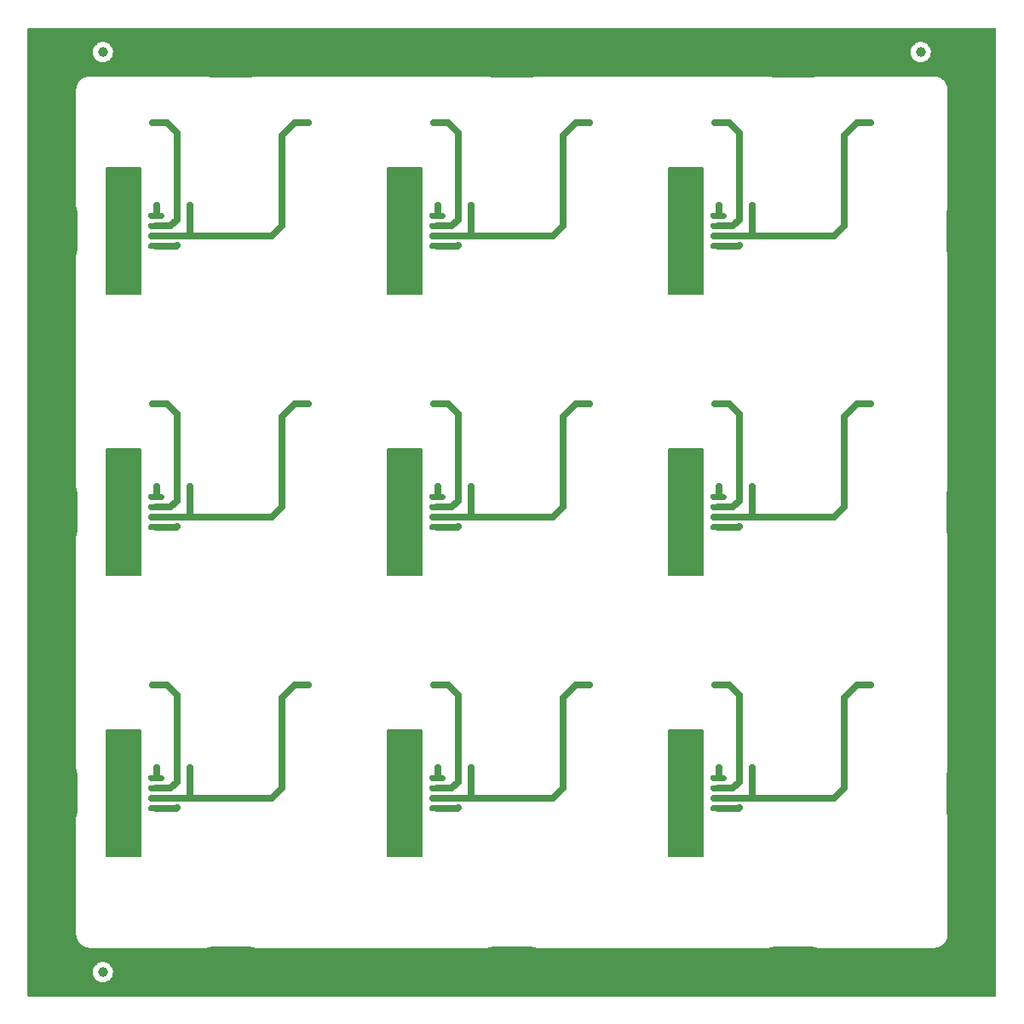
<source format=gtl>
G04 #@! TF.GenerationSoftware,KiCad,Pcbnew,6.0.2+dfsg-1*
G04 #@! TF.CreationDate,2024-01-21T16:33:43-07:00*
G04 #@! TF.ProjectId,ckt-dingdong-spk-array,636b742d-6469-46e6-9764-6f6e672d7370,rev?*
G04 #@! TF.SameCoordinates,Original*
G04 #@! TF.FileFunction,Copper,L1,Top*
G04 #@! TF.FilePolarity,Positive*
%FSLAX46Y46*%
G04 Gerber Fmt 4.6, Leading zero omitted, Abs format (unit mm)*
G04 Created by KiCad (PCBNEW 6.0.2+dfsg-1) date 2024-01-21 16:33:43*
%MOMM*%
%LPD*%
G01*
G04 APERTURE LIST*
G04 #@! TA.AperFunction,SMDPad,CuDef*
%ADD10C,1.000000*%
G04 #@! TD*
G04 #@! TA.AperFunction,ViaPad*
%ADD11C,0.609600*%
G04 #@! TD*
G04 #@! TA.AperFunction,Conductor*
%ADD12C,0.635000*%
G04 #@! TD*
G04 APERTURE END LIST*
G04 #@! TA.AperFunction,SMDPad,CuDef*
G36*
G01*
X140477000Y-94400000D02*
X141727000Y-94400000D01*
G75*
G02*
X141877000Y-94550000I0J-150000D01*
G01*
X141877000Y-94850000D01*
G75*
G02*
X141727000Y-95000000I-150000J0D01*
G01*
X140477000Y-95000000D01*
G75*
G02*
X140327000Y-94850000I0J150000D01*
G01*
X140327000Y-94550000D01*
G75*
G02*
X140477000Y-94400000I150000J0D01*
G01*
G37*
G04 #@! TD.AperFunction*
G04 #@! TA.AperFunction,SMDPad,CuDef*
G36*
G01*
X140477000Y-95400000D02*
X141727000Y-95400000D01*
G75*
G02*
X141877000Y-95550000I0J-150000D01*
G01*
X141877000Y-95850000D01*
G75*
G02*
X141727000Y-96000000I-150000J0D01*
G01*
X140477000Y-96000000D01*
G75*
G02*
X140327000Y-95850000I0J150000D01*
G01*
X140327000Y-95550000D01*
G75*
G02*
X140477000Y-95400000I150000J0D01*
G01*
G37*
G04 #@! TD.AperFunction*
G04 #@! TA.AperFunction,SMDPad,CuDef*
G36*
G01*
X140477000Y-96400000D02*
X141727000Y-96400000D01*
G75*
G02*
X141877000Y-96550000I0J-150000D01*
G01*
X141877000Y-96850000D01*
G75*
G02*
X141727000Y-97000000I-150000J0D01*
G01*
X140477000Y-97000000D01*
G75*
G02*
X140327000Y-96850000I0J150000D01*
G01*
X140327000Y-96550000D01*
G75*
G02*
X140477000Y-96400000I150000J0D01*
G01*
G37*
G04 #@! TD.AperFunction*
G04 #@! TA.AperFunction,SMDPad,CuDef*
G36*
G01*
X140477000Y-97400000D02*
X141727000Y-97400000D01*
G75*
G02*
X141877000Y-97550000I0J-150000D01*
G01*
X141877000Y-97850000D01*
G75*
G02*
X141727000Y-98000000I-150000J0D01*
G01*
X140477000Y-98000000D01*
G75*
G02*
X140327000Y-97850000I0J150000D01*
G01*
X140327000Y-97550000D01*
G75*
G02*
X140477000Y-97400000I150000J0D01*
G01*
G37*
G04 #@! TD.AperFunction*
G04 #@! TA.AperFunction,SMDPad,CuDef*
G36*
G01*
X136577000Y-98400000D02*
X137877000Y-98400000D01*
G75*
G02*
X138127000Y-98650000I0J-250000D01*
G01*
X138127000Y-99350000D01*
G75*
G02*
X137877000Y-99600000I-250000J0D01*
G01*
X136577000Y-99600000D01*
G75*
G02*
X136327000Y-99350000I0J250000D01*
G01*
X136327000Y-98650000D01*
G75*
G02*
X136577000Y-98400000I250000J0D01*
G01*
G37*
G04 #@! TD.AperFunction*
G04 #@! TA.AperFunction,SMDPad,CuDef*
G36*
G01*
X136577000Y-92800000D02*
X137877000Y-92800000D01*
G75*
G02*
X138127000Y-93050000I0J-250000D01*
G01*
X138127000Y-93750000D01*
G75*
G02*
X137877000Y-94000000I-250000J0D01*
G01*
X136577000Y-94000000D01*
G75*
G02*
X136327000Y-93750000I0J250000D01*
G01*
X136327000Y-93050000D01*
G75*
G02*
X136577000Y-92800000I250000J0D01*
G01*
G37*
G04 #@! TD.AperFunction*
G04 #@! TA.AperFunction,SMDPad,CuDef*
G36*
G01*
X112537000Y-38520000D02*
X113787000Y-38520000D01*
G75*
G02*
X113937000Y-38670000I0J-150000D01*
G01*
X113937000Y-38970000D01*
G75*
G02*
X113787000Y-39120000I-150000J0D01*
G01*
X112537000Y-39120000D01*
G75*
G02*
X112387000Y-38970000I0J150000D01*
G01*
X112387000Y-38670000D01*
G75*
G02*
X112537000Y-38520000I150000J0D01*
G01*
G37*
G04 #@! TD.AperFunction*
G04 #@! TA.AperFunction,SMDPad,CuDef*
G36*
G01*
X112537000Y-39520000D02*
X113787000Y-39520000D01*
G75*
G02*
X113937000Y-39670000I0J-150000D01*
G01*
X113937000Y-39970000D01*
G75*
G02*
X113787000Y-40120000I-150000J0D01*
G01*
X112537000Y-40120000D01*
G75*
G02*
X112387000Y-39970000I0J150000D01*
G01*
X112387000Y-39670000D01*
G75*
G02*
X112537000Y-39520000I150000J0D01*
G01*
G37*
G04 #@! TD.AperFunction*
G04 #@! TA.AperFunction,SMDPad,CuDef*
G36*
G01*
X112537000Y-40520000D02*
X113787000Y-40520000D01*
G75*
G02*
X113937000Y-40670000I0J-150000D01*
G01*
X113937000Y-40970000D01*
G75*
G02*
X113787000Y-41120000I-150000J0D01*
G01*
X112537000Y-41120000D01*
G75*
G02*
X112387000Y-40970000I0J150000D01*
G01*
X112387000Y-40670000D01*
G75*
G02*
X112537000Y-40520000I150000J0D01*
G01*
G37*
G04 #@! TD.AperFunction*
G04 #@! TA.AperFunction,SMDPad,CuDef*
G36*
G01*
X112537000Y-41520000D02*
X113787000Y-41520000D01*
G75*
G02*
X113937000Y-41670000I0J-150000D01*
G01*
X113937000Y-41970000D01*
G75*
G02*
X113787000Y-42120000I-150000J0D01*
G01*
X112537000Y-42120000D01*
G75*
G02*
X112387000Y-41970000I0J150000D01*
G01*
X112387000Y-41670000D01*
G75*
G02*
X112537000Y-41520000I150000J0D01*
G01*
G37*
G04 #@! TD.AperFunction*
G04 #@! TA.AperFunction,SMDPad,CuDef*
G36*
G01*
X108637000Y-36920000D02*
X109937000Y-36920000D01*
G75*
G02*
X110187000Y-37170000I0J-250000D01*
G01*
X110187000Y-37870000D01*
G75*
G02*
X109937000Y-38120000I-250000J0D01*
G01*
X108637000Y-38120000D01*
G75*
G02*
X108387000Y-37870000I0J250000D01*
G01*
X108387000Y-37170000D01*
G75*
G02*
X108637000Y-36920000I250000J0D01*
G01*
G37*
G04 #@! TD.AperFunction*
G04 #@! TA.AperFunction,SMDPad,CuDef*
G36*
G01*
X108637000Y-42520000D02*
X109937000Y-42520000D01*
G75*
G02*
X110187000Y-42770000I0J-250000D01*
G01*
X110187000Y-43470000D01*
G75*
G02*
X109937000Y-43720000I-250000J0D01*
G01*
X108637000Y-43720000D01*
G75*
G02*
X108387000Y-43470000I0J250000D01*
G01*
X108387000Y-42770000D01*
G75*
G02*
X108637000Y-42520000I250000J0D01*
G01*
G37*
G04 #@! TD.AperFunction*
G04 #@! TA.AperFunction,SMDPad,CuDef*
G36*
G01*
X140477000Y-66460000D02*
X141727000Y-66460000D01*
G75*
G02*
X141877000Y-66610000I0J-150000D01*
G01*
X141877000Y-66910000D01*
G75*
G02*
X141727000Y-67060000I-150000J0D01*
G01*
X140477000Y-67060000D01*
G75*
G02*
X140327000Y-66910000I0J150000D01*
G01*
X140327000Y-66610000D01*
G75*
G02*
X140477000Y-66460000I150000J0D01*
G01*
G37*
G04 #@! TD.AperFunction*
G04 #@! TA.AperFunction,SMDPad,CuDef*
G36*
G01*
X140477000Y-67460000D02*
X141727000Y-67460000D01*
G75*
G02*
X141877000Y-67610000I0J-150000D01*
G01*
X141877000Y-67910000D01*
G75*
G02*
X141727000Y-68060000I-150000J0D01*
G01*
X140477000Y-68060000D01*
G75*
G02*
X140327000Y-67910000I0J150000D01*
G01*
X140327000Y-67610000D01*
G75*
G02*
X140477000Y-67460000I150000J0D01*
G01*
G37*
G04 #@! TD.AperFunction*
G04 #@! TA.AperFunction,SMDPad,CuDef*
G36*
G01*
X140477000Y-68460000D02*
X141727000Y-68460000D01*
G75*
G02*
X141877000Y-68610000I0J-150000D01*
G01*
X141877000Y-68910000D01*
G75*
G02*
X141727000Y-69060000I-150000J0D01*
G01*
X140477000Y-69060000D01*
G75*
G02*
X140327000Y-68910000I0J150000D01*
G01*
X140327000Y-68610000D01*
G75*
G02*
X140477000Y-68460000I150000J0D01*
G01*
G37*
G04 #@! TD.AperFunction*
G04 #@! TA.AperFunction,SMDPad,CuDef*
G36*
G01*
X140477000Y-69460000D02*
X141727000Y-69460000D01*
G75*
G02*
X141877000Y-69610000I0J-150000D01*
G01*
X141877000Y-69910000D01*
G75*
G02*
X141727000Y-70060000I-150000J0D01*
G01*
X140477000Y-70060000D01*
G75*
G02*
X140327000Y-69910000I0J150000D01*
G01*
X140327000Y-69610000D01*
G75*
G02*
X140477000Y-69460000I150000J0D01*
G01*
G37*
G04 #@! TD.AperFunction*
G04 #@! TA.AperFunction,SMDPad,CuDef*
G36*
G01*
X136577000Y-64860000D02*
X137877000Y-64860000D01*
G75*
G02*
X138127000Y-65110000I0J-250000D01*
G01*
X138127000Y-65810000D01*
G75*
G02*
X137877000Y-66060000I-250000J0D01*
G01*
X136577000Y-66060000D01*
G75*
G02*
X136327000Y-65810000I0J250000D01*
G01*
X136327000Y-65110000D01*
G75*
G02*
X136577000Y-64860000I250000J0D01*
G01*
G37*
G04 #@! TD.AperFunction*
G04 #@! TA.AperFunction,SMDPad,CuDef*
G36*
G01*
X136577000Y-70460000D02*
X137877000Y-70460000D01*
G75*
G02*
X138127000Y-70710000I0J-250000D01*
G01*
X138127000Y-71410000D01*
G75*
G02*
X137877000Y-71660000I-250000J0D01*
G01*
X136577000Y-71660000D01*
G75*
G02*
X136327000Y-71410000I0J250000D01*
G01*
X136327000Y-70710000D01*
G75*
G02*
X136577000Y-70460000I250000J0D01*
G01*
G37*
G04 #@! TD.AperFunction*
D10*
X107860000Y-113980000D03*
X189140000Y-22540000D03*
G04 #@! TA.AperFunction,SMDPad,CuDef*
G36*
G01*
X112537000Y-66460000D02*
X113787000Y-66460000D01*
G75*
G02*
X113937000Y-66610000I0J-150000D01*
G01*
X113937000Y-66910000D01*
G75*
G02*
X113787000Y-67060000I-150000J0D01*
G01*
X112537000Y-67060000D01*
G75*
G02*
X112387000Y-66910000I0J150000D01*
G01*
X112387000Y-66610000D01*
G75*
G02*
X112537000Y-66460000I150000J0D01*
G01*
G37*
G04 #@! TD.AperFunction*
G04 #@! TA.AperFunction,SMDPad,CuDef*
G36*
G01*
X112537000Y-67460000D02*
X113787000Y-67460000D01*
G75*
G02*
X113937000Y-67610000I0J-150000D01*
G01*
X113937000Y-67910000D01*
G75*
G02*
X113787000Y-68060000I-150000J0D01*
G01*
X112537000Y-68060000D01*
G75*
G02*
X112387000Y-67910000I0J150000D01*
G01*
X112387000Y-67610000D01*
G75*
G02*
X112537000Y-67460000I150000J0D01*
G01*
G37*
G04 #@! TD.AperFunction*
G04 #@! TA.AperFunction,SMDPad,CuDef*
G36*
G01*
X112537000Y-68460000D02*
X113787000Y-68460000D01*
G75*
G02*
X113937000Y-68610000I0J-150000D01*
G01*
X113937000Y-68910000D01*
G75*
G02*
X113787000Y-69060000I-150000J0D01*
G01*
X112537000Y-69060000D01*
G75*
G02*
X112387000Y-68910000I0J150000D01*
G01*
X112387000Y-68610000D01*
G75*
G02*
X112537000Y-68460000I150000J0D01*
G01*
G37*
G04 #@! TD.AperFunction*
G04 #@! TA.AperFunction,SMDPad,CuDef*
G36*
G01*
X112537000Y-69460000D02*
X113787000Y-69460000D01*
G75*
G02*
X113937000Y-69610000I0J-150000D01*
G01*
X113937000Y-69910000D01*
G75*
G02*
X113787000Y-70060000I-150000J0D01*
G01*
X112537000Y-70060000D01*
G75*
G02*
X112387000Y-69910000I0J150000D01*
G01*
X112387000Y-69610000D01*
G75*
G02*
X112537000Y-69460000I150000J0D01*
G01*
G37*
G04 #@! TD.AperFunction*
G04 #@! TA.AperFunction,SMDPad,CuDef*
G36*
G01*
X108637000Y-64860000D02*
X109937000Y-64860000D01*
G75*
G02*
X110187000Y-65110000I0J-250000D01*
G01*
X110187000Y-65810000D01*
G75*
G02*
X109937000Y-66060000I-250000J0D01*
G01*
X108637000Y-66060000D01*
G75*
G02*
X108387000Y-65810000I0J250000D01*
G01*
X108387000Y-65110000D01*
G75*
G02*
X108637000Y-64860000I250000J0D01*
G01*
G37*
G04 #@! TD.AperFunction*
G04 #@! TA.AperFunction,SMDPad,CuDef*
G36*
G01*
X108637000Y-70460000D02*
X109937000Y-70460000D01*
G75*
G02*
X110187000Y-70710000I0J-250000D01*
G01*
X110187000Y-71410000D01*
G75*
G02*
X109937000Y-71660000I-250000J0D01*
G01*
X108637000Y-71660000D01*
G75*
G02*
X108387000Y-71410000I0J250000D01*
G01*
X108387000Y-70710000D01*
G75*
G02*
X108637000Y-70460000I250000J0D01*
G01*
G37*
G04 #@! TD.AperFunction*
X107860000Y-22540000D03*
G04 #@! TA.AperFunction,SMDPad,CuDef*
G36*
G01*
X168417000Y-94400000D02*
X169667000Y-94400000D01*
G75*
G02*
X169817000Y-94550000I0J-150000D01*
G01*
X169817000Y-94850000D01*
G75*
G02*
X169667000Y-95000000I-150000J0D01*
G01*
X168417000Y-95000000D01*
G75*
G02*
X168267000Y-94850000I0J150000D01*
G01*
X168267000Y-94550000D01*
G75*
G02*
X168417000Y-94400000I150000J0D01*
G01*
G37*
G04 #@! TD.AperFunction*
G04 #@! TA.AperFunction,SMDPad,CuDef*
G36*
G01*
X168417000Y-95400000D02*
X169667000Y-95400000D01*
G75*
G02*
X169817000Y-95550000I0J-150000D01*
G01*
X169817000Y-95850000D01*
G75*
G02*
X169667000Y-96000000I-150000J0D01*
G01*
X168417000Y-96000000D01*
G75*
G02*
X168267000Y-95850000I0J150000D01*
G01*
X168267000Y-95550000D01*
G75*
G02*
X168417000Y-95400000I150000J0D01*
G01*
G37*
G04 #@! TD.AperFunction*
G04 #@! TA.AperFunction,SMDPad,CuDef*
G36*
G01*
X168417000Y-96400000D02*
X169667000Y-96400000D01*
G75*
G02*
X169817000Y-96550000I0J-150000D01*
G01*
X169817000Y-96850000D01*
G75*
G02*
X169667000Y-97000000I-150000J0D01*
G01*
X168417000Y-97000000D01*
G75*
G02*
X168267000Y-96850000I0J150000D01*
G01*
X168267000Y-96550000D01*
G75*
G02*
X168417000Y-96400000I150000J0D01*
G01*
G37*
G04 #@! TD.AperFunction*
G04 #@! TA.AperFunction,SMDPad,CuDef*
G36*
G01*
X168417000Y-97400000D02*
X169667000Y-97400000D01*
G75*
G02*
X169817000Y-97550000I0J-150000D01*
G01*
X169817000Y-97850000D01*
G75*
G02*
X169667000Y-98000000I-150000J0D01*
G01*
X168417000Y-98000000D01*
G75*
G02*
X168267000Y-97850000I0J150000D01*
G01*
X168267000Y-97550000D01*
G75*
G02*
X168417000Y-97400000I150000J0D01*
G01*
G37*
G04 #@! TD.AperFunction*
G04 #@! TA.AperFunction,SMDPad,CuDef*
G36*
G01*
X164517000Y-92800000D02*
X165817000Y-92800000D01*
G75*
G02*
X166067000Y-93050000I0J-250000D01*
G01*
X166067000Y-93750000D01*
G75*
G02*
X165817000Y-94000000I-250000J0D01*
G01*
X164517000Y-94000000D01*
G75*
G02*
X164267000Y-93750000I0J250000D01*
G01*
X164267000Y-93050000D01*
G75*
G02*
X164517000Y-92800000I250000J0D01*
G01*
G37*
G04 #@! TD.AperFunction*
G04 #@! TA.AperFunction,SMDPad,CuDef*
G36*
G01*
X164517000Y-98400000D02*
X165817000Y-98400000D01*
G75*
G02*
X166067000Y-98650000I0J-250000D01*
G01*
X166067000Y-99350000D01*
G75*
G02*
X165817000Y-99600000I-250000J0D01*
G01*
X164517000Y-99600000D01*
G75*
G02*
X164267000Y-99350000I0J250000D01*
G01*
X164267000Y-98650000D01*
G75*
G02*
X164517000Y-98400000I250000J0D01*
G01*
G37*
G04 #@! TD.AperFunction*
G04 #@! TA.AperFunction,SMDPad,CuDef*
G36*
G01*
X112537000Y-94400000D02*
X113787000Y-94400000D01*
G75*
G02*
X113937000Y-94550000I0J-150000D01*
G01*
X113937000Y-94850000D01*
G75*
G02*
X113787000Y-95000000I-150000J0D01*
G01*
X112537000Y-95000000D01*
G75*
G02*
X112387000Y-94850000I0J150000D01*
G01*
X112387000Y-94550000D01*
G75*
G02*
X112537000Y-94400000I150000J0D01*
G01*
G37*
G04 #@! TD.AperFunction*
G04 #@! TA.AperFunction,SMDPad,CuDef*
G36*
G01*
X112537000Y-95400000D02*
X113787000Y-95400000D01*
G75*
G02*
X113937000Y-95550000I0J-150000D01*
G01*
X113937000Y-95850000D01*
G75*
G02*
X113787000Y-96000000I-150000J0D01*
G01*
X112537000Y-96000000D01*
G75*
G02*
X112387000Y-95850000I0J150000D01*
G01*
X112387000Y-95550000D01*
G75*
G02*
X112537000Y-95400000I150000J0D01*
G01*
G37*
G04 #@! TD.AperFunction*
G04 #@! TA.AperFunction,SMDPad,CuDef*
G36*
G01*
X112537000Y-96400000D02*
X113787000Y-96400000D01*
G75*
G02*
X113937000Y-96550000I0J-150000D01*
G01*
X113937000Y-96850000D01*
G75*
G02*
X113787000Y-97000000I-150000J0D01*
G01*
X112537000Y-97000000D01*
G75*
G02*
X112387000Y-96850000I0J150000D01*
G01*
X112387000Y-96550000D01*
G75*
G02*
X112537000Y-96400000I150000J0D01*
G01*
G37*
G04 #@! TD.AperFunction*
G04 #@! TA.AperFunction,SMDPad,CuDef*
G36*
G01*
X112537000Y-97400000D02*
X113787000Y-97400000D01*
G75*
G02*
X113937000Y-97550000I0J-150000D01*
G01*
X113937000Y-97850000D01*
G75*
G02*
X113787000Y-98000000I-150000J0D01*
G01*
X112537000Y-98000000D01*
G75*
G02*
X112387000Y-97850000I0J150000D01*
G01*
X112387000Y-97550000D01*
G75*
G02*
X112537000Y-97400000I150000J0D01*
G01*
G37*
G04 #@! TD.AperFunction*
G04 #@! TA.AperFunction,SMDPad,CuDef*
G36*
G01*
X108637000Y-92800000D02*
X109937000Y-92800000D01*
G75*
G02*
X110187000Y-93050000I0J-250000D01*
G01*
X110187000Y-93750000D01*
G75*
G02*
X109937000Y-94000000I-250000J0D01*
G01*
X108637000Y-94000000D01*
G75*
G02*
X108387000Y-93750000I0J250000D01*
G01*
X108387000Y-93050000D01*
G75*
G02*
X108637000Y-92800000I250000J0D01*
G01*
G37*
G04 #@! TD.AperFunction*
G04 #@! TA.AperFunction,SMDPad,CuDef*
G36*
G01*
X108637000Y-98400000D02*
X109937000Y-98400000D01*
G75*
G02*
X110187000Y-98650000I0J-250000D01*
G01*
X110187000Y-99350000D01*
G75*
G02*
X109937000Y-99600000I-250000J0D01*
G01*
X108637000Y-99600000D01*
G75*
G02*
X108387000Y-99350000I0J250000D01*
G01*
X108387000Y-98650000D01*
G75*
G02*
X108637000Y-98400000I250000J0D01*
G01*
G37*
G04 #@! TD.AperFunction*
G04 #@! TA.AperFunction,SMDPad,CuDef*
G36*
G01*
X168417000Y-66460000D02*
X169667000Y-66460000D01*
G75*
G02*
X169817000Y-66610000I0J-150000D01*
G01*
X169817000Y-66910000D01*
G75*
G02*
X169667000Y-67060000I-150000J0D01*
G01*
X168417000Y-67060000D01*
G75*
G02*
X168267000Y-66910000I0J150000D01*
G01*
X168267000Y-66610000D01*
G75*
G02*
X168417000Y-66460000I150000J0D01*
G01*
G37*
G04 #@! TD.AperFunction*
G04 #@! TA.AperFunction,SMDPad,CuDef*
G36*
G01*
X168417000Y-67460000D02*
X169667000Y-67460000D01*
G75*
G02*
X169817000Y-67610000I0J-150000D01*
G01*
X169817000Y-67910000D01*
G75*
G02*
X169667000Y-68060000I-150000J0D01*
G01*
X168417000Y-68060000D01*
G75*
G02*
X168267000Y-67910000I0J150000D01*
G01*
X168267000Y-67610000D01*
G75*
G02*
X168417000Y-67460000I150000J0D01*
G01*
G37*
G04 #@! TD.AperFunction*
G04 #@! TA.AperFunction,SMDPad,CuDef*
G36*
G01*
X168417000Y-68460000D02*
X169667000Y-68460000D01*
G75*
G02*
X169817000Y-68610000I0J-150000D01*
G01*
X169817000Y-68910000D01*
G75*
G02*
X169667000Y-69060000I-150000J0D01*
G01*
X168417000Y-69060000D01*
G75*
G02*
X168267000Y-68910000I0J150000D01*
G01*
X168267000Y-68610000D01*
G75*
G02*
X168417000Y-68460000I150000J0D01*
G01*
G37*
G04 #@! TD.AperFunction*
G04 #@! TA.AperFunction,SMDPad,CuDef*
G36*
G01*
X168417000Y-69460000D02*
X169667000Y-69460000D01*
G75*
G02*
X169817000Y-69610000I0J-150000D01*
G01*
X169817000Y-69910000D01*
G75*
G02*
X169667000Y-70060000I-150000J0D01*
G01*
X168417000Y-70060000D01*
G75*
G02*
X168267000Y-69910000I0J150000D01*
G01*
X168267000Y-69610000D01*
G75*
G02*
X168417000Y-69460000I150000J0D01*
G01*
G37*
G04 #@! TD.AperFunction*
G04 #@! TA.AperFunction,SMDPad,CuDef*
G36*
G01*
X164517000Y-70460000D02*
X165817000Y-70460000D01*
G75*
G02*
X166067000Y-70710000I0J-250000D01*
G01*
X166067000Y-71410000D01*
G75*
G02*
X165817000Y-71660000I-250000J0D01*
G01*
X164517000Y-71660000D01*
G75*
G02*
X164267000Y-71410000I0J250000D01*
G01*
X164267000Y-70710000D01*
G75*
G02*
X164517000Y-70460000I250000J0D01*
G01*
G37*
G04 #@! TD.AperFunction*
G04 #@! TA.AperFunction,SMDPad,CuDef*
G36*
G01*
X164517000Y-64860000D02*
X165817000Y-64860000D01*
G75*
G02*
X166067000Y-65110000I0J-250000D01*
G01*
X166067000Y-65810000D01*
G75*
G02*
X165817000Y-66060000I-250000J0D01*
G01*
X164517000Y-66060000D01*
G75*
G02*
X164267000Y-65810000I0J250000D01*
G01*
X164267000Y-65110000D01*
G75*
G02*
X164517000Y-64860000I250000J0D01*
G01*
G37*
G04 #@! TD.AperFunction*
G04 #@! TA.AperFunction,SMDPad,CuDef*
G36*
G01*
X168417000Y-38520000D02*
X169667000Y-38520000D01*
G75*
G02*
X169817000Y-38670000I0J-150000D01*
G01*
X169817000Y-38970000D01*
G75*
G02*
X169667000Y-39120000I-150000J0D01*
G01*
X168417000Y-39120000D01*
G75*
G02*
X168267000Y-38970000I0J150000D01*
G01*
X168267000Y-38670000D01*
G75*
G02*
X168417000Y-38520000I150000J0D01*
G01*
G37*
G04 #@! TD.AperFunction*
G04 #@! TA.AperFunction,SMDPad,CuDef*
G36*
G01*
X168417000Y-39520000D02*
X169667000Y-39520000D01*
G75*
G02*
X169817000Y-39670000I0J-150000D01*
G01*
X169817000Y-39970000D01*
G75*
G02*
X169667000Y-40120000I-150000J0D01*
G01*
X168417000Y-40120000D01*
G75*
G02*
X168267000Y-39970000I0J150000D01*
G01*
X168267000Y-39670000D01*
G75*
G02*
X168417000Y-39520000I150000J0D01*
G01*
G37*
G04 #@! TD.AperFunction*
G04 #@! TA.AperFunction,SMDPad,CuDef*
G36*
G01*
X168417000Y-40520000D02*
X169667000Y-40520000D01*
G75*
G02*
X169817000Y-40670000I0J-150000D01*
G01*
X169817000Y-40970000D01*
G75*
G02*
X169667000Y-41120000I-150000J0D01*
G01*
X168417000Y-41120000D01*
G75*
G02*
X168267000Y-40970000I0J150000D01*
G01*
X168267000Y-40670000D01*
G75*
G02*
X168417000Y-40520000I150000J0D01*
G01*
G37*
G04 #@! TD.AperFunction*
G04 #@! TA.AperFunction,SMDPad,CuDef*
G36*
G01*
X168417000Y-41520000D02*
X169667000Y-41520000D01*
G75*
G02*
X169817000Y-41670000I0J-150000D01*
G01*
X169817000Y-41970000D01*
G75*
G02*
X169667000Y-42120000I-150000J0D01*
G01*
X168417000Y-42120000D01*
G75*
G02*
X168267000Y-41970000I0J150000D01*
G01*
X168267000Y-41670000D01*
G75*
G02*
X168417000Y-41520000I150000J0D01*
G01*
G37*
G04 #@! TD.AperFunction*
G04 #@! TA.AperFunction,SMDPad,CuDef*
G36*
G01*
X164517000Y-42520000D02*
X165817000Y-42520000D01*
G75*
G02*
X166067000Y-42770000I0J-250000D01*
G01*
X166067000Y-43470000D01*
G75*
G02*
X165817000Y-43720000I-250000J0D01*
G01*
X164517000Y-43720000D01*
G75*
G02*
X164267000Y-43470000I0J250000D01*
G01*
X164267000Y-42770000D01*
G75*
G02*
X164517000Y-42520000I250000J0D01*
G01*
G37*
G04 #@! TD.AperFunction*
G04 #@! TA.AperFunction,SMDPad,CuDef*
G36*
G01*
X164517000Y-36920000D02*
X165817000Y-36920000D01*
G75*
G02*
X166067000Y-37170000I0J-250000D01*
G01*
X166067000Y-37870000D01*
G75*
G02*
X165817000Y-38120000I-250000J0D01*
G01*
X164517000Y-38120000D01*
G75*
G02*
X164267000Y-37870000I0J250000D01*
G01*
X164267000Y-37170000D01*
G75*
G02*
X164517000Y-36920000I250000J0D01*
G01*
G37*
G04 #@! TD.AperFunction*
G04 #@! TA.AperFunction,SMDPad,CuDef*
G36*
G01*
X140477000Y-38520000D02*
X141727000Y-38520000D01*
G75*
G02*
X141877000Y-38670000I0J-150000D01*
G01*
X141877000Y-38970000D01*
G75*
G02*
X141727000Y-39120000I-150000J0D01*
G01*
X140477000Y-39120000D01*
G75*
G02*
X140327000Y-38970000I0J150000D01*
G01*
X140327000Y-38670000D01*
G75*
G02*
X140477000Y-38520000I150000J0D01*
G01*
G37*
G04 #@! TD.AperFunction*
G04 #@! TA.AperFunction,SMDPad,CuDef*
G36*
G01*
X140477000Y-39520000D02*
X141727000Y-39520000D01*
G75*
G02*
X141877000Y-39670000I0J-150000D01*
G01*
X141877000Y-39970000D01*
G75*
G02*
X141727000Y-40120000I-150000J0D01*
G01*
X140477000Y-40120000D01*
G75*
G02*
X140327000Y-39970000I0J150000D01*
G01*
X140327000Y-39670000D01*
G75*
G02*
X140477000Y-39520000I150000J0D01*
G01*
G37*
G04 #@! TD.AperFunction*
G04 #@! TA.AperFunction,SMDPad,CuDef*
G36*
G01*
X140477000Y-40520000D02*
X141727000Y-40520000D01*
G75*
G02*
X141877000Y-40670000I0J-150000D01*
G01*
X141877000Y-40970000D01*
G75*
G02*
X141727000Y-41120000I-150000J0D01*
G01*
X140477000Y-41120000D01*
G75*
G02*
X140327000Y-40970000I0J150000D01*
G01*
X140327000Y-40670000D01*
G75*
G02*
X140477000Y-40520000I150000J0D01*
G01*
G37*
G04 #@! TD.AperFunction*
G04 #@! TA.AperFunction,SMDPad,CuDef*
G36*
G01*
X140477000Y-41520000D02*
X141727000Y-41520000D01*
G75*
G02*
X141877000Y-41670000I0J-150000D01*
G01*
X141877000Y-41970000D01*
G75*
G02*
X141727000Y-42120000I-150000J0D01*
G01*
X140477000Y-42120000D01*
G75*
G02*
X140327000Y-41970000I0J150000D01*
G01*
X140327000Y-41670000D01*
G75*
G02*
X140477000Y-41520000I150000J0D01*
G01*
G37*
G04 #@! TD.AperFunction*
G04 #@! TA.AperFunction,SMDPad,CuDef*
G36*
G01*
X136577000Y-36920000D02*
X137877000Y-36920000D01*
G75*
G02*
X138127000Y-37170000I0J-250000D01*
G01*
X138127000Y-37870000D01*
G75*
G02*
X137877000Y-38120000I-250000J0D01*
G01*
X136577000Y-38120000D01*
G75*
G02*
X136327000Y-37870000I0J250000D01*
G01*
X136327000Y-37170000D01*
G75*
G02*
X136577000Y-36920000I250000J0D01*
G01*
G37*
G04 #@! TD.AperFunction*
G04 #@! TA.AperFunction,SMDPad,CuDef*
G36*
G01*
X136577000Y-42520000D02*
X137877000Y-42520000D01*
G75*
G02*
X138127000Y-42770000I0J-250000D01*
G01*
X138127000Y-43470000D01*
G75*
G02*
X137877000Y-43720000I-250000J0D01*
G01*
X136577000Y-43720000D01*
G75*
G02*
X136327000Y-43470000I0J250000D01*
G01*
X136327000Y-42770000D01*
G75*
G02*
X136577000Y-42520000I250000J0D01*
G01*
G37*
G04 #@! TD.AperFunction*
D11*
X116496000Y-37780000D03*
X128307000Y-29525000D03*
X113194000Y-37780000D03*
X112813000Y-29525000D03*
X115226000Y-39177000D03*
X115226000Y-41717000D03*
X144436000Y-37780000D03*
X156247000Y-29525000D03*
X141134000Y-37780000D03*
X140753000Y-29525000D03*
X143166000Y-39177000D03*
X143166000Y-41717000D03*
X172376000Y-37780000D03*
X184187000Y-29525000D03*
X169074000Y-37780000D03*
X168693000Y-29525000D03*
X171106000Y-39177000D03*
X171106000Y-41717000D03*
X116496000Y-65720000D03*
X128307000Y-57465000D03*
X113194000Y-65720000D03*
X112813000Y-57465000D03*
X115226000Y-67117000D03*
X115226000Y-69657000D03*
X144436000Y-65720000D03*
X156247000Y-57465000D03*
X141134000Y-65720000D03*
X140753000Y-57465000D03*
X143166000Y-67117000D03*
X143166000Y-69657000D03*
X172376000Y-65720000D03*
X184187000Y-57465000D03*
X169074000Y-65720000D03*
X168693000Y-57465000D03*
X171106000Y-67117000D03*
X171106000Y-69657000D03*
X116496000Y-93660000D03*
X128307000Y-85405000D03*
X113194000Y-93660000D03*
X112813000Y-85405000D03*
X115226000Y-95057000D03*
X115226000Y-97597000D03*
X144436000Y-93660000D03*
X156247000Y-85405000D03*
X141134000Y-93660000D03*
X140753000Y-85405000D03*
X143166000Y-95057000D03*
X143166000Y-97597000D03*
X172376000Y-93660000D03*
X184187000Y-85405000D03*
X169074000Y-93660000D03*
X168693000Y-85405000D03*
X171106000Y-95057000D03*
X171106000Y-97597000D03*
D12*
X125640000Y-39812000D02*
X125640000Y-30795000D01*
X116496000Y-40701000D02*
X116615000Y-40820000D01*
X116615000Y-40820000D02*
X116504000Y-40820000D01*
X116504000Y-40820000D02*
X113162000Y-40820000D01*
X125640000Y-30795000D02*
X126910000Y-29525000D01*
X126910000Y-29525000D02*
X128307000Y-29525000D01*
X125640000Y-39812000D02*
X124632000Y-40820000D01*
X113194000Y-37780000D02*
X113194000Y-38788000D01*
X116496000Y-37780000D02*
X116496000Y-40701000D01*
X124632000Y-40820000D02*
X116615000Y-40820000D01*
X115226000Y-39177000D02*
X114583000Y-39820000D01*
X115226000Y-30541000D02*
X115226000Y-39177000D01*
X113162000Y-41820000D02*
X115123000Y-41820000D01*
X114210000Y-29525000D02*
X115226000Y-30541000D01*
X115123000Y-41820000D02*
X115226000Y-41717000D01*
X114583000Y-39820000D02*
X113162000Y-39820000D01*
X112813000Y-29525000D02*
X114210000Y-29525000D01*
X153580000Y-39812000D02*
X153580000Y-30795000D01*
X144436000Y-40701000D02*
X144555000Y-40820000D01*
X144555000Y-40820000D02*
X144444000Y-40820000D01*
X144444000Y-40820000D02*
X141102000Y-40820000D01*
X153580000Y-30795000D02*
X154850000Y-29525000D01*
X154850000Y-29525000D02*
X156247000Y-29525000D01*
X153580000Y-39812000D02*
X152572000Y-40820000D01*
X141134000Y-37780000D02*
X141134000Y-38788000D01*
X144436000Y-37780000D02*
X144436000Y-40701000D01*
X152572000Y-40820000D02*
X144555000Y-40820000D01*
X143166000Y-39177000D02*
X142523000Y-39820000D01*
X143166000Y-30541000D02*
X143166000Y-39177000D01*
X141102000Y-41820000D02*
X143063000Y-41820000D01*
X142150000Y-29525000D02*
X143166000Y-30541000D01*
X143063000Y-41820000D02*
X143166000Y-41717000D01*
X142523000Y-39820000D02*
X141102000Y-39820000D01*
X140753000Y-29525000D02*
X142150000Y-29525000D01*
X181520000Y-39812000D02*
X181520000Y-30795000D01*
X172376000Y-40701000D02*
X172495000Y-40820000D01*
X172495000Y-40820000D02*
X172384000Y-40820000D01*
X172384000Y-40820000D02*
X169042000Y-40820000D01*
X181520000Y-30795000D02*
X182790000Y-29525000D01*
X182790000Y-29525000D02*
X184187000Y-29525000D01*
X181520000Y-39812000D02*
X180512000Y-40820000D01*
X169074000Y-37780000D02*
X169074000Y-38788000D01*
X172376000Y-37780000D02*
X172376000Y-40701000D01*
X180512000Y-40820000D02*
X172495000Y-40820000D01*
X171106000Y-39177000D02*
X170463000Y-39820000D01*
X171106000Y-30541000D02*
X171106000Y-39177000D01*
X169042000Y-41820000D02*
X171003000Y-41820000D01*
X170090000Y-29525000D02*
X171106000Y-30541000D01*
X171003000Y-41820000D02*
X171106000Y-41717000D01*
X170463000Y-39820000D02*
X169042000Y-39820000D01*
X168693000Y-29525000D02*
X170090000Y-29525000D01*
X125640000Y-67752000D02*
X125640000Y-58735000D01*
X116496000Y-68641000D02*
X116615000Y-68760000D01*
X116615000Y-68760000D02*
X116504000Y-68760000D01*
X116504000Y-68760000D02*
X113162000Y-68760000D01*
X125640000Y-58735000D02*
X126910000Y-57465000D01*
X126910000Y-57465000D02*
X128307000Y-57465000D01*
X125640000Y-67752000D02*
X124632000Y-68760000D01*
X113194000Y-65720000D02*
X113194000Y-66728000D01*
X116496000Y-65720000D02*
X116496000Y-68641000D01*
X124632000Y-68760000D02*
X116615000Y-68760000D01*
X115226000Y-67117000D02*
X114583000Y-67760000D01*
X115226000Y-58481000D02*
X115226000Y-67117000D01*
X113162000Y-69760000D02*
X115123000Y-69760000D01*
X114210000Y-57465000D02*
X115226000Y-58481000D01*
X115123000Y-69760000D02*
X115226000Y-69657000D01*
X114583000Y-67760000D02*
X113162000Y-67760000D01*
X112813000Y-57465000D02*
X114210000Y-57465000D01*
X153580000Y-67752000D02*
X153580000Y-58735000D01*
X144436000Y-68641000D02*
X144555000Y-68760000D01*
X144555000Y-68760000D02*
X144444000Y-68760000D01*
X144444000Y-68760000D02*
X141102000Y-68760000D01*
X153580000Y-58735000D02*
X154850000Y-57465000D01*
X154850000Y-57465000D02*
X156247000Y-57465000D01*
X153580000Y-67752000D02*
X152572000Y-68760000D01*
X141134000Y-65720000D02*
X141134000Y-66728000D01*
X144436000Y-65720000D02*
X144436000Y-68641000D01*
X152572000Y-68760000D02*
X144555000Y-68760000D01*
X143166000Y-67117000D02*
X142523000Y-67760000D01*
X143166000Y-58481000D02*
X143166000Y-67117000D01*
X141102000Y-69760000D02*
X143063000Y-69760000D01*
X142150000Y-57465000D02*
X143166000Y-58481000D01*
X143063000Y-69760000D02*
X143166000Y-69657000D01*
X142523000Y-67760000D02*
X141102000Y-67760000D01*
X140753000Y-57465000D02*
X142150000Y-57465000D01*
X181520000Y-67752000D02*
X181520000Y-58735000D01*
X172376000Y-68641000D02*
X172495000Y-68760000D01*
X172495000Y-68760000D02*
X172384000Y-68760000D01*
X172384000Y-68760000D02*
X169042000Y-68760000D01*
X181520000Y-58735000D02*
X182790000Y-57465000D01*
X182790000Y-57465000D02*
X184187000Y-57465000D01*
X181520000Y-67752000D02*
X180512000Y-68760000D01*
X169074000Y-65720000D02*
X169074000Y-66728000D01*
X172376000Y-65720000D02*
X172376000Y-68641000D01*
X180512000Y-68760000D02*
X172495000Y-68760000D01*
X171106000Y-67117000D02*
X170463000Y-67760000D01*
X171106000Y-58481000D02*
X171106000Y-67117000D01*
X169042000Y-69760000D02*
X171003000Y-69760000D01*
X170090000Y-57465000D02*
X171106000Y-58481000D01*
X171003000Y-69760000D02*
X171106000Y-69657000D01*
X170463000Y-67760000D02*
X169042000Y-67760000D01*
X168693000Y-57465000D02*
X170090000Y-57465000D01*
X125640000Y-95692000D02*
X125640000Y-86675000D01*
X116496000Y-96581000D02*
X116615000Y-96700000D01*
X116615000Y-96700000D02*
X116504000Y-96700000D01*
X116504000Y-96700000D02*
X113162000Y-96700000D01*
X125640000Y-86675000D02*
X126910000Y-85405000D01*
X126910000Y-85405000D02*
X128307000Y-85405000D01*
X125640000Y-95692000D02*
X124632000Y-96700000D01*
X113194000Y-93660000D02*
X113194000Y-94668000D01*
X116496000Y-93660000D02*
X116496000Y-96581000D01*
X124632000Y-96700000D02*
X116615000Y-96700000D01*
X115226000Y-95057000D02*
X114583000Y-95700000D01*
X115226000Y-86421000D02*
X115226000Y-95057000D01*
X113162000Y-97700000D02*
X115123000Y-97700000D01*
X114210000Y-85405000D02*
X115226000Y-86421000D01*
X115123000Y-97700000D02*
X115226000Y-97597000D01*
X114583000Y-95700000D02*
X113162000Y-95700000D01*
X112813000Y-85405000D02*
X114210000Y-85405000D01*
X153580000Y-95692000D02*
X153580000Y-86675000D01*
X144436000Y-96581000D02*
X144555000Y-96700000D01*
X144555000Y-96700000D02*
X144444000Y-96700000D01*
X144444000Y-96700000D02*
X141102000Y-96700000D01*
X153580000Y-86675000D02*
X154850000Y-85405000D01*
X154850000Y-85405000D02*
X156247000Y-85405000D01*
X153580000Y-95692000D02*
X152572000Y-96700000D01*
X141134000Y-93660000D02*
X141134000Y-94668000D01*
X144436000Y-93660000D02*
X144436000Y-96581000D01*
X152572000Y-96700000D02*
X144555000Y-96700000D01*
X143166000Y-95057000D02*
X142523000Y-95700000D01*
X143166000Y-86421000D02*
X143166000Y-95057000D01*
X141102000Y-97700000D02*
X143063000Y-97700000D01*
X142150000Y-85405000D02*
X143166000Y-86421000D01*
X143063000Y-97700000D02*
X143166000Y-97597000D01*
X142523000Y-95700000D02*
X141102000Y-95700000D01*
X140753000Y-85405000D02*
X142150000Y-85405000D01*
X181520000Y-95692000D02*
X181520000Y-86675000D01*
X172376000Y-96581000D02*
X172495000Y-96700000D01*
X172495000Y-96700000D02*
X172384000Y-96700000D01*
X172384000Y-96700000D02*
X169042000Y-96700000D01*
X181520000Y-86675000D02*
X182790000Y-85405000D01*
X182790000Y-85405000D02*
X184187000Y-85405000D01*
X181520000Y-95692000D02*
X180512000Y-96700000D01*
X169074000Y-93660000D02*
X169074000Y-94668000D01*
X172376000Y-93660000D02*
X172376000Y-96581000D01*
X180512000Y-96700000D02*
X172495000Y-96700000D01*
X171106000Y-95057000D02*
X170463000Y-95700000D01*
X171106000Y-86421000D02*
X171106000Y-95057000D01*
X169042000Y-97700000D02*
X171003000Y-97700000D01*
X170090000Y-85405000D02*
X171106000Y-86421000D01*
X171003000Y-97700000D02*
X171106000Y-97597000D01*
X170463000Y-95700000D02*
X169042000Y-95700000D01*
X168693000Y-85405000D02*
X170090000Y-85405000D01*
G04 #@! TA.AperFunction,Conductor*
G36*
X139552121Y-33990002D02*
G01*
X139598614Y-34043658D01*
X139610000Y-34096000D01*
X139610000Y-46544000D01*
X139589998Y-46612121D01*
X139536342Y-46658614D01*
X139484000Y-46670000D01*
X136180000Y-46670000D01*
X136111879Y-46649998D01*
X136065386Y-46596342D01*
X136054000Y-46544000D01*
X136054000Y-34096000D01*
X136074002Y-34027879D01*
X136127658Y-33981386D01*
X136180000Y-33970000D01*
X139484000Y-33970000D01*
X139552121Y-33990002D01*
G37*
G04 #@! TD.AperFunction*
G04 #@! TA.AperFunction,Conductor*
G36*
X167492121Y-33990002D02*
G01*
X167538614Y-34043658D01*
X167550000Y-34096000D01*
X167550000Y-46544000D01*
X167529998Y-46612121D01*
X167476342Y-46658614D01*
X167424000Y-46670000D01*
X164120000Y-46670000D01*
X164051879Y-46649998D01*
X164005386Y-46596342D01*
X163994000Y-46544000D01*
X163994000Y-34096000D01*
X164014002Y-34027879D01*
X164067658Y-33981386D01*
X164120000Y-33970000D01*
X167424000Y-33970000D01*
X167492121Y-33990002D01*
G37*
G04 #@! TD.AperFunction*
G04 #@! TA.AperFunction,Conductor*
G36*
X111612121Y-33990002D02*
G01*
X111658614Y-34043658D01*
X111670000Y-34096000D01*
X111670000Y-46544000D01*
X111649998Y-46612121D01*
X111596342Y-46658614D01*
X111544000Y-46670000D01*
X108240000Y-46670000D01*
X108171879Y-46649998D01*
X108125386Y-46596342D01*
X108114000Y-46544000D01*
X108114000Y-34096000D01*
X108134002Y-34027879D01*
X108187658Y-33981386D01*
X108240000Y-33970000D01*
X111544000Y-33970000D01*
X111612121Y-33990002D01*
G37*
G04 #@! TD.AperFunction*
G04 #@! TA.AperFunction,Conductor*
G36*
X111612121Y-61930002D02*
G01*
X111658614Y-61983658D01*
X111670000Y-62036000D01*
X111670000Y-74484000D01*
X111649998Y-74552121D01*
X111596342Y-74598614D01*
X111544000Y-74610000D01*
X108240000Y-74610000D01*
X108171879Y-74589998D01*
X108125386Y-74536342D01*
X108114000Y-74484000D01*
X108114000Y-62036000D01*
X108134002Y-61967879D01*
X108187658Y-61921386D01*
X108240000Y-61910000D01*
X111544000Y-61910000D01*
X111612121Y-61930002D01*
G37*
G04 #@! TD.AperFunction*
G04 #@! TA.AperFunction,Conductor*
G36*
X139552121Y-61930002D02*
G01*
X139598614Y-61983658D01*
X139610000Y-62036000D01*
X139610000Y-74484000D01*
X139589998Y-74552121D01*
X139536342Y-74598614D01*
X139484000Y-74610000D01*
X136180000Y-74610000D01*
X136111879Y-74589998D01*
X136065386Y-74536342D01*
X136054000Y-74484000D01*
X136054000Y-62036000D01*
X136074002Y-61967879D01*
X136127658Y-61921386D01*
X136180000Y-61910000D01*
X139484000Y-61910000D01*
X139552121Y-61930002D01*
G37*
G04 #@! TD.AperFunction*
G04 #@! TA.AperFunction,Conductor*
G36*
X167492121Y-61930002D02*
G01*
X167538614Y-61983658D01*
X167550000Y-62036000D01*
X167550000Y-74484000D01*
X167529998Y-74552121D01*
X167476342Y-74598614D01*
X167424000Y-74610000D01*
X164120000Y-74610000D01*
X164051879Y-74589998D01*
X164005386Y-74536342D01*
X163994000Y-74484000D01*
X163994000Y-62036000D01*
X164014002Y-61967879D01*
X164067658Y-61921386D01*
X164120000Y-61910000D01*
X167424000Y-61910000D01*
X167492121Y-61930002D01*
G37*
G04 #@! TD.AperFunction*
G04 #@! TA.AperFunction,Conductor*
G36*
X111612121Y-89870002D02*
G01*
X111658614Y-89923658D01*
X111670000Y-89976000D01*
X111670000Y-102424000D01*
X111649998Y-102492121D01*
X111596342Y-102538614D01*
X111544000Y-102550000D01*
X108240000Y-102550000D01*
X108171879Y-102529998D01*
X108125386Y-102476342D01*
X108114000Y-102424000D01*
X108114000Y-89976000D01*
X108134002Y-89907879D01*
X108187658Y-89861386D01*
X108240000Y-89850000D01*
X111544000Y-89850000D01*
X111612121Y-89870002D01*
G37*
G04 #@! TD.AperFunction*
G04 #@! TA.AperFunction,Conductor*
G36*
X139552121Y-89870002D02*
G01*
X139598614Y-89923658D01*
X139610000Y-89976000D01*
X139610000Y-102424000D01*
X139589998Y-102492121D01*
X139536342Y-102538614D01*
X139484000Y-102550000D01*
X136180000Y-102550000D01*
X136111879Y-102529998D01*
X136065386Y-102476342D01*
X136054000Y-102424000D01*
X136054000Y-89976000D01*
X136074002Y-89907879D01*
X136127658Y-89861386D01*
X136180000Y-89850000D01*
X139484000Y-89850000D01*
X139552121Y-89870002D01*
G37*
G04 #@! TD.AperFunction*
G04 #@! TA.AperFunction,Conductor*
G36*
X167492121Y-89870002D02*
G01*
X167538614Y-89923658D01*
X167550000Y-89976000D01*
X167550000Y-102424000D01*
X167529998Y-102492121D01*
X167476342Y-102538614D01*
X167424000Y-102550000D01*
X164120000Y-102550000D01*
X164051879Y-102529998D01*
X164005386Y-102476342D01*
X163994000Y-102424000D01*
X163994000Y-89976000D01*
X164014002Y-89907879D01*
X164067658Y-89861386D01*
X164120000Y-89850000D01*
X167424000Y-89850000D01*
X167492121Y-89870002D01*
G37*
G04 #@! TD.AperFunction*
G04 #@! TA.AperFunction,NonConductor*
G36*
X196575121Y-20147002D02*
G01*
X196621614Y-20200658D01*
X196633000Y-20253000D01*
X196633000Y-116267000D01*
X196612998Y-116335121D01*
X196559342Y-116381614D01*
X196507000Y-116393000D01*
X100493000Y-116393000D01*
X100424879Y-116372998D01*
X100378386Y-116319342D01*
X100367000Y-116267000D01*
X100367000Y-113965963D01*
X106854757Y-113965963D01*
X106871175Y-114161483D01*
X106925258Y-114350091D01*
X106928076Y-114355574D01*
X107012123Y-114519113D01*
X107012126Y-114519117D01*
X107014944Y-114524601D01*
X107136818Y-114678369D01*
X107286238Y-114805535D01*
X107291616Y-114808541D01*
X107291618Y-114808542D01*
X107327932Y-114828837D01*
X107457513Y-114901257D01*
X107644118Y-114961889D01*
X107838946Y-114985121D01*
X107845081Y-114984649D01*
X107845083Y-114984649D01*
X108028434Y-114970541D01*
X108028438Y-114970540D01*
X108034576Y-114970068D01*
X108223556Y-114917303D01*
X108398689Y-114828837D01*
X108428515Y-114805535D01*
X108548453Y-114711829D01*
X108553303Y-114708040D01*
X108583084Y-114673539D01*
X108677485Y-114564173D01*
X108677485Y-114564172D01*
X108681509Y-114559511D01*
X108778425Y-114388909D01*
X108840358Y-114202732D01*
X108864949Y-114008071D01*
X108865341Y-113980000D01*
X108846194Y-113784728D01*
X108844413Y-113778829D01*
X108844412Y-113778824D01*
X108791265Y-113602793D01*
X108789484Y-113596894D01*
X108697370Y-113423653D01*
X108573361Y-113271602D01*
X108422180Y-113146535D01*
X108249585Y-113053213D01*
X108155868Y-113024203D01*
X108068039Y-112997015D01*
X108068036Y-112997014D01*
X108062152Y-112995193D01*
X108056027Y-112994549D01*
X108056026Y-112994549D01*
X107873147Y-112975327D01*
X107873146Y-112975327D01*
X107867019Y-112974683D01*
X107744383Y-112985844D01*
X107677759Y-112991907D01*
X107677758Y-112991907D01*
X107671618Y-112992466D01*
X107665704Y-112994207D01*
X107665702Y-112994207D01*
X107536734Y-113032165D01*
X107483393Y-113047864D01*
X107477928Y-113050721D01*
X107314972Y-113135912D01*
X107314968Y-113135915D01*
X107309512Y-113138767D01*
X107304712Y-113142627D01*
X107304711Y-113142627D01*
X107270326Y-113170273D01*
X107156600Y-113261711D01*
X107030480Y-113412016D01*
X107027516Y-113417408D01*
X107027513Y-113417412D01*
X106948813Y-113560567D01*
X106935956Y-113583954D01*
X106876628Y-113770978D01*
X106854757Y-113965963D01*
X100367000Y-113965963D01*
X100367000Y-98746814D01*
X105189789Y-98746814D01*
X105193000Y-98746814D01*
X105193000Y-110131627D01*
X105192858Y-110137608D01*
X105192511Y-110144908D01*
X105192205Y-110145408D01*
X105192131Y-110146024D01*
X105192242Y-110150558D01*
X105192242Y-110150563D01*
X105192962Y-110179885D01*
X105193000Y-110182966D01*
X105193000Y-110198154D01*
X105191170Y-110198154D01*
X105190663Y-110205296D01*
X105192447Y-110205292D01*
X105192463Y-110213165D01*
X105192187Y-110213671D01*
X105192144Y-110214290D01*
X105192475Y-110218777D01*
X105192475Y-110218784D01*
X105194408Y-110244984D01*
X105194711Y-110251159D01*
X105195007Y-110263210D01*
X105194450Y-110263224D01*
X105194342Y-110266447D01*
X105195982Y-110266327D01*
X105196002Y-110266587D01*
X105195399Y-110273984D01*
X105195766Y-110281200D01*
X105195512Y-110281725D01*
X105195499Y-110282346D01*
X105197386Y-110297645D01*
X105199266Y-110312894D01*
X105199871Y-110319041D01*
X105200759Y-110331073D01*
X105200208Y-110331114D01*
X105200254Y-110334190D01*
X105201854Y-110333992D01*
X105201875Y-110334048D01*
X105201908Y-110334313D01*
X105201671Y-110341824D01*
X105202395Y-110349007D01*
X105202170Y-110349536D01*
X105202188Y-110350156D01*
X105204877Y-110365651D01*
X105207446Y-110380459D01*
X105208354Y-110386578D01*
X105209832Y-110398563D01*
X105209271Y-110398632D01*
X105209472Y-110401801D01*
X105211100Y-110401519D01*
X105211150Y-110401802D01*
X105211277Y-110409264D01*
X105212349Y-110416395D01*
X105212149Y-110416940D01*
X105212197Y-110417558D01*
X105218940Y-110447585D01*
X105220142Y-110453630D01*
X105222207Y-110465535D01*
X105221655Y-110465631D01*
X105221985Y-110468528D01*
X105223511Y-110468183D01*
X105223610Y-110468384D01*
X105223619Y-110468422D01*
X105224115Y-110475830D01*
X105225597Y-110483216D01*
X105225423Y-110483773D01*
X105225501Y-110484388D01*
X105226708Y-110488749D01*
X105226710Y-110488759D01*
X105233706Y-110514036D01*
X105235210Y-110520040D01*
X105237853Y-110531811D01*
X105237298Y-110531936D01*
X105237765Y-110534792D01*
X105239272Y-110534372D01*
X105239391Y-110534586D01*
X105240246Y-110541918D01*
X105242108Y-110549302D01*
X105241960Y-110549870D01*
X105242068Y-110550481D01*
X105243492Y-110554791D01*
X105243493Y-110554796D01*
X105251725Y-110579715D01*
X105253518Y-110585625D01*
X105256734Y-110597244D01*
X105256189Y-110597395D01*
X105256810Y-110600295D01*
X105258316Y-110599795D01*
X105258408Y-110599943D01*
X105258431Y-110600011D01*
X105259648Y-110607328D01*
X105261839Y-110614508D01*
X105261720Y-110615081D01*
X105261858Y-110615686D01*
X105263491Y-110619920D01*
X105263494Y-110619929D01*
X105272936Y-110644406D01*
X105275021Y-110650233D01*
X105278800Y-110661673D01*
X105278270Y-110661848D01*
X105279106Y-110664993D01*
X105280649Y-110664399D01*
X105280765Y-110664698D01*
X105282351Y-110672025D01*
X105284746Y-110678672D01*
X105284656Y-110679241D01*
X105284824Y-110679838D01*
X105286650Y-110683957D01*
X105286652Y-110683963D01*
X105297301Y-110707988D01*
X105299657Y-110713674D01*
X105304002Y-110724938D01*
X105304003Y-110724939D01*
X105303466Y-110725146D01*
X105304341Y-110727886D01*
X105305771Y-110727248D01*
X105305915Y-110727436D01*
X105307815Y-110734485D01*
X105310777Y-110741610D01*
X105310714Y-110742199D01*
X105310910Y-110742787D01*
X105324742Y-110770267D01*
X105327385Y-110775855D01*
X105332279Y-110786896D01*
X105331757Y-110787127D01*
X105332793Y-110789895D01*
X105334212Y-110789178D01*
X105334329Y-110789316D01*
X105334349Y-110789355D01*
X105336617Y-110796382D01*
X105339862Y-110803216D01*
X105339828Y-110803804D01*
X105340053Y-110804382D01*
X105355213Y-110831141D01*
X105358133Y-110836605D01*
X105363559Y-110847386D01*
X105363071Y-110847632D01*
X105364344Y-110850576D01*
X105365767Y-110849771D01*
X105365935Y-110850068D01*
X105368587Y-110857099D01*
X105371935Y-110863328D01*
X105371930Y-110863903D01*
X105372184Y-110864469D01*
X105374591Y-110868270D01*
X105388652Y-110890476D01*
X105391827Y-110895774D01*
X105397773Y-110906269D01*
X105397285Y-110906546D01*
X105398695Y-110909416D01*
X105400088Y-110908535D01*
X105400236Y-110908769D01*
X105403202Y-110915600D01*
X105406920Y-110921776D01*
X105406943Y-110922356D01*
X105407224Y-110922909D01*
X105409823Y-110926599D01*
X105424943Y-110948068D01*
X105428381Y-110953214D01*
X105434832Y-110963402D01*
X105434356Y-110963703D01*
X105435881Y-110966456D01*
X105437226Y-110965509D01*
X105437383Y-110965732D01*
X105440684Y-110972414D01*
X105444730Y-110978444D01*
X105444782Y-110979024D01*
X105445090Y-110979563D01*
X105464038Y-111003841D01*
X105467683Y-111008755D01*
X105474650Y-111018649D01*
X105474654Y-111018654D01*
X105474198Y-111018975D01*
X105475788Y-111021540D01*
X105477048Y-111020556D01*
X105477138Y-111020627D01*
X105477241Y-111020759D01*
X105480870Y-111027271D01*
X105485275Y-111033185D01*
X105485355Y-111033761D01*
X105485689Y-111034284D01*
X105505804Y-111057604D01*
X105509705Y-111062358D01*
X105517134Y-111071876D01*
X105516687Y-111072225D01*
X105518473Y-111074814D01*
X105519721Y-111073738D01*
X105519884Y-111073927D01*
X105523805Y-111080224D01*
X105528457Y-111085873D01*
X105528566Y-111086446D01*
X105528925Y-111086952D01*
X105532044Y-111090228D01*
X105550149Y-111109244D01*
X105554303Y-111113828D01*
X105562175Y-111122954D01*
X105561750Y-111123320D01*
X105563607Y-111125747D01*
X105564775Y-111124634D01*
X105564846Y-111124679D01*
X105564973Y-111124813D01*
X105569215Y-111130929D01*
X105574174Y-111136380D01*
X105574310Y-111136945D01*
X105574693Y-111137432D01*
X105577965Y-111140547D01*
X105577973Y-111140556D01*
X105596979Y-111158652D01*
X105601346Y-111163019D01*
X105609667Y-111171758D01*
X105609264Y-111172142D01*
X105611315Y-111174567D01*
X105612447Y-111173378D01*
X105612658Y-111173579D01*
X105617208Y-111179500D01*
X105622314Y-111184585D01*
X105622477Y-111185141D01*
X105622884Y-111185609D01*
X105634014Y-111195210D01*
X105646172Y-111205697D01*
X105650756Y-111209851D01*
X105659502Y-111218178D01*
X105659107Y-111218593D01*
X105661211Y-111220847D01*
X105662279Y-111219608D01*
X105662327Y-111219633D01*
X105662439Y-111219729D01*
X105667201Y-111225333D01*
X105672755Y-111230353D01*
X105672949Y-111230910D01*
X105673378Y-111231358D01*
X105676966Y-111234158D01*
X105676967Y-111234159D01*
X105697640Y-111250292D01*
X105702424Y-111254219D01*
X105711555Y-111262096D01*
X105711179Y-111262532D01*
X105713362Y-111264653D01*
X105714362Y-111263370D01*
X105714447Y-111263409D01*
X105714529Y-111263473D01*
X105719571Y-111268847D01*
X105725389Y-111273608D01*
X105725609Y-111274154D01*
X105726059Y-111274580D01*
X105729768Y-111277192D01*
X105729774Y-111277197D01*
X105751209Y-111292292D01*
X105756182Y-111295980D01*
X105765693Y-111303403D01*
X105765343Y-111303851D01*
X105767660Y-111305888D01*
X105768599Y-111304554D01*
X105768648Y-111304574D01*
X105768770Y-111304660D01*
X105774059Y-111309771D01*
X105780078Y-111314222D01*
X105780326Y-111314758D01*
X105780797Y-111315162D01*
X105784641Y-111317596D01*
X105806800Y-111331629D01*
X105811937Y-111335062D01*
X105821796Y-111342005D01*
X105821469Y-111342469D01*
X105823897Y-111344402D01*
X105824771Y-111343019D01*
X105824807Y-111343032D01*
X105824953Y-111343124D01*
X105830500Y-111347982D01*
X105836696Y-111352108D01*
X105836968Y-111352628D01*
X105837458Y-111353008D01*
X105841405Y-111355244D01*
X105841411Y-111355248D01*
X105864227Y-111368173D01*
X105869535Y-111371355D01*
X105879731Y-111377812D01*
X105879420Y-111378304D01*
X105882017Y-111380172D01*
X105882841Y-111378719D01*
X105882975Y-111378795D01*
X105888700Y-111383337D01*
X105895101Y-111387163D01*
X105895402Y-111387676D01*
X105895910Y-111388032D01*
X105899988Y-111390085D01*
X105899992Y-111390087D01*
X105923381Y-111401859D01*
X105928830Y-111404771D01*
X105939345Y-111410728D01*
X105939347Y-111410729D01*
X105939065Y-111411227D01*
X105941611Y-111412877D01*
X105942338Y-111411429D01*
X105942440Y-111411453D01*
X105942562Y-111411514D01*
X105948585Y-111415820D01*
X105955163Y-111419322D01*
X105955484Y-111419812D01*
X105956009Y-111420142D01*
X105984146Y-111432614D01*
X105989722Y-111435251D01*
X106000506Y-111440679D01*
X106000251Y-111441186D01*
X106002984Y-111442770D01*
X106003653Y-111441261D01*
X106003875Y-111441360D01*
X106010111Y-111445375D01*
X106016727Y-111448490D01*
X106017071Y-111448962D01*
X106017612Y-111449266D01*
X106030136Y-111454097D01*
X106046325Y-111460342D01*
X106052014Y-111462698D01*
X106063063Y-111467595D01*
X106062840Y-111468098D01*
X106065682Y-111469561D01*
X106066271Y-111468036D01*
X106066549Y-111468144D01*
X106073025Y-111471877D01*
X106079651Y-111474605D01*
X106080014Y-111475056D01*
X106080570Y-111475333D01*
X106109808Y-111484992D01*
X106115576Y-111487055D01*
X106126865Y-111491410D01*
X106126867Y-111491410D01*
X106126869Y-111491411D01*
X106126670Y-111491926D01*
X106129586Y-111493251D01*
X106130101Y-111491695D01*
X106130387Y-111491790D01*
X106137031Y-111495197D01*
X106143776Y-111497596D01*
X106144161Y-111498028D01*
X106144729Y-111498277D01*
X106149072Y-111499479D01*
X106149078Y-111499481D01*
X106174396Y-111506487D01*
X106180310Y-111508281D01*
X106191379Y-111511938D01*
X106191763Y-111512065D01*
X106191590Y-111512590D01*
X106194301Y-111513665D01*
X106194713Y-111512164D01*
X106194933Y-111512171D01*
X106195021Y-111512195D01*
X106201844Y-111515274D01*
X106208954Y-111517415D01*
X106209359Y-111517827D01*
X106209939Y-111518048D01*
X106238188Y-111524391D01*
X106239963Y-111524790D01*
X106245966Y-111526294D01*
X106257586Y-111529510D01*
X106257437Y-111530050D01*
X106260310Y-111531030D01*
X106260661Y-111529463D01*
X106260763Y-111529461D01*
X106260955Y-111529504D01*
X106267903Y-111532240D01*
X106275024Y-111534009D01*
X106275450Y-111534402D01*
X106276039Y-111534594D01*
X106280481Y-111535365D01*
X106280486Y-111535366D01*
X106306358Y-111539855D01*
X106312401Y-111541057D01*
X106324193Y-111543705D01*
X106324195Y-111543705D01*
X106324072Y-111544253D01*
X106326981Y-111545089D01*
X106327254Y-111543507D01*
X106327366Y-111543500D01*
X106327541Y-111543530D01*
X106334606Y-111545919D01*
X106341829Y-111547341D01*
X106342275Y-111547714D01*
X106342873Y-111547877D01*
X106347358Y-111548430D01*
X106347362Y-111548431D01*
X106373388Y-111551641D01*
X106379499Y-111552547D01*
X106391414Y-111554614D01*
X106391315Y-111555183D01*
X106394348Y-111555898D01*
X106394550Y-111554257D01*
X106394570Y-111554254D01*
X106394746Y-111554276D01*
X106401820Y-111556291D01*
X106409199Y-111557374D01*
X106409670Y-111557730D01*
X106410275Y-111557864D01*
X106440954Y-111560128D01*
X106447102Y-111560733D01*
X106459093Y-111562212D01*
X106459024Y-111562773D01*
X106462230Y-111563361D01*
X106462354Y-111561707D01*
X106462608Y-111561726D01*
X106469822Y-111563407D01*
X106476995Y-111564101D01*
X106477477Y-111564429D01*
X106478089Y-111564533D01*
X106496780Y-111564992D01*
X106508829Y-111565288D01*
X106515003Y-111565591D01*
X106523801Y-111566240D01*
X106523807Y-111566240D01*
X106527058Y-111566480D01*
X106527533Y-111566378D01*
X106534085Y-111566620D01*
X106534128Y-111566023D01*
X106542037Y-111566593D01*
X106542529Y-111566911D01*
X106543143Y-111567000D01*
X106577033Y-111567000D01*
X106580124Y-111567038D01*
X106595277Y-111567410D01*
X106595278Y-111567410D01*
X106595216Y-111569940D01*
X106596813Y-111570210D01*
X106596813Y-111567000D01*
X117981348Y-111567000D01*
X117987234Y-111567138D01*
X117994922Y-111567498D01*
X117995410Y-111567796D01*
X117996026Y-111567869D01*
X118000509Y-111567759D01*
X118000511Y-111567759D01*
X118029875Y-111567038D01*
X118032967Y-111567000D01*
X118048154Y-111567000D01*
X118048154Y-111568827D01*
X118055296Y-111569335D01*
X118055292Y-111567552D01*
X118063165Y-111567536D01*
X118063671Y-111567812D01*
X118064290Y-111567855D01*
X118068776Y-111567524D01*
X118068784Y-111567524D01*
X118094981Y-111565591D01*
X118101158Y-111565288D01*
X118110199Y-111565066D01*
X118113212Y-111564992D01*
X118113226Y-111565551D01*
X118116345Y-111565657D01*
X118116224Y-111564028D01*
X118116241Y-111564023D01*
X118116483Y-111564005D01*
X118123880Y-111564606D01*
X118131200Y-111564233D01*
X118131725Y-111564487D01*
X118132346Y-111564500D01*
X118162893Y-111560733D01*
X118169041Y-111560128D01*
X118181073Y-111559240D01*
X118181114Y-111559791D01*
X118184190Y-111559745D01*
X118183992Y-111558145D01*
X118184048Y-111558124D01*
X118184315Y-111558091D01*
X118191824Y-111558328D01*
X118199007Y-111557604D01*
X118199536Y-111557829D01*
X118200156Y-111557811D01*
X118230456Y-111552553D01*
X118236578Y-111551645D01*
X118248563Y-111550167D01*
X118248632Y-111550728D01*
X118251801Y-111550527D01*
X118251519Y-111548899D01*
X118251805Y-111548849D01*
X118259264Y-111548722D01*
X118266395Y-111547650D01*
X118266940Y-111547850D01*
X118267558Y-111547802D01*
X118297585Y-111541059D01*
X118303630Y-111539857D01*
X118315535Y-111537792D01*
X118315631Y-111538344D01*
X118318528Y-111538014D01*
X118318183Y-111536488D01*
X118318384Y-111536389D01*
X118318422Y-111536380D01*
X118325830Y-111535884D01*
X118333216Y-111534402D01*
X118333773Y-111534576D01*
X118334388Y-111534498D01*
X118338749Y-111533291D01*
X118338759Y-111533289D01*
X118364036Y-111526293D01*
X118370030Y-111524791D01*
X118381811Y-111522146D01*
X118381936Y-111522701D01*
X118384792Y-111522234D01*
X118384372Y-111520727D01*
X118384586Y-111520608D01*
X118391918Y-111519753D01*
X118399302Y-111517891D01*
X118399870Y-111518039D01*
X118400481Y-111517931D01*
X118404791Y-111516507D01*
X118404796Y-111516506D01*
X118429715Y-111508274D01*
X118435618Y-111506483D01*
X118447244Y-111503265D01*
X118447395Y-111503810D01*
X118450295Y-111503189D01*
X118449795Y-111501683D01*
X118449943Y-111501591D01*
X118450011Y-111501568D01*
X118457328Y-111500351D01*
X118464508Y-111498160D01*
X118465081Y-111498279D01*
X118465686Y-111498141D01*
X118469920Y-111496508D01*
X118469929Y-111496505D01*
X118494406Y-111487063D01*
X118500233Y-111484978D01*
X118511673Y-111481199D01*
X118511848Y-111481729D01*
X118514993Y-111480893D01*
X118514399Y-111479350D01*
X118514700Y-111479234D01*
X118522025Y-111477648D01*
X118528672Y-111475253D01*
X118529241Y-111475343D01*
X118529838Y-111475175D01*
X118533957Y-111473349D01*
X118533963Y-111473347D01*
X118557988Y-111462698D01*
X118563674Y-111460342D01*
X118574938Y-111455997D01*
X118574939Y-111455996D01*
X118575146Y-111456533D01*
X118577886Y-111455658D01*
X118577248Y-111454228D01*
X118577436Y-111454084D01*
X118584489Y-111452183D01*
X118590570Y-111449655D01*
X118592213Y-111449327D01*
X118592199Y-111449285D01*
X118592787Y-111449089D01*
X118592826Y-111449205D01*
X118603278Y-111447118D01*
X118611908Y-111444792D01*
X118614426Y-111443988D01*
X118614982Y-111443928D01*
X118615061Y-111443942D01*
X118615203Y-111443904D01*
X118618556Y-111443543D01*
X118618611Y-111444058D01*
X118638941Y-111440000D01*
X122480517Y-111440000D01*
X122527162Y-111450432D01*
X122527612Y-111449266D01*
X122556325Y-111460342D01*
X122562014Y-111462698D01*
X122573063Y-111467595D01*
X122572840Y-111468098D01*
X122575682Y-111469561D01*
X122576271Y-111468036D01*
X122576549Y-111468144D01*
X122583025Y-111471877D01*
X122589651Y-111474605D01*
X122590014Y-111475056D01*
X122590570Y-111475333D01*
X122619808Y-111484992D01*
X122625576Y-111487055D01*
X122636865Y-111491410D01*
X122636867Y-111491410D01*
X122636869Y-111491411D01*
X122636670Y-111491926D01*
X122639586Y-111493251D01*
X122640101Y-111491695D01*
X122640387Y-111491790D01*
X122647031Y-111495197D01*
X122653776Y-111497596D01*
X122654161Y-111498028D01*
X122654729Y-111498277D01*
X122659072Y-111499479D01*
X122659078Y-111499481D01*
X122684396Y-111506487D01*
X122690310Y-111508281D01*
X122701379Y-111511938D01*
X122701763Y-111512065D01*
X122701590Y-111512590D01*
X122704301Y-111513665D01*
X122704713Y-111512164D01*
X122704933Y-111512171D01*
X122705021Y-111512195D01*
X122711844Y-111515274D01*
X122718954Y-111517415D01*
X122719359Y-111517827D01*
X122719939Y-111518048D01*
X122748188Y-111524391D01*
X122749963Y-111524790D01*
X122755966Y-111526294D01*
X122767586Y-111529510D01*
X122767437Y-111530050D01*
X122770310Y-111531030D01*
X122770661Y-111529463D01*
X122770763Y-111529461D01*
X122770955Y-111529504D01*
X122777903Y-111532240D01*
X122785024Y-111534009D01*
X122785450Y-111534402D01*
X122786039Y-111534594D01*
X122790481Y-111535365D01*
X122790486Y-111535366D01*
X122816358Y-111539855D01*
X122822401Y-111541057D01*
X122834193Y-111543705D01*
X122834195Y-111543705D01*
X122834072Y-111544253D01*
X122836981Y-111545089D01*
X122837254Y-111543507D01*
X122837366Y-111543500D01*
X122837541Y-111543530D01*
X122844606Y-111545919D01*
X122851829Y-111547341D01*
X122852275Y-111547714D01*
X122852873Y-111547877D01*
X122857358Y-111548430D01*
X122857362Y-111548431D01*
X122883388Y-111551641D01*
X122889499Y-111552547D01*
X122901414Y-111554614D01*
X122901315Y-111555183D01*
X122904348Y-111555898D01*
X122904550Y-111554257D01*
X122904570Y-111554254D01*
X122904746Y-111554276D01*
X122911820Y-111556291D01*
X122919199Y-111557374D01*
X122919670Y-111557730D01*
X122920275Y-111557864D01*
X122950954Y-111560128D01*
X122957102Y-111560733D01*
X122969093Y-111562212D01*
X122969024Y-111562773D01*
X122972230Y-111563361D01*
X122972354Y-111561707D01*
X122972608Y-111561726D01*
X122979822Y-111563407D01*
X122986995Y-111564101D01*
X122987477Y-111564429D01*
X122988089Y-111564533D01*
X123006780Y-111564992D01*
X123018829Y-111565288D01*
X123025003Y-111565591D01*
X123033801Y-111566240D01*
X123033807Y-111566240D01*
X123037058Y-111566480D01*
X123037533Y-111566378D01*
X123044085Y-111566620D01*
X123044128Y-111566023D01*
X123052037Y-111566593D01*
X123052529Y-111566911D01*
X123053143Y-111567000D01*
X123087033Y-111567000D01*
X123090124Y-111567038D01*
X123105277Y-111567410D01*
X123105278Y-111567410D01*
X123105216Y-111569940D01*
X123106813Y-111570210D01*
X123106813Y-111567000D01*
X145921348Y-111567000D01*
X145927234Y-111567138D01*
X145934922Y-111567498D01*
X145935410Y-111567796D01*
X145936026Y-111567869D01*
X145940509Y-111567759D01*
X145940511Y-111567759D01*
X145969875Y-111567038D01*
X145972967Y-111567000D01*
X145988154Y-111567000D01*
X145988154Y-111568827D01*
X145995296Y-111569335D01*
X145995292Y-111567552D01*
X146003165Y-111567536D01*
X146003671Y-111567812D01*
X146004290Y-111567855D01*
X146008776Y-111567524D01*
X146008784Y-111567524D01*
X146034981Y-111565591D01*
X146041158Y-111565288D01*
X146050199Y-111565066D01*
X146053212Y-111564992D01*
X146053226Y-111565551D01*
X146056345Y-111565657D01*
X146056224Y-111564028D01*
X146056241Y-111564023D01*
X146056483Y-111564005D01*
X146063880Y-111564606D01*
X146071200Y-111564233D01*
X146071725Y-111564487D01*
X146072346Y-111564500D01*
X146102893Y-111560733D01*
X146109041Y-111560128D01*
X146121073Y-111559240D01*
X146121114Y-111559791D01*
X146124190Y-111559745D01*
X146123992Y-111558145D01*
X146124048Y-111558124D01*
X146124315Y-111558091D01*
X146131824Y-111558328D01*
X146139007Y-111557604D01*
X146139536Y-111557829D01*
X146140156Y-111557811D01*
X146170456Y-111552553D01*
X146176578Y-111551645D01*
X146188563Y-111550167D01*
X146188632Y-111550728D01*
X146191801Y-111550527D01*
X146191519Y-111548899D01*
X146191805Y-111548849D01*
X146199264Y-111548722D01*
X146206395Y-111547650D01*
X146206940Y-111547850D01*
X146207558Y-111547802D01*
X146237585Y-111541059D01*
X146243630Y-111539857D01*
X146255535Y-111537792D01*
X146255631Y-111538344D01*
X146258528Y-111538014D01*
X146258183Y-111536488D01*
X146258384Y-111536389D01*
X146258422Y-111536380D01*
X146265830Y-111535884D01*
X146273216Y-111534402D01*
X146273773Y-111534576D01*
X146274388Y-111534498D01*
X146278749Y-111533291D01*
X146278759Y-111533289D01*
X146304036Y-111526293D01*
X146310030Y-111524791D01*
X146321811Y-111522146D01*
X146321936Y-111522701D01*
X146324792Y-111522234D01*
X146324372Y-111520727D01*
X146324586Y-111520608D01*
X146331918Y-111519753D01*
X146339302Y-111517891D01*
X146339870Y-111518039D01*
X146340481Y-111517931D01*
X146344791Y-111516507D01*
X146344796Y-111516506D01*
X146369715Y-111508274D01*
X146375618Y-111506483D01*
X146387244Y-111503265D01*
X146387395Y-111503810D01*
X146390295Y-111503189D01*
X146389795Y-111501683D01*
X146389943Y-111501591D01*
X146390011Y-111501568D01*
X146397328Y-111500351D01*
X146404508Y-111498160D01*
X146405081Y-111498279D01*
X146405686Y-111498141D01*
X146409920Y-111496508D01*
X146409929Y-111496505D01*
X146434406Y-111487063D01*
X146440233Y-111484978D01*
X146451673Y-111481199D01*
X146451848Y-111481729D01*
X146454993Y-111480893D01*
X146454399Y-111479350D01*
X146454700Y-111479234D01*
X146462025Y-111477648D01*
X146468672Y-111475253D01*
X146469241Y-111475343D01*
X146469838Y-111475175D01*
X146473957Y-111473349D01*
X146473963Y-111473347D01*
X146497988Y-111462698D01*
X146503674Y-111460342D01*
X146514938Y-111455997D01*
X146514939Y-111455996D01*
X146515146Y-111456533D01*
X146517886Y-111455658D01*
X146517248Y-111454228D01*
X146517436Y-111454084D01*
X146524489Y-111452183D01*
X146530570Y-111449655D01*
X146532213Y-111449327D01*
X146532199Y-111449285D01*
X146532787Y-111449089D01*
X146532826Y-111449205D01*
X146543278Y-111447118D01*
X146551908Y-111444792D01*
X146554426Y-111443988D01*
X146554982Y-111443928D01*
X146555061Y-111443942D01*
X146555203Y-111443904D01*
X146558556Y-111443543D01*
X146558611Y-111444058D01*
X146578941Y-111440000D01*
X150420517Y-111440000D01*
X150467162Y-111450432D01*
X150467612Y-111449266D01*
X150496325Y-111460342D01*
X150502014Y-111462698D01*
X150513063Y-111467595D01*
X150512840Y-111468098D01*
X150515682Y-111469561D01*
X150516271Y-111468036D01*
X150516549Y-111468144D01*
X150523025Y-111471877D01*
X150529651Y-111474605D01*
X150530014Y-111475056D01*
X150530570Y-111475333D01*
X150559808Y-111484992D01*
X150565576Y-111487055D01*
X150576865Y-111491410D01*
X150576867Y-111491410D01*
X150576869Y-111491411D01*
X150576670Y-111491926D01*
X150579586Y-111493251D01*
X150580101Y-111491695D01*
X150580387Y-111491790D01*
X150587031Y-111495197D01*
X150593776Y-111497596D01*
X150594161Y-111498028D01*
X150594729Y-111498277D01*
X150599072Y-111499479D01*
X150599078Y-111499481D01*
X150624396Y-111506487D01*
X150630310Y-111508281D01*
X150641379Y-111511938D01*
X150641763Y-111512065D01*
X150641590Y-111512590D01*
X150644301Y-111513665D01*
X150644713Y-111512164D01*
X150644933Y-111512171D01*
X150645021Y-111512195D01*
X150651844Y-111515274D01*
X150658954Y-111517415D01*
X150659359Y-111517827D01*
X150659939Y-111518048D01*
X150688188Y-111524391D01*
X150689963Y-111524790D01*
X150695966Y-111526294D01*
X150707586Y-111529510D01*
X150707437Y-111530050D01*
X150710310Y-111531030D01*
X150710661Y-111529463D01*
X150710763Y-111529461D01*
X150710955Y-111529504D01*
X150717903Y-111532240D01*
X150725024Y-111534009D01*
X150725450Y-111534402D01*
X150726039Y-111534594D01*
X150730481Y-111535365D01*
X150730486Y-111535366D01*
X150756358Y-111539855D01*
X150762401Y-111541057D01*
X150774193Y-111543705D01*
X150774195Y-111543705D01*
X150774072Y-111544253D01*
X150776981Y-111545089D01*
X150777254Y-111543507D01*
X150777366Y-111543500D01*
X150777541Y-111543530D01*
X150784606Y-111545919D01*
X150791829Y-111547341D01*
X150792275Y-111547714D01*
X150792873Y-111547877D01*
X150797358Y-111548430D01*
X150797362Y-111548431D01*
X150823388Y-111551641D01*
X150829499Y-111552547D01*
X150841414Y-111554614D01*
X150841315Y-111555183D01*
X150844348Y-111555898D01*
X150844550Y-111554257D01*
X150844570Y-111554254D01*
X150844746Y-111554276D01*
X150851820Y-111556291D01*
X150859199Y-111557374D01*
X150859670Y-111557730D01*
X150860275Y-111557864D01*
X150890954Y-111560128D01*
X150897102Y-111560733D01*
X150909093Y-111562212D01*
X150909024Y-111562773D01*
X150912230Y-111563361D01*
X150912354Y-111561707D01*
X150912608Y-111561726D01*
X150919822Y-111563407D01*
X150926995Y-111564101D01*
X150927477Y-111564429D01*
X150928089Y-111564533D01*
X150946780Y-111564992D01*
X150958829Y-111565288D01*
X150965003Y-111565591D01*
X150973801Y-111566240D01*
X150973807Y-111566240D01*
X150977058Y-111566480D01*
X150977533Y-111566378D01*
X150984085Y-111566620D01*
X150984128Y-111566023D01*
X150992037Y-111566593D01*
X150992529Y-111566911D01*
X150993143Y-111567000D01*
X151027033Y-111567000D01*
X151030124Y-111567038D01*
X151045277Y-111567410D01*
X151045278Y-111567410D01*
X151045216Y-111569940D01*
X151046813Y-111570210D01*
X151046813Y-111567000D01*
X173861348Y-111567000D01*
X173867234Y-111567138D01*
X173874922Y-111567498D01*
X173875410Y-111567796D01*
X173876026Y-111567869D01*
X173880509Y-111567759D01*
X173880511Y-111567759D01*
X173909875Y-111567038D01*
X173912967Y-111567000D01*
X173928154Y-111567000D01*
X173928154Y-111568827D01*
X173935296Y-111569335D01*
X173935292Y-111567552D01*
X173943165Y-111567536D01*
X173943671Y-111567812D01*
X173944290Y-111567855D01*
X173948776Y-111567524D01*
X173948784Y-111567524D01*
X173974981Y-111565591D01*
X173981158Y-111565288D01*
X173990199Y-111565066D01*
X173993212Y-111564992D01*
X173993226Y-111565551D01*
X173996345Y-111565657D01*
X173996224Y-111564028D01*
X173996241Y-111564023D01*
X173996483Y-111564005D01*
X174003880Y-111564606D01*
X174011200Y-111564233D01*
X174011725Y-111564487D01*
X174012346Y-111564500D01*
X174042893Y-111560733D01*
X174049041Y-111560128D01*
X174061073Y-111559240D01*
X174061114Y-111559791D01*
X174064190Y-111559745D01*
X174063992Y-111558145D01*
X174064048Y-111558124D01*
X174064315Y-111558091D01*
X174071824Y-111558328D01*
X174079007Y-111557604D01*
X174079536Y-111557829D01*
X174080156Y-111557811D01*
X174110456Y-111552553D01*
X174116578Y-111551645D01*
X174128563Y-111550167D01*
X174128632Y-111550728D01*
X174131801Y-111550527D01*
X174131519Y-111548899D01*
X174131805Y-111548849D01*
X174139264Y-111548722D01*
X174146395Y-111547650D01*
X174146940Y-111547850D01*
X174147558Y-111547802D01*
X174177585Y-111541059D01*
X174183630Y-111539857D01*
X174195535Y-111537792D01*
X174195631Y-111538344D01*
X174198528Y-111538014D01*
X174198183Y-111536488D01*
X174198384Y-111536389D01*
X174198422Y-111536380D01*
X174205830Y-111535884D01*
X174213216Y-111534402D01*
X174213773Y-111534576D01*
X174214388Y-111534498D01*
X174218749Y-111533291D01*
X174218759Y-111533289D01*
X174244036Y-111526293D01*
X174250030Y-111524791D01*
X174261811Y-111522146D01*
X174261936Y-111522701D01*
X174264792Y-111522234D01*
X174264372Y-111520727D01*
X174264586Y-111520608D01*
X174271918Y-111519753D01*
X174279302Y-111517891D01*
X174279870Y-111518039D01*
X174280481Y-111517931D01*
X174284791Y-111516507D01*
X174284796Y-111516506D01*
X174309715Y-111508274D01*
X174315618Y-111506483D01*
X174327244Y-111503265D01*
X174327395Y-111503810D01*
X174330295Y-111503189D01*
X174329795Y-111501683D01*
X174329943Y-111501591D01*
X174330011Y-111501568D01*
X174337328Y-111500351D01*
X174344508Y-111498160D01*
X174345081Y-111498279D01*
X174345686Y-111498141D01*
X174349920Y-111496508D01*
X174349929Y-111496505D01*
X174374406Y-111487063D01*
X174380233Y-111484978D01*
X174391673Y-111481199D01*
X174391848Y-111481729D01*
X174394993Y-111480893D01*
X174394399Y-111479350D01*
X174394700Y-111479234D01*
X174402025Y-111477648D01*
X174408672Y-111475253D01*
X174409241Y-111475343D01*
X174409838Y-111475175D01*
X174413957Y-111473349D01*
X174413963Y-111473347D01*
X174437988Y-111462698D01*
X174443674Y-111460342D01*
X174454938Y-111455997D01*
X174454939Y-111455996D01*
X174455146Y-111456533D01*
X174457886Y-111455658D01*
X174457248Y-111454228D01*
X174457436Y-111454084D01*
X174464489Y-111452183D01*
X174470570Y-111449655D01*
X174472213Y-111449327D01*
X174472199Y-111449285D01*
X174472787Y-111449089D01*
X174472826Y-111449205D01*
X174483278Y-111447118D01*
X174491908Y-111444792D01*
X174494426Y-111443988D01*
X174494982Y-111443928D01*
X174495061Y-111443942D01*
X174495203Y-111443904D01*
X174498556Y-111443543D01*
X174498611Y-111444058D01*
X174518941Y-111440000D01*
X178360517Y-111440000D01*
X178407162Y-111450432D01*
X178407612Y-111449266D01*
X178436325Y-111460342D01*
X178442014Y-111462698D01*
X178453063Y-111467595D01*
X178452840Y-111468098D01*
X178455682Y-111469561D01*
X178456271Y-111468036D01*
X178456549Y-111468144D01*
X178463025Y-111471877D01*
X178469651Y-111474605D01*
X178470014Y-111475056D01*
X178470570Y-111475333D01*
X178499808Y-111484992D01*
X178505576Y-111487055D01*
X178516865Y-111491410D01*
X178516867Y-111491410D01*
X178516869Y-111491411D01*
X178516670Y-111491926D01*
X178519586Y-111493251D01*
X178520101Y-111491695D01*
X178520387Y-111491790D01*
X178527031Y-111495197D01*
X178533776Y-111497596D01*
X178534161Y-111498028D01*
X178534729Y-111498277D01*
X178539072Y-111499479D01*
X178539078Y-111499481D01*
X178564396Y-111506487D01*
X178570310Y-111508281D01*
X178581379Y-111511938D01*
X178581763Y-111512065D01*
X178581590Y-111512590D01*
X178584301Y-111513665D01*
X178584713Y-111512164D01*
X178584933Y-111512171D01*
X178585021Y-111512195D01*
X178591844Y-111515274D01*
X178598954Y-111517415D01*
X178599359Y-111517827D01*
X178599939Y-111518048D01*
X178628188Y-111524391D01*
X178629963Y-111524790D01*
X178635966Y-111526294D01*
X178647586Y-111529510D01*
X178647437Y-111530050D01*
X178650310Y-111531030D01*
X178650661Y-111529463D01*
X178650763Y-111529461D01*
X178650955Y-111529504D01*
X178657903Y-111532240D01*
X178665024Y-111534009D01*
X178665450Y-111534402D01*
X178666039Y-111534594D01*
X178670481Y-111535365D01*
X178670486Y-111535366D01*
X178696358Y-111539855D01*
X178702401Y-111541057D01*
X178714193Y-111543705D01*
X178714195Y-111543705D01*
X178714072Y-111544253D01*
X178716981Y-111545089D01*
X178717254Y-111543507D01*
X178717366Y-111543500D01*
X178717541Y-111543530D01*
X178724606Y-111545919D01*
X178731829Y-111547341D01*
X178732275Y-111547714D01*
X178732873Y-111547877D01*
X178737358Y-111548430D01*
X178737362Y-111548431D01*
X178763388Y-111551641D01*
X178769499Y-111552547D01*
X178781414Y-111554614D01*
X178781315Y-111555183D01*
X178784348Y-111555898D01*
X178784550Y-111554257D01*
X178784570Y-111554254D01*
X178784746Y-111554276D01*
X178791820Y-111556291D01*
X178799199Y-111557374D01*
X178799670Y-111557730D01*
X178800275Y-111557864D01*
X178830954Y-111560128D01*
X178837102Y-111560733D01*
X178849093Y-111562212D01*
X178849024Y-111562773D01*
X178852230Y-111563361D01*
X178852354Y-111561707D01*
X178852608Y-111561726D01*
X178859822Y-111563407D01*
X178866995Y-111564101D01*
X178867477Y-111564429D01*
X178868089Y-111564533D01*
X178886780Y-111564992D01*
X178898829Y-111565288D01*
X178905003Y-111565591D01*
X178913801Y-111566240D01*
X178913807Y-111566240D01*
X178917058Y-111566480D01*
X178917533Y-111566378D01*
X178924085Y-111566620D01*
X178924128Y-111566023D01*
X178932037Y-111566593D01*
X178932529Y-111566911D01*
X178933143Y-111567000D01*
X178967033Y-111567000D01*
X178970124Y-111567038D01*
X178985277Y-111567410D01*
X178985278Y-111567410D01*
X178985216Y-111569940D01*
X178986813Y-111570210D01*
X178986813Y-111567000D01*
X190371348Y-111567000D01*
X190377234Y-111567138D01*
X190384922Y-111567498D01*
X190385410Y-111567796D01*
X190386026Y-111567869D01*
X190390509Y-111567759D01*
X190390511Y-111567759D01*
X190419875Y-111567038D01*
X190422967Y-111567000D01*
X190438154Y-111567000D01*
X190438154Y-111568827D01*
X190445296Y-111569335D01*
X190445292Y-111567552D01*
X190453165Y-111567536D01*
X190453671Y-111567812D01*
X190454290Y-111567855D01*
X190458776Y-111567524D01*
X190458784Y-111567524D01*
X190484981Y-111565591D01*
X190491158Y-111565288D01*
X190500199Y-111565066D01*
X190503212Y-111564992D01*
X190503226Y-111565551D01*
X190506345Y-111565657D01*
X190506224Y-111564028D01*
X190506241Y-111564023D01*
X190506483Y-111564005D01*
X190513880Y-111564606D01*
X190521200Y-111564233D01*
X190521725Y-111564487D01*
X190522346Y-111564500D01*
X190552893Y-111560733D01*
X190559041Y-111560128D01*
X190571073Y-111559240D01*
X190571114Y-111559791D01*
X190574190Y-111559745D01*
X190573992Y-111558145D01*
X190574048Y-111558124D01*
X190574315Y-111558091D01*
X190581824Y-111558328D01*
X190589007Y-111557604D01*
X190589536Y-111557829D01*
X190590156Y-111557811D01*
X190620456Y-111552553D01*
X190626578Y-111551645D01*
X190638563Y-111550167D01*
X190638632Y-111550728D01*
X190641801Y-111550527D01*
X190641519Y-111548899D01*
X190641805Y-111548849D01*
X190649264Y-111548722D01*
X190656395Y-111547650D01*
X190656940Y-111547850D01*
X190657558Y-111547802D01*
X190687585Y-111541059D01*
X190693630Y-111539857D01*
X190705535Y-111537792D01*
X190705631Y-111538344D01*
X190708528Y-111538014D01*
X190708183Y-111536488D01*
X190708384Y-111536389D01*
X190708422Y-111536380D01*
X190715830Y-111535884D01*
X190723216Y-111534402D01*
X190723773Y-111534576D01*
X190724388Y-111534498D01*
X190728749Y-111533291D01*
X190728759Y-111533289D01*
X190754036Y-111526293D01*
X190760030Y-111524791D01*
X190771811Y-111522146D01*
X190771936Y-111522701D01*
X190774792Y-111522234D01*
X190774372Y-111520727D01*
X190774586Y-111520608D01*
X190781918Y-111519753D01*
X190789302Y-111517891D01*
X190789870Y-111518039D01*
X190790481Y-111517931D01*
X190794791Y-111516507D01*
X190794796Y-111516506D01*
X190819715Y-111508274D01*
X190825618Y-111506483D01*
X190837244Y-111503265D01*
X190837395Y-111503810D01*
X190840295Y-111503189D01*
X190839795Y-111501683D01*
X190839943Y-111501591D01*
X190840011Y-111501568D01*
X190847328Y-111500351D01*
X190854508Y-111498160D01*
X190855081Y-111498279D01*
X190855686Y-111498141D01*
X190859920Y-111496508D01*
X190859929Y-111496505D01*
X190884406Y-111487063D01*
X190890233Y-111484978D01*
X190901673Y-111481199D01*
X190901848Y-111481729D01*
X190904993Y-111480893D01*
X190904399Y-111479350D01*
X190904700Y-111479234D01*
X190912025Y-111477648D01*
X190918672Y-111475253D01*
X190919241Y-111475343D01*
X190919838Y-111475175D01*
X190923957Y-111473349D01*
X190923963Y-111473347D01*
X190947988Y-111462698D01*
X190953674Y-111460342D01*
X190964938Y-111455997D01*
X190964939Y-111455996D01*
X190965146Y-111456533D01*
X190967886Y-111455658D01*
X190967248Y-111454228D01*
X190967436Y-111454084D01*
X190974485Y-111452184D01*
X190981610Y-111449222D01*
X190982199Y-111449285D01*
X190982787Y-111449089D01*
X191010289Y-111435246D01*
X191015855Y-111432614D01*
X191026896Y-111427720D01*
X191027127Y-111428242D01*
X191029895Y-111427206D01*
X191029178Y-111425787D01*
X191029316Y-111425670D01*
X191029355Y-111425650D01*
X191036382Y-111423382D01*
X191043216Y-111420137D01*
X191043804Y-111420171D01*
X191044382Y-111419946D01*
X191071158Y-111404777D01*
X191076605Y-111401866D01*
X191087386Y-111396440D01*
X191087632Y-111396928D01*
X191090576Y-111395655D01*
X191089771Y-111394232D01*
X191090068Y-111394064D01*
X191097099Y-111391412D01*
X191103328Y-111388064D01*
X191103903Y-111388069D01*
X191104469Y-111387815D01*
X191130476Y-111371347D01*
X191135774Y-111368172D01*
X191146269Y-111362226D01*
X191146546Y-111362714D01*
X191149416Y-111361304D01*
X191148535Y-111359911D01*
X191148769Y-111359763D01*
X191155600Y-111356797D01*
X191161776Y-111353079D01*
X191162356Y-111353056D01*
X191162909Y-111352775D01*
X191188068Y-111335056D01*
X191193214Y-111331618D01*
X191203402Y-111325167D01*
X191203703Y-111325643D01*
X191206456Y-111324118D01*
X191205509Y-111322773D01*
X191205732Y-111322616D01*
X191212414Y-111319315D01*
X191218444Y-111315269D01*
X191219024Y-111315217D01*
X191219563Y-111314909D01*
X191243841Y-111295961D01*
X191248755Y-111292316D01*
X191258649Y-111285349D01*
X191258650Y-111285348D01*
X191258654Y-111285345D01*
X191258975Y-111285801D01*
X191261540Y-111284211D01*
X191260556Y-111282951D01*
X191260627Y-111282861D01*
X191260759Y-111282758D01*
X191267271Y-111279129D01*
X191273185Y-111274724D01*
X191273761Y-111274644D01*
X191274284Y-111274310D01*
X191297604Y-111254195D01*
X191302358Y-111250294D01*
X191311876Y-111242865D01*
X191312225Y-111243312D01*
X191314814Y-111241526D01*
X191313738Y-111240278D01*
X191313927Y-111240115D01*
X191320224Y-111236194D01*
X191325873Y-111231542D01*
X191326446Y-111231433D01*
X191326952Y-111231074D01*
X191339006Y-111219598D01*
X191349244Y-111209850D01*
X191353828Y-111205696D01*
X191355586Y-111204180D01*
X191362954Y-111197824D01*
X191363320Y-111198249D01*
X191365747Y-111196392D01*
X191364634Y-111195224D01*
X191364679Y-111195154D01*
X191364815Y-111195025D01*
X191370929Y-111190784D01*
X191376380Y-111185825D01*
X191376945Y-111185689D01*
X191377432Y-111185306D01*
X191380547Y-111182034D01*
X191380556Y-111182026D01*
X191398652Y-111163020D01*
X191403019Y-111158653D01*
X191411758Y-111150332D01*
X191412142Y-111150735D01*
X191414567Y-111148684D01*
X191413378Y-111147552D01*
X191413579Y-111147341D01*
X191419500Y-111142791D01*
X191424585Y-111137685D01*
X191425141Y-111137522D01*
X191425609Y-111137115D01*
X191445698Y-111113826D01*
X191449851Y-111109243D01*
X191458178Y-111100497D01*
X191458593Y-111100892D01*
X191460847Y-111098788D01*
X191459608Y-111097720D01*
X191459633Y-111097671D01*
X191459729Y-111097560D01*
X191465333Y-111092798D01*
X191470353Y-111087244D01*
X191470910Y-111087050D01*
X191471358Y-111086621D01*
X191490293Y-111062357D01*
X191494219Y-111057575D01*
X191502096Y-111048444D01*
X191502532Y-111048820D01*
X191504653Y-111046637D01*
X191503370Y-111045637D01*
X191503409Y-111045552D01*
X191503473Y-111045470D01*
X191508847Y-111040428D01*
X191513608Y-111034610D01*
X191514154Y-111034390D01*
X191514580Y-111033940D01*
X191517192Y-111030231D01*
X191517197Y-111030225D01*
X191532292Y-111008790D01*
X191535980Y-111003817D01*
X191543403Y-110994306D01*
X191543851Y-110994656D01*
X191545888Y-110992339D01*
X191544554Y-110991400D01*
X191544574Y-110991351D01*
X191544660Y-110991229D01*
X191549771Y-110985940D01*
X191554222Y-110979921D01*
X191554758Y-110979673D01*
X191555162Y-110979202D01*
X191560227Y-110971204D01*
X191571629Y-110953199D01*
X191575062Y-110948062D01*
X191582005Y-110938203D01*
X191582469Y-110938530D01*
X191584402Y-110936102D01*
X191583019Y-110935228D01*
X191583032Y-110935191D01*
X191583124Y-110935046D01*
X191587982Y-110929499D01*
X191592108Y-110923303D01*
X191592628Y-110923031D01*
X191593008Y-110922541D01*
X191595244Y-110918594D01*
X191595248Y-110918588D01*
X191608173Y-110895772D01*
X191611355Y-110890464D01*
X191617812Y-110880268D01*
X191618304Y-110880579D01*
X191620172Y-110877982D01*
X191618719Y-110877158D01*
X191618795Y-110877024D01*
X191623337Y-110871299D01*
X191627163Y-110864898D01*
X191627676Y-110864597D01*
X191628032Y-110864089D01*
X191631551Y-110857099D01*
X191641859Y-110836618D01*
X191644777Y-110831158D01*
X191650729Y-110820652D01*
X191651227Y-110820934D01*
X191652877Y-110818388D01*
X191651429Y-110817661D01*
X191651453Y-110817558D01*
X191651514Y-110817437D01*
X191655820Y-110811414D01*
X191659322Y-110804836D01*
X191659812Y-110804515D01*
X191660142Y-110803990D01*
X191672616Y-110775849D01*
X191675256Y-110770267D01*
X191680679Y-110759493D01*
X191681186Y-110759748D01*
X191682770Y-110757015D01*
X191681261Y-110756346D01*
X191681359Y-110756125D01*
X191685375Y-110749888D01*
X191688490Y-110743272D01*
X191688962Y-110742928D01*
X191689266Y-110742387D01*
X191700190Y-110714069D01*
X191700342Y-110713674D01*
X191702708Y-110707961D01*
X191707595Y-110696936D01*
X191708098Y-110697159D01*
X191709561Y-110694317D01*
X191708036Y-110693728D01*
X191708143Y-110693451D01*
X191711878Y-110686972D01*
X191714606Y-110680348D01*
X191715056Y-110679985D01*
X191715333Y-110679429D01*
X191724992Y-110650191D01*
X191727055Y-110644423D01*
X191731410Y-110633134D01*
X191731410Y-110633132D01*
X191731411Y-110633130D01*
X191731926Y-110633329D01*
X191733251Y-110630413D01*
X191731695Y-110629898D01*
X191731789Y-110629614D01*
X191735197Y-110622968D01*
X191737596Y-110616223D01*
X191738028Y-110615838D01*
X191738277Y-110615270D01*
X191743266Y-110597244D01*
X191746487Y-110585603D01*
X191748284Y-110579680D01*
X191752065Y-110568236D01*
X191752590Y-110568409D01*
X191753665Y-110565698D01*
X191752164Y-110565286D01*
X191752171Y-110565066D01*
X191752195Y-110564978D01*
X191755274Y-110558155D01*
X191757415Y-110551045D01*
X191757827Y-110550640D01*
X191758048Y-110550060D01*
X191764790Y-110520036D01*
X191766294Y-110514033D01*
X191769510Y-110502413D01*
X191770050Y-110502562D01*
X191771030Y-110499689D01*
X191769463Y-110499338D01*
X191769461Y-110499236D01*
X191769504Y-110499044D01*
X191772240Y-110492096D01*
X191774009Y-110484975D01*
X191774402Y-110484549D01*
X191774594Y-110483960D01*
X191777775Y-110465631D01*
X191779855Y-110453641D01*
X191781057Y-110447598D01*
X191783705Y-110435806D01*
X191783705Y-110435804D01*
X191784253Y-110435927D01*
X191785089Y-110433018D01*
X191783507Y-110432745D01*
X191783500Y-110432633D01*
X191783530Y-110432458D01*
X191785919Y-110425393D01*
X191787341Y-110418170D01*
X191787714Y-110417724D01*
X191787877Y-110417126D01*
X191791641Y-110386611D01*
X191792547Y-110380500D01*
X191794614Y-110368585D01*
X191795183Y-110368684D01*
X191795898Y-110365651D01*
X191794257Y-110365449D01*
X191794254Y-110365429D01*
X191794276Y-110365253D01*
X191796291Y-110358179D01*
X191797374Y-110350800D01*
X191797730Y-110350329D01*
X191797864Y-110349724D01*
X191800128Y-110319041D01*
X191800733Y-110312897D01*
X191802212Y-110300906D01*
X191802773Y-110300975D01*
X191803361Y-110297769D01*
X191801707Y-110297645D01*
X191801726Y-110297391D01*
X191803407Y-110290177D01*
X191804101Y-110283004D01*
X191804429Y-110282522D01*
X191804533Y-110281910D01*
X191805288Y-110251170D01*
X191805591Y-110244996D01*
X191806240Y-110236198D01*
X191806240Y-110236192D01*
X191806480Y-110232941D01*
X191806378Y-110232466D01*
X191806620Y-110225914D01*
X191806023Y-110225871D01*
X191806593Y-110217962D01*
X191806911Y-110217470D01*
X191807000Y-110216856D01*
X191807000Y-110182966D01*
X191807038Y-110179873D01*
X191807409Y-110164783D01*
X191807410Y-110164722D01*
X191807410Y-110164721D01*
X191809940Y-110164783D01*
X191810210Y-110163186D01*
X191807000Y-110163186D01*
X191807000Y-98778651D01*
X191807138Y-98772765D01*
X191807498Y-98765077D01*
X191807796Y-98764589D01*
X191807869Y-98763973D01*
X191807038Y-98730115D01*
X191807000Y-98727032D01*
X191807000Y-98711845D01*
X191808827Y-98711845D01*
X191809335Y-98704703D01*
X191807552Y-98704707D01*
X191807536Y-98696834D01*
X191807812Y-98696328D01*
X191807855Y-98695709D01*
X191807524Y-98691223D01*
X191807524Y-98691215D01*
X191805591Y-98665018D01*
X191805288Y-98658841D01*
X191804992Y-98646787D01*
X191805557Y-98646773D01*
X191805661Y-98643762D01*
X191804063Y-98643882D01*
X191804023Y-98643758D01*
X191804013Y-98643626D01*
X191804611Y-98636227D01*
X191804233Y-98628799D01*
X191804487Y-98628273D01*
X191804500Y-98627653D01*
X191800733Y-98597108D01*
X191800128Y-98590969D01*
X191799240Y-98578922D01*
X191799814Y-98578880D01*
X191799772Y-98575956D01*
X191798199Y-98576153D01*
X191798125Y-98575956D01*
X191798356Y-98568591D01*
X191797597Y-98561005D01*
X191797828Y-98560462D01*
X191797811Y-98559842D01*
X191792551Y-98529526D01*
X191791644Y-98523410D01*
X191790167Y-98511435D01*
X191790727Y-98511366D01*
X191790536Y-98508381D01*
X191788965Y-98508655D01*
X191788906Y-98508518D01*
X191788884Y-98508391D01*
X191788752Y-98500950D01*
X191787649Y-98493607D01*
X191787850Y-98493060D01*
X191787802Y-98492441D01*
X191786044Y-98484610D01*
X191781061Y-98462419D01*
X191779859Y-98456378D01*
X191777792Y-98444466D01*
X191777791Y-98444463D01*
X191778350Y-98444366D01*
X191778025Y-98441501D01*
X191776503Y-98441846D01*
X191776393Y-98441621D01*
X191775898Y-98434246D01*
X191774401Y-98426785D01*
X191774576Y-98426226D01*
X191774498Y-98425610D01*
X191769471Y-98407444D01*
X191766294Y-98395967D01*
X191764790Y-98389962D01*
X191762146Y-98378186D01*
X191762701Y-98378061D01*
X191762234Y-98375204D01*
X191760726Y-98375624D01*
X191760609Y-98375413D01*
X191759754Y-98368084D01*
X191757891Y-98360697D01*
X191758039Y-98360129D01*
X191757931Y-98359518D01*
X191748276Y-98330292D01*
X191746486Y-98324391D01*
X191743265Y-98312751D01*
X191743810Y-98312600D01*
X191743186Y-98309692D01*
X191741677Y-98310193D01*
X191741591Y-98310054D01*
X191741568Y-98309984D01*
X191740351Y-98302671D01*
X191738160Y-98295491D01*
X191738279Y-98294918D01*
X191738141Y-98294313D01*
X191736508Y-98290079D01*
X191736505Y-98290070D01*
X191727063Y-98265593D01*
X191724978Y-98259766D01*
X191721199Y-98248326D01*
X191721731Y-98248150D01*
X191720901Y-98245037D01*
X191719361Y-98245630D01*
X191719352Y-98245605D01*
X191719259Y-98245365D01*
X191717682Y-98238079D01*
X191715253Y-98231332D01*
X191715343Y-98230759D01*
X191715175Y-98230161D01*
X191713345Y-98226033D01*
X191713342Y-98226024D01*
X191702698Y-98202011D01*
X191700336Y-98196310D01*
X191695997Y-98185061D01*
X191695996Y-98185060D01*
X191696533Y-98184853D01*
X191695658Y-98182113D01*
X191694228Y-98182751D01*
X191694084Y-98182563D01*
X191692183Y-98175510D01*
X191689655Y-98169429D01*
X191689327Y-98167786D01*
X191689285Y-98167800D01*
X191689089Y-98167212D01*
X191689205Y-98167173D01*
X191687118Y-98156721D01*
X191684792Y-98148091D01*
X191683988Y-98145573D01*
X191683928Y-98145017D01*
X191683942Y-98144938D01*
X191683904Y-98144796D01*
X191683543Y-98141443D01*
X191684058Y-98141388D01*
X191680000Y-98121058D01*
X191680000Y-94279482D01*
X191690432Y-94232837D01*
X191689266Y-94232387D01*
X191700342Y-94203674D01*
X191702708Y-94197961D01*
X191703444Y-94196301D01*
X191707595Y-94186936D01*
X191708098Y-94187159D01*
X191709561Y-94184317D01*
X191708036Y-94183728D01*
X191708143Y-94183451D01*
X191711877Y-94176974D01*
X191714605Y-94170348D01*
X191715056Y-94169985D01*
X191715333Y-94169429D01*
X191724992Y-94140191D01*
X191727055Y-94134423D01*
X191731410Y-94123134D01*
X191731410Y-94123132D01*
X191731411Y-94123130D01*
X191731926Y-94123329D01*
X191733251Y-94120413D01*
X191731695Y-94119898D01*
X191731789Y-94119614D01*
X191735197Y-94112968D01*
X191737596Y-94106223D01*
X191738028Y-94105838D01*
X191738277Y-94105270D01*
X191743266Y-94087244D01*
X191746487Y-94075603D01*
X191748284Y-94069680D01*
X191752065Y-94058236D01*
X191752590Y-94058409D01*
X191753665Y-94055698D01*
X191752164Y-94055286D01*
X191752171Y-94055066D01*
X191752195Y-94054978D01*
X191755274Y-94048155D01*
X191757415Y-94041045D01*
X191757827Y-94040640D01*
X191758048Y-94040060D01*
X191764790Y-94010036D01*
X191766294Y-94004033D01*
X191769510Y-93992413D01*
X191770050Y-93992562D01*
X191771030Y-93989689D01*
X191769463Y-93989338D01*
X191769461Y-93989236D01*
X191769504Y-93989044D01*
X191772240Y-93982096D01*
X191774009Y-93974975D01*
X191774402Y-93974549D01*
X191774594Y-93973960D01*
X191777775Y-93955631D01*
X191779855Y-93943641D01*
X191781057Y-93937598D01*
X191783705Y-93925806D01*
X191783705Y-93925804D01*
X191784253Y-93925927D01*
X191785089Y-93923018D01*
X191783507Y-93922745D01*
X191783500Y-93922633D01*
X191783530Y-93922458D01*
X191785919Y-93915393D01*
X191787341Y-93908170D01*
X191787714Y-93907724D01*
X191787877Y-93907126D01*
X191791641Y-93876611D01*
X191792547Y-93870500D01*
X191794614Y-93858585D01*
X191795183Y-93858684D01*
X191795898Y-93855651D01*
X191794257Y-93855449D01*
X191794254Y-93855429D01*
X191794276Y-93855253D01*
X191796291Y-93848179D01*
X191797374Y-93840800D01*
X191797730Y-93840329D01*
X191797864Y-93839724D01*
X191800128Y-93809041D01*
X191800733Y-93802897D01*
X191802212Y-93790906D01*
X191802773Y-93790975D01*
X191803361Y-93787769D01*
X191801707Y-93787645D01*
X191801726Y-93787391D01*
X191803407Y-93780177D01*
X191804101Y-93773004D01*
X191804429Y-93772522D01*
X191804533Y-93771910D01*
X191805288Y-93741170D01*
X191805591Y-93734996D01*
X191806240Y-93726198D01*
X191806240Y-93726192D01*
X191806480Y-93722941D01*
X191806378Y-93722466D01*
X191806620Y-93715914D01*
X191806023Y-93715871D01*
X191806593Y-93707962D01*
X191806911Y-93707470D01*
X191807000Y-93706856D01*
X191807000Y-93672966D01*
X191807038Y-93669873D01*
X191807409Y-93654783D01*
X191807410Y-93654722D01*
X191807410Y-93654721D01*
X191809940Y-93654783D01*
X191810210Y-93653186D01*
X191807000Y-93653186D01*
X191807000Y-70838651D01*
X191807138Y-70832765D01*
X191807498Y-70825077D01*
X191807796Y-70824589D01*
X191807869Y-70823973D01*
X191807038Y-70790115D01*
X191807000Y-70787032D01*
X191807000Y-70771845D01*
X191808827Y-70771845D01*
X191809335Y-70764703D01*
X191807552Y-70764707D01*
X191807536Y-70756834D01*
X191807812Y-70756328D01*
X191807855Y-70755709D01*
X191807524Y-70751223D01*
X191807524Y-70751215D01*
X191805591Y-70725018D01*
X191805288Y-70718841D01*
X191804992Y-70706787D01*
X191805557Y-70706773D01*
X191805661Y-70703762D01*
X191804063Y-70703882D01*
X191804023Y-70703758D01*
X191804013Y-70703626D01*
X191804611Y-70696227D01*
X191804233Y-70688799D01*
X191804487Y-70688273D01*
X191804500Y-70687653D01*
X191800733Y-70657108D01*
X191800128Y-70650969D01*
X191799240Y-70638922D01*
X191799814Y-70638880D01*
X191799772Y-70635956D01*
X191798199Y-70636153D01*
X191798125Y-70635956D01*
X191798356Y-70628591D01*
X191797597Y-70621005D01*
X191797828Y-70620462D01*
X191797811Y-70619842D01*
X191792551Y-70589526D01*
X191791644Y-70583410D01*
X191790167Y-70571435D01*
X191790727Y-70571366D01*
X191790536Y-70568381D01*
X191788965Y-70568655D01*
X191788906Y-70568518D01*
X191788884Y-70568391D01*
X191788752Y-70560950D01*
X191787649Y-70553607D01*
X191787850Y-70553060D01*
X191787802Y-70552441D01*
X191786044Y-70544610D01*
X191781061Y-70522419D01*
X191779859Y-70516378D01*
X191777792Y-70504466D01*
X191777791Y-70504463D01*
X191778350Y-70504366D01*
X191778025Y-70501501D01*
X191776503Y-70501846D01*
X191776393Y-70501621D01*
X191775898Y-70494246D01*
X191774401Y-70486785D01*
X191774576Y-70486226D01*
X191774498Y-70485610D01*
X191769471Y-70467444D01*
X191766294Y-70455967D01*
X191764790Y-70449962D01*
X191762146Y-70438186D01*
X191762701Y-70438061D01*
X191762234Y-70435204D01*
X191760726Y-70435624D01*
X191760609Y-70435413D01*
X191759754Y-70428084D01*
X191757891Y-70420697D01*
X191758039Y-70420129D01*
X191757931Y-70419518D01*
X191748276Y-70390292D01*
X191746486Y-70384391D01*
X191743265Y-70372751D01*
X191743810Y-70372600D01*
X191743186Y-70369692D01*
X191741677Y-70370193D01*
X191741591Y-70370054D01*
X191741568Y-70369984D01*
X191740351Y-70362671D01*
X191738160Y-70355491D01*
X191738279Y-70354918D01*
X191738141Y-70354313D01*
X191736508Y-70350079D01*
X191736505Y-70350070D01*
X191727063Y-70325593D01*
X191724978Y-70319766D01*
X191721199Y-70308326D01*
X191721731Y-70308150D01*
X191720901Y-70305037D01*
X191719361Y-70305630D01*
X191719352Y-70305605D01*
X191719259Y-70305365D01*
X191717682Y-70298079D01*
X191715253Y-70291332D01*
X191715343Y-70290759D01*
X191715175Y-70290161D01*
X191713345Y-70286033D01*
X191713342Y-70286024D01*
X191702698Y-70262011D01*
X191700336Y-70256310D01*
X191695997Y-70245061D01*
X191695996Y-70245060D01*
X191696533Y-70244853D01*
X191695658Y-70242113D01*
X191694228Y-70242751D01*
X191694084Y-70242563D01*
X191692183Y-70235510D01*
X191689655Y-70229429D01*
X191689327Y-70227786D01*
X191689285Y-70227800D01*
X191689089Y-70227212D01*
X191689205Y-70227173D01*
X191687118Y-70216721D01*
X191684792Y-70208091D01*
X191683988Y-70205573D01*
X191683928Y-70205017D01*
X191683942Y-70204938D01*
X191683904Y-70204796D01*
X191683543Y-70201443D01*
X191684058Y-70201388D01*
X191680000Y-70181058D01*
X191680000Y-66339482D01*
X191690432Y-66292837D01*
X191689266Y-66292387D01*
X191700342Y-66263674D01*
X191702708Y-66257961D01*
X191703444Y-66256301D01*
X191707595Y-66246936D01*
X191708098Y-66247159D01*
X191709561Y-66244317D01*
X191708036Y-66243728D01*
X191708143Y-66243451D01*
X191711877Y-66236974D01*
X191714605Y-66230348D01*
X191715056Y-66229985D01*
X191715333Y-66229429D01*
X191724992Y-66200191D01*
X191727055Y-66194423D01*
X191731410Y-66183134D01*
X191731410Y-66183132D01*
X191731411Y-66183130D01*
X191731926Y-66183329D01*
X191733251Y-66180413D01*
X191731695Y-66179898D01*
X191731789Y-66179614D01*
X191735197Y-66172968D01*
X191737596Y-66166223D01*
X191738028Y-66165838D01*
X191738277Y-66165270D01*
X191743266Y-66147244D01*
X191746487Y-66135603D01*
X191748284Y-66129680D01*
X191752065Y-66118236D01*
X191752590Y-66118409D01*
X191753665Y-66115698D01*
X191752164Y-66115286D01*
X191752171Y-66115066D01*
X191752195Y-66114978D01*
X191755274Y-66108155D01*
X191757415Y-66101045D01*
X191757827Y-66100640D01*
X191758048Y-66100060D01*
X191764790Y-66070036D01*
X191766294Y-66064033D01*
X191769510Y-66052413D01*
X191770050Y-66052562D01*
X191771030Y-66049689D01*
X191769463Y-66049338D01*
X191769461Y-66049236D01*
X191769504Y-66049044D01*
X191772240Y-66042096D01*
X191774009Y-66034975D01*
X191774402Y-66034549D01*
X191774594Y-66033960D01*
X191777775Y-66015631D01*
X191779855Y-66003641D01*
X191781057Y-65997598D01*
X191783705Y-65985806D01*
X191783705Y-65985804D01*
X191784253Y-65985927D01*
X191785089Y-65983018D01*
X191783507Y-65982745D01*
X191783500Y-65982633D01*
X191783530Y-65982458D01*
X191785919Y-65975393D01*
X191787341Y-65968170D01*
X191787714Y-65967724D01*
X191787877Y-65967126D01*
X191791641Y-65936611D01*
X191792547Y-65930500D01*
X191794614Y-65918585D01*
X191795183Y-65918684D01*
X191795898Y-65915651D01*
X191794257Y-65915449D01*
X191794254Y-65915429D01*
X191794276Y-65915253D01*
X191796291Y-65908179D01*
X191797374Y-65900800D01*
X191797730Y-65900329D01*
X191797864Y-65899724D01*
X191800128Y-65869041D01*
X191800733Y-65862897D01*
X191802212Y-65850906D01*
X191802773Y-65850975D01*
X191803361Y-65847769D01*
X191801707Y-65847645D01*
X191801726Y-65847391D01*
X191803407Y-65840177D01*
X191804101Y-65833004D01*
X191804429Y-65832522D01*
X191804533Y-65831910D01*
X191805288Y-65801170D01*
X191805591Y-65794996D01*
X191806240Y-65786198D01*
X191806240Y-65786192D01*
X191806480Y-65782941D01*
X191806378Y-65782466D01*
X191806620Y-65775914D01*
X191806023Y-65775871D01*
X191806593Y-65767962D01*
X191806911Y-65767470D01*
X191807000Y-65766856D01*
X191807000Y-65732966D01*
X191807038Y-65729873D01*
X191807409Y-65714783D01*
X191807410Y-65714722D01*
X191807410Y-65714721D01*
X191809940Y-65714783D01*
X191810210Y-65713186D01*
X191807000Y-65713186D01*
X191807000Y-42898651D01*
X191807138Y-42892765D01*
X191807498Y-42885077D01*
X191807796Y-42884589D01*
X191807869Y-42883973D01*
X191807038Y-42850115D01*
X191807000Y-42847032D01*
X191807000Y-42831845D01*
X191808827Y-42831845D01*
X191809335Y-42824703D01*
X191807552Y-42824707D01*
X191807536Y-42816834D01*
X191807812Y-42816328D01*
X191807855Y-42815709D01*
X191807524Y-42811223D01*
X191807524Y-42811215D01*
X191805591Y-42785018D01*
X191805288Y-42778841D01*
X191804992Y-42766787D01*
X191805557Y-42766773D01*
X191805661Y-42763762D01*
X191804063Y-42763882D01*
X191804023Y-42763758D01*
X191804013Y-42763626D01*
X191804611Y-42756227D01*
X191804233Y-42748799D01*
X191804487Y-42748273D01*
X191804500Y-42747653D01*
X191800733Y-42717108D01*
X191800128Y-42710969D01*
X191799240Y-42698922D01*
X191799814Y-42698880D01*
X191799772Y-42695956D01*
X191798199Y-42696153D01*
X191798125Y-42695956D01*
X191798356Y-42688591D01*
X191797597Y-42681005D01*
X191797828Y-42680462D01*
X191797811Y-42679842D01*
X191792551Y-42649526D01*
X191791644Y-42643410D01*
X191790167Y-42631435D01*
X191790727Y-42631366D01*
X191790536Y-42628381D01*
X191788965Y-42628655D01*
X191788906Y-42628518D01*
X191788884Y-42628391D01*
X191788752Y-42620950D01*
X191787649Y-42613607D01*
X191787850Y-42613060D01*
X191787802Y-42612441D01*
X191786044Y-42604610D01*
X191781061Y-42582419D01*
X191779859Y-42576378D01*
X191777792Y-42564466D01*
X191777791Y-42564463D01*
X191778350Y-42564366D01*
X191778025Y-42561501D01*
X191776503Y-42561846D01*
X191776393Y-42561621D01*
X191775898Y-42554246D01*
X191774401Y-42546785D01*
X191774576Y-42546226D01*
X191774498Y-42545610D01*
X191769471Y-42527444D01*
X191766294Y-42515967D01*
X191764790Y-42509962D01*
X191762146Y-42498186D01*
X191762701Y-42498061D01*
X191762234Y-42495204D01*
X191760726Y-42495624D01*
X191760609Y-42495413D01*
X191759754Y-42488084D01*
X191757891Y-42480697D01*
X191758039Y-42480129D01*
X191757931Y-42479518D01*
X191748276Y-42450292D01*
X191746486Y-42444391D01*
X191743265Y-42432751D01*
X191743810Y-42432600D01*
X191743186Y-42429692D01*
X191741677Y-42430193D01*
X191741591Y-42430054D01*
X191741568Y-42429984D01*
X191740351Y-42422671D01*
X191738160Y-42415491D01*
X191738279Y-42414918D01*
X191738141Y-42414313D01*
X191736508Y-42410079D01*
X191736505Y-42410070D01*
X191727063Y-42385593D01*
X191724978Y-42379766D01*
X191721199Y-42368326D01*
X191721731Y-42368150D01*
X191720901Y-42365037D01*
X191719361Y-42365630D01*
X191719352Y-42365605D01*
X191719259Y-42365365D01*
X191717682Y-42358079D01*
X191715253Y-42351332D01*
X191715343Y-42350759D01*
X191715175Y-42350161D01*
X191713345Y-42346033D01*
X191713342Y-42346024D01*
X191702698Y-42322011D01*
X191700336Y-42316310D01*
X191695997Y-42305061D01*
X191695996Y-42305060D01*
X191696533Y-42304853D01*
X191695658Y-42302113D01*
X191694228Y-42302751D01*
X191694084Y-42302563D01*
X191692183Y-42295510D01*
X191689655Y-42289429D01*
X191689327Y-42287786D01*
X191689285Y-42287800D01*
X191689089Y-42287212D01*
X191689205Y-42287173D01*
X191687118Y-42276721D01*
X191684792Y-42268091D01*
X191683988Y-42265573D01*
X191683928Y-42265017D01*
X191683942Y-42264938D01*
X191683904Y-42264796D01*
X191683543Y-42261443D01*
X191684058Y-42261388D01*
X191680000Y-42241058D01*
X191680000Y-38399482D01*
X191690432Y-38352837D01*
X191689266Y-38352387D01*
X191700342Y-38323674D01*
X191702708Y-38317961D01*
X191703444Y-38316301D01*
X191707595Y-38306936D01*
X191708098Y-38307159D01*
X191709561Y-38304317D01*
X191708036Y-38303728D01*
X191708143Y-38303451D01*
X191711877Y-38296974D01*
X191714605Y-38290348D01*
X191715056Y-38289985D01*
X191715333Y-38289429D01*
X191724992Y-38260191D01*
X191727055Y-38254423D01*
X191731410Y-38243134D01*
X191731410Y-38243132D01*
X191731411Y-38243130D01*
X191731926Y-38243329D01*
X191733251Y-38240413D01*
X191731695Y-38239898D01*
X191731789Y-38239614D01*
X191735197Y-38232968D01*
X191737596Y-38226223D01*
X191738028Y-38225838D01*
X191738277Y-38225270D01*
X191743266Y-38207244D01*
X191746487Y-38195603D01*
X191748284Y-38189680D01*
X191752065Y-38178236D01*
X191752590Y-38178409D01*
X191753665Y-38175698D01*
X191752164Y-38175286D01*
X191752171Y-38175066D01*
X191752195Y-38174978D01*
X191755274Y-38168155D01*
X191757415Y-38161045D01*
X191757827Y-38160640D01*
X191758048Y-38160060D01*
X191764790Y-38130036D01*
X191766294Y-38124033D01*
X191769510Y-38112413D01*
X191770050Y-38112562D01*
X191771030Y-38109689D01*
X191769463Y-38109338D01*
X191769461Y-38109236D01*
X191769504Y-38109044D01*
X191772240Y-38102096D01*
X191774009Y-38094975D01*
X191774402Y-38094549D01*
X191774594Y-38093960D01*
X191777775Y-38075631D01*
X191779855Y-38063641D01*
X191781057Y-38057598D01*
X191783705Y-38045806D01*
X191783705Y-38045804D01*
X191784253Y-38045927D01*
X191785089Y-38043018D01*
X191783507Y-38042745D01*
X191783500Y-38042633D01*
X191783530Y-38042458D01*
X191785919Y-38035393D01*
X191787341Y-38028170D01*
X191787714Y-38027724D01*
X191787877Y-38027126D01*
X191791641Y-37996611D01*
X191792547Y-37990500D01*
X191794614Y-37978585D01*
X191795183Y-37978684D01*
X191795898Y-37975651D01*
X191794257Y-37975449D01*
X191794254Y-37975429D01*
X191794276Y-37975253D01*
X191796291Y-37968179D01*
X191797374Y-37960800D01*
X191797730Y-37960329D01*
X191797864Y-37959724D01*
X191800128Y-37929041D01*
X191800733Y-37922897D01*
X191802212Y-37910906D01*
X191802773Y-37910975D01*
X191803361Y-37907769D01*
X191801707Y-37907645D01*
X191801726Y-37907391D01*
X191803407Y-37900177D01*
X191804101Y-37893004D01*
X191804429Y-37892522D01*
X191804533Y-37891910D01*
X191805288Y-37861170D01*
X191805591Y-37854996D01*
X191806240Y-37846198D01*
X191806240Y-37846192D01*
X191806480Y-37842941D01*
X191806378Y-37842466D01*
X191806620Y-37835914D01*
X191806023Y-37835871D01*
X191806593Y-37827962D01*
X191806911Y-37827470D01*
X191807000Y-37826856D01*
X191807000Y-37792966D01*
X191807038Y-37789873D01*
X191807409Y-37774783D01*
X191807410Y-37774722D01*
X191807410Y-37774721D01*
X191809940Y-37774783D01*
X191810210Y-37773186D01*
X191807000Y-37773186D01*
X191807000Y-26388651D01*
X191807138Y-26382765D01*
X191807498Y-26375077D01*
X191807796Y-26374589D01*
X191807869Y-26373973D01*
X191807038Y-26340115D01*
X191807000Y-26337032D01*
X191807000Y-26321845D01*
X191808827Y-26321845D01*
X191809335Y-26314703D01*
X191807552Y-26314707D01*
X191807536Y-26306834D01*
X191807812Y-26306328D01*
X191807855Y-26305709D01*
X191807524Y-26301223D01*
X191807524Y-26301215D01*
X191805591Y-26275018D01*
X191805288Y-26268841D01*
X191804992Y-26256787D01*
X191805557Y-26256773D01*
X191805661Y-26253762D01*
X191804063Y-26253882D01*
X191804023Y-26253758D01*
X191804013Y-26253626D01*
X191804611Y-26246227D01*
X191804233Y-26238799D01*
X191804487Y-26238273D01*
X191804500Y-26237653D01*
X191800733Y-26207108D01*
X191800128Y-26200969D01*
X191799240Y-26188922D01*
X191799814Y-26188880D01*
X191799772Y-26185956D01*
X191798199Y-26186153D01*
X191798125Y-26185956D01*
X191798356Y-26178591D01*
X191797597Y-26171005D01*
X191797828Y-26170462D01*
X191797811Y-26169842D01*
X191792551Y-26139526D01*
X191791644Y-26133410D01*
X191790167Y-26121435D01*
X191790727Y-26121366D01*
X191790536Y-26118381D01*
X191788965Y-26118655D01*
X191788906Y-26118518D01*
X191788884Y-26118391D01*
X191788752Y-26110950D01*
X191787649Y-26103607D01*
X191787850Y-26103060D01*
X191787802Y-26102441D01*
X191786044Y-26094610D01*
X191781061Y-26072419D01*
X191779859Y-26066378D01*
X191777792Y-26054466D01*
X191777791Y-26054463D01*
X191778350Y-26054366D01*
X191778025Y-26051501D01*
X191776503Y-26051846D01*
X191776393Y-26051621D01*
X191775898Y-26044246D01*
X191774401Y-26036785D01*
X191774576Y-26036226D01*
X191774498Y-26035610D01*
X191769471Y-26017444D01*
X191766294Y-26005967D01*
X191764790Y-25999962D01*
X191762146Y-25988186D01*
X191762701Y-25988061D01*
X191762234Y-25985204D01*
X191760726Y-25985624D01*
X191760609Y-25985413D01*
X191759754Y-25978084D01*
X191757891Y-25970697D01*
X191758039Y-25970129D01*
X191757931Y-25969518D01*
X191748276Y-25940292D01*
X191746486Y-25934391D01*
X191743265Y-25922751D01*
X191743810Y-25922600D01*
X191743186Y-25919692D01*
X191741677Y-25920193D01*
X191741591Y-25920054D01*
X191741568Y-25919984D01*
X191740351Y-25912671D01*
X191738160Y-25905491D01*
X191738279Y-25904918D01*
X191738141Y-25904313D01*
X191736508Y-25900079D01*
X191736505Y-25900070D01*
X191727063Y-25875593D01*
X191724978Y-25869766D01*
X191721199Y-25858326D01*
X191721731Y-25858150D01*
X191720901Y-25855037D01*
X191719361Y-25855630D01*
X191719352Y-25855605D01*
X191719259Y-25855365D01*
X191717682Y-25848079D01*
X191715253Y-25841332D01*
X191715343Y-25840759D01*
X191715175Y-25840161D01*
X191713345Y-25836033D01*
X191713342Y-25836024D01*
X191702698Y-25812011D01*
X191700336Y-25806310D01*
X191695997Y-25795061D01*
X191695996Y-25795060D01*
X191696533Y-25794853D01*
X191695658Y-25792113D01*
X191694228Y-25792751D01*
X191694084Y-25792563D01*
X191692183Y-25785510D01*
X191689222Y-25778388D01*
X191689285Y-25777800D01*
X191689089Y-25777212D01*
X191675249Y-25749717D01*
X191672616Y-25744149D01*
X191667720Y-25733103D01*
X191668246Y-25732870D01*
X191667212Y-25730105D01*
X191665789Y-25730824D01*
X191665667Y-25730680D01*
X191665652Y-25730650D01*
X191663383Y-25723621D01*
X191660137Y-25716784D01*
X191660171Y-25716195D01*
X191659946Y-25715617D01*
X191644765Y-25688818D01*
X191641873Y-25683408D01*
X191636440Y-25672616D01*
X191636439Y-25672615D01*
X191636927Y-25672370D01*
X191635762Y-25669678D01*
X191634411Y-25670446D01*
X191634271Y-25670296D01*
X191634197Y-25670165D01*
X191631535Y-25663128D01*
X191628064Y-25656670D01*
X191628069Y-25656096D01*
X191627815Y-25655530D01*
X191611344Y-25629519D01*
X191608182Y-25624242D01*
X191602226Y-25613728D01*
X191602717Y-25613450D01*
X191601302Y-25610569D01*
X191599904Y-25611453D01*
X191599751Y-25611211D01*
X191596785Y-25604379D01*
X191593079Y-25598223D01*
X191593056Y-25597643D01*
X191592775Y-25597090D01*
X191575059Y-25571935D01*
X191571625Y-25566793D01*
X191565168Y-25556596D01*
X191565640Y-25556297D01*
X191564187Y-25553675D01*
X191562887Y-25554593D01*
X191562780Y-25554499D01*
X191562704Y-25554391D01*
X191559397Y-25547708D01*
X191555269Y-25541556D01*
X191555217Y-25540975D01*
X191554909Y-25540436D01*
X191535961Y-25516158D01*
X191532316Y-25511244D01*
X191525349Y-25501350D01*
X191525348Y-25501349D01*
X191525345Y-25501345D01*
X191525802Y-25501023D01*
X191524066Y-25498225D01*
X191522760Y-25499242D01*
X191522588Y-25499021D01*
X191518974Y-25492521D01*
X191514724Y-25486813D01*
X191514644Y-25486239D01*
X191514310Y-25485716D01*
X191511365Y-25482302D01*
X191511360Y-25482295D01*
X191494205Y-25462408D01*
X191490292Y-25457640D01*
X191482864Y-25448122D01*
X191482862Y-25448120D01*
X191483309Y-25447771D01*
X191481495Y-25445143D01*
X191480243Y-25446222D01*
X191480081Y-25446034D01*
X191476159Y-25439732D01*
X191471542Y-25434126D01*
X191471433Y-25433553D01*
X191471074Y-25433047D01*
X191460990Y-25422455D01*
X191449851Y-25410756D01*
X191445697Y-25406172D01*
X191437825Y-25397046D01*
X191438265Y-25396666D01*
X191436308Y-25394102D01*
X191435094Y-25395256D01*
X191434959Y-25395114D01*
X191430782Y-25389082D01*
X191425828Y-25383630D01*
X191425689Y-25383055D01*
X191425306Y-25382567D01*
X191422011Y-25379430D01*
X191422002Y-25379420D01*
X191403020Y-25361347D01*
X191398653Y-25356980D01*
X191390332Y-25348241D01*
X191390747Y-25347846D01*
X191388866Y-25345620D01*
X191387781Y-25346764D01*
X191387584Y-25346650D01*
X191383089Y-25340810D01*
X191377688Y-25335425D01*
X191377522Y-25334859D01*
X191377115Y-25334390D01*
X191373673Y-25331421D01*
X191373668Y-25331416D01*
X191353817Y-25314293D01*
X191349236Y-25310141D01*
X191340500Y-25301824D01*
X191340890Y-25301414D01*
X191338633Y-25298998D01*
X191337544Y-25300257D01*
X191337395Y-25300128D01*
X191332638Y-25294521D01*
X191327244Y-25289645D01*
X191327050Y-25289089D01*
X191326621Y-25288641D01*
X191302355Y-25269703D01*
X191297589Y-25265791D01*
X191288448Y-25257907D01*
X191288825Y-25257470D01*
X191286638Y-25255347D01*
X191285638Y-25256630D01*
X191285555Y-25256592D01*
X191285469Y-25256525D01*
X191280427Y-25251151D01*
X191274610Y-25246391D01*
X191274390Y-25245845D01*
X191273940Y-25245419D01*
X191270231Y-25242807D01*
X191270225Y-25242802D01*
X191248790Y-25227707D01*
X191243817Y-25224019D01*
X191234306Y-25216596D01*
X191234650Y-25216156D01*
X191232098Y-25213911D01*
X191231135Y-25215272D01*
X191230906Y-25215110D01*
X191225566Y-25209941D01*
X191219918Y-25205768D01*
X191219674Y-25205241D01*
X191219202Y-25204837D01*
X191215384Y-25202419D01*
X191193199Y-25188370D01*
X191188062Y-25184937D01*
X191178203Y-25177994D01*
X191178518Y-25177547D01*
X191176149Y-25175664D01*
X191175301Y-25177005D01*
X191175193Y-25176968D01*
X191175037Y-25176869D01*
X191169417Y-25171953D01*
X191163300Y-25167884D01*
X191163032Y-25167371D01*
X191162541Y-25166991D01*
X191158615Y-25164767D01*
X191158612Y-25164765D01*
X191135777Y-25151829D01*
X191130471Y-25148649D01*
X191120273Y-25142191D01*
X191120580Y-25141707D01*
X191118094Y-25139917D01*
X191117291Y-25141335D01*
X191117213Y-25141313D01*
X191117084Y-25141240D01*
X191111277Y-25136640D01*
X191104894Y-25132828D01*
X191104597Y-25132323D01*
X191104088Y-25131967D01*
X191076559Y-25118110D01*
X191071152Y-25115219D01*
X191060648Y-25109268D01*
X191060923Y-25108783D01*
X191058275Y-25107069D01*
X191057537Y-25108535D01*
X191057261Y-25108396D01*
X191051174Y-25104042D01*
X191044832Y-25100669D01*
X191044516Y-25100187D01*
X191043990Y-25099857D01*
X191031560Y-25094347D01*
X191015855Y-25087385D01*
X191010266Y-25084742D01*
X190999490Y-25079318D01*
X190999744Y-25078813D01*
X190997103Y-25077283D01*
X190996449Y-25078762D01*
X190996369Y-25078747D01*
X190996215Y-25078679D01*
X190989977Y-25074666D01*
X190983272Y-25071509D01*
X190982928Y-25071037D01*
X190982387Y-25070733D01*
X190953660Y-25059652D01*
X190947969Y-25057294D01*
X190936934Y-25052402D01*
X190937163Y-25051884D01*
X190934385Y-25050451D01*
X190933793Y-25051986D01*
X190933785Y-25051985D01*
X190933567Y-25051901D01*
X190927148Y-25048201D01*
X190920352Y-25045399D01*
X190919984Y-25044943D01*
X190919429Y-25044666D01*
X190890191Y-25035007D01*
X190884423Y-25032944D01*
X190873134Y-25028589D01*
X190873132Y-25028589D01*
X190873130Y-25028588D01*
X190873329Y-25028073D01*
X190870413Y-25026748D01*
X190869898Y-25028304D01*
X190869612Y-25028209D01*
X190862968Y-25024802D01*
X190856223Y-25022403D01*
X190855838Y-25021971D01*
X190855270Y-25021722D01*
X190850927Y-25020520D01*
X190850921Y-25020518D01*
X190825603Y-25013512D01*
X190819687Y-25011717D01*
X190808239Y-25007935D01*
X190808236Y-25007934D01*
X190808411Y-25007404D01*
X190805657Y-25006313D01*
X190805239Y-25007834D01*
X190805068Y-25007828D01*
X190804981Y-25007804D01*
X190798217Y-25004750D01*
X190791050Y-25002589D01*
X190790640Y-25002172D01*
X190790061Y-25001951D01*
X190785642Y-25000959D01*
X190785633Y-25000956D01*
X190760024Y-24995206D01*
X190754033Y-24993705D01*
X190742413Y-24990489D01*
X190742409Y-24990488D01*
X190742555Y-24989959D01*
X190739477Y-24988911D01*
X190739116Y-24990511D01*
X190738788Y-24990437D01*
X190731812Y-24987684D01*
X190724971Y-24985987D01*
X190724549Y-24985597D01*
X190723959Y-24985405D01*
X190693652Y-24980146D01*
X190687590Y-24978940D01*
X190676719Y-24976499D01*
X190675810Y-24976295D01*
X190675933Y-24975748D01*
X190673018Y-24974910D01*
X190672745Y-24976492D01*
X190672633Y-24976499D01*
X190672458Y-24976469D01*
X190665389Y-24974078D01*
X190658169Y-24972657D01*
X190657724Y-24972285D01*
X190657126Y-24972122D01*
X190652644Y-24971569D01*
X190652643Y-24971569D01*
X190626608Y-24968358D01*
X190620494Y-24967451D01*
X190608586Y-24965385D01*
X190608683Y-24964824D01*
X190605826Y-24964151D01*
X190605635Y-24965721D01*
X190605424Y-24965745D01*
X190605406Y-24965743D01*
X190598290Y-24963722D01*
X190590798Y-24962623D01*
X190590330Y-24962269D01*
X190589724Y-24962135D01*
X190585200Y-24961801D01*
X190585198Y-24961801D01*
X190569852Y-24960669D01*
X190559025Y-24959871D01*
X190552886Y-24959266D01*
X190540907Y-24957788D01*
X190540905Y-24957788D01*
X190540975Y-24957222D01*
X190538042Y-24956683D01*
X190537927Y-24958278D01*
X190537772Y-24958303D01*
X190537675Y-24958296D01*
X190530436Y-24956618D01*
X190523005Y-24955899D01*
X190522520Y-24955569D01*
X190521908Y-24955465D01*
X190495597Y-24954819D01*
X190491145Y-24954710D01*
X190484969Y-24954407D01*
X190476198Y-24953760D01*
X190476192Y-24953760D01*
X190472941Y-24953520D01*
X190472466Y-24953622D01*
X190465914Y-24953380D01*
X190465871Y-24953977D01*
X190457962Y-24953407D01*
X190457470Y-24953089D01*
X190456856Y-24953000D01*
X190422974Y-24953000D01*
X190419884Y-24952962D01*
X190404721Y-24952590D01*
X190404783Y-24950059D01*
X190403185Y-24949789D01*
X190403185Y-24953000D01*
X179018372Y-24953000D01*
X179012391Y-24952858D01*
X179005091Y-24952511D01*
X179004591Y-24952205D01*
X179003975Y-24952131D01*
X178999441Y-24952242D01*
X178999436Y-24952242D01*
X178970114Y-24952962D01*
X178967023Y-24953000D01*
X178951845Y-24953000D01*
X178951845Y-24951170D01*
X178944703Y-24950663D01*
X178944707Y-24952447D01*
X178936834Y-24952463D01*
X178936328Y-24952187D01*
X178935709Y-24952144D01*
X178931222Y-24952475D01*
X178931215Y-24952475D01*
X178905015Y-24954408D01*
X178898840Y-24954711D01*
X178890660Y-24954912D01*
X178886789Y-24955007D01*
X178886775Y-24954445D01*
X178883658Y-24954338D01*
X178883779Y-24955970D01*
X178883760Y-24955976D01*
X178883519Y-24955994D01*
X178876123Y-24955394D01*
X178868800Y-24955767D01*
X178868273Y-24955512D01*
X178867653Y-24955499D01*
X178837108Y-24959266D01*
X178830969Y-24959871D01*
X178818922Y-24960759D01*
X178818880Y-24960185D01*
X178815956Y-24960227D01*
X178816153Y-24961800D01*
X178815956Y-24961874D01*
X178808591Y-24961643D01*
X178801005Y-24962402D01*
X178800462Y-24962171D01*
X178799842Y-24962188D01*
X178770946Y-24967202D01*
X178769526Y-24967448D01*
X178763409Y-24968355D01*
X178751435Y-24969832D01*
X178751366Y-24969272D01*
X178748381Y-24969463D01*
X178748655Y-24971034D01*
X178748518Y-24971093D01*
X178748391Y-24971115D01*
X178740950Y-24971247D01*
X178733607Y-24972350D01*
X178733060Y-24972149D01*
X178732441Y-24972197D01*
X178728021Y-24973190D01*
X178728018Y-24973190D01*
X178702419Y-24978938D01*
X178696378Y-24980140D01*
X178684466Y-24982207D01*
X178684464Y-24982208D01*
X178684463Y-24982208D01*
X178684366Y-24981649D01*
X178681501Y-24981974D01*
X178681846Y-24983496D01*
X178681621Y-24983606D01*
X178674246Y-24984101D01*
X178666785Y-24985598D01*
X178666226Y-24985423D01*
X178665610Y-24985501D01*
X178661246Y-24986709D01*
X178661240Y-24986710D01*
X178635967Y-24993705D01*
X178629963Y-24995209D01*
X178618186Y-24997853D01*
X178618061Y-24997298D01*
X178615204Y-24997765D01*
X178615624Y-24999273D01*
X178615413Y-24999390D01*
X178608084Y-25000245D01*
X178600697Y-25002108D01*
X178600129Y-25001960D01*
X178599518Y-25002068D01*
X178570292Y-25011723D01*
X178564391Y-25013513D01*
X178552751Y-25016734D01*
X178552600Y-25016189D01*
X178549692Y-25016813D01*
X178550193Y-25018322D01*
X178550054Y-25018408D01*
X178549984Y-25018431D01*
X178542671Y-25019648D01*
X178535491Y-25021839D01*
X178534918Y-25021720D01*
X178534313Y-25021858D01*
X178530079Y-25023491D01*
X178530070Y-25023494D01*
X178505593Y-25032936D01*
X178499766Y-25035021D01*
X178488326Y-25038800D01*
X178488150Y-25038268D01*
X178485037Y-25039098D01*
X178485630Y-25040638D01*
X178485375Y-25040736D01*
X178485365Y-25040740D01*
X178478079Y-25042317D01*
X178471332Y-25044746D01*
X178470759Y-25044656D01*
X178470161Y-25044824D01*
X178466033Y-25046654D01*
X178466024Y-25046657D01*
X178442011Y-25057301D01*
X178436325Y-25059657D01*
X178425061Y-25064002D01*
X178425060Y-25064003D01*
X178424853Y-25063466D01*
X178422113Y-25064341D01*
X178422751Y-25065771D01*
X178422563Y-25065915D01*
X178415511Y-25067815D01*
X178409430Y-25070344D01*
X178407786Y-25070672D01*
X178407800Y-25070714D01*
X178407212Y-25070910D01*
X178407173Y-25070794D01*
X178396716Y-25072882D01*
X178388091Y-25075207D01*
X178385573Y-25076011D01*
X178385017Y-25076071D01*
X178384938Y-25076057D01*
X178384796Y-25076095D01*
X178381443Y-25076456D01*
X178381388Y-25075942D01*
X178361056Y-25080000D01*
X174519483Y-25080000D01*
X174472838Y-25069568D01*
X174472388Y-25070734D01*
X174472387Y-25070733D01*
X174443660Y-25059652D01*
X174437969Y-25057294D01*
X174426934Y-25052402D01*
X174427163Y-25051884D01*
X174424385Y-25050451D01*
X174423793Y-25051986D01*
X174423785Y-25051985D01*
X174423567Y-25051901D01*
X174417148Y-25048201D01*
X174410352Y-25045399D01*
X174409984Y-25044943D01*
X174409429Y-25044666D01*
X174380191Y-25035007D01*
X174374423Y-25032944D01*
X174363134Y-25028589D01*
X174363132Y-25028589D01*
X174363130Y-25028588D01*
X174363329Y-25028073D01*
X174360413Y-25026748D01*
X174359898Y-25028304D01*
X174359612Y-25028209D01*
X174352968Y-25024802D01*
X174346223Y-25022403D01*
X174345838Y-25021971D01*
X174345270Y-25021722D01*
X174340927Y-25020520D01*
X174340921Y-25020518D01*
X174315603Y-25013512D01*
X174309687Y-25011717D01*
X174298239Y-25007935D01*
X174298236Y-25007934D01*
X174298411Y-25007404D01*
X174295657Y-25006313D01*
X174295239Y-25007834D01*
X174295068Y-25007828D01*
X174294981Y-25007804D01*
X174288217Y-25004750D01*
X174281050Y-25002589D01*
X174280640Y-25002172D01*
X174280061Y-25001951D01*
X174275642Y-25000959D01*
X174275633Y-25000956D01*
X174250024Y-24995206D01*
X174244033Y-24993705D01*
X174232413Y-24990489D01*
X174232409Y-24990488D01*
X174232555Y-24989959D01*
X174229477Y-24988911D01*
X174229116Y-24990511D01*
X174228788Y-24990437D01*
X174221812Y-24987684D01*
X174214971Y-24985987D01*
X174214549Y-24985597D01*
X174213959Y-24985405D01*
X174183652Y-24980146D01*
X174177590Y-24978940D01*
X174166719Y-24976499D01*
X174165810Y-24976295D01*
X174165933Y-24975748D01*
X174163018Y-24974910D01*
X174162745Y-24976492D01*
X174162633Y-24976499D01*
X174162458Y-24976469D01*
X174155389Y-24974078D01*
X174148169Y-24972657D01*
X174147724Y-24972285D01*
X174147126Y-24972122D01*
X174142644Y-24971569D01*
X174142643Y-24971569D01*
X174116608Y-24968358D01*
X174110494Y-24967451D01*
X174098586Y-24965385D01*
X174098683Y-24964824D01*
X174095826Y-24964151D01*
X174095635Y-24965721D01*
X174095424Y-24965745D01*
X174095406Y-24965743D01*
X174088290Y-24963722D01*
X174080798Y-24962623D01*
X174080330Y-24962269D01*
X174079724Y-24962135D01*
X174075200Y-24961801D01*
X174075198Y-24961801D01*
X174059852Y-24960669D01*
X174049025Y-24959871D01*
X174042886Y-24959266D01*
X174030907Y-24957788D01*
X174030905Y-24957788D01*
X174030975Y-24957222D01*
X174028042Y-24956683D01*
X174027927Y-24958278D01*
X174027772Y-24958303D01*
X174027675Y-24958296D01*
X174020436Y-24956618D01*
X174013005Y-24955899D01*
X174012520Y-24955569D01*
X174011908Y-24955465D01*
X173985597Y-24954819D01*
X173981145Y-24954710D01*
X173974969Y-24954407D01*
X173966198Y-24953760D01*
X173966192Y-24953760D01*
X173962941Y-24953520D01*
X173962466Y-24953622D01*
X173955914Y-24953380D01*
X173955871Y-24953977D01*
X173947962Y-24953407D01*
X173947470Y-24953089D01*
X173946856Y-24953000D01*
X173912974Y-24953000D01*
X173909884Y-24952962D01*
X173894721Y-24952590D01*
X173894783Y-24950059D01*
X173893185Y-24949789D01*
X173893185Y-24953000D01*
X151078372Y-24953000D01*
X151072391Y-24952858D01*
X151065091Y-24952511D01*
X151064591Y-24952205D01*
X151063975Y-24952131D01*
X151059441Y-24952242D01*
X151059436Y-24952242D01*
X151030114Y-24952962D01*
X151027023Y-24953000D01*
X151011845Y-24953000D01*
X151011845Y-24951170D01*
X151004703Y-24950663D01*
X151004707Y-24952447D01*
X150996834Y-24952463D01*
X150996328Y-24952187D01*
X150995709Y-24952144D01*
X150991222Y-24952475D01*
X150991215Y-24952475D01*
X150965015Y-24954408D01*
X150958840Y-24954711D01*
X150950660Y-24954912D01*
X150946789Y-24955007D01*
X150946775Y-24954445D01*
X150943658Y-24954338D01*
X150943779Y-24955970D01*
X150943760Y-24955976D01*
X150943519Y-24955994D01*
X150936123Y-24955394D01*
X150928800Y-24955767D01*
X150928273Y-24955512D01*
X150927653Y-24955499D01*
X150897108Y-24959266D01*
X150890969Y-24959871D01*
X150878922Y-24960759D01*
X150878880Y-24960185D01*
X150875956Y-24960227D01*
X150876153Y-24961800D01*
X150875956Y-24961874D01*
X150868591Y-24961643D01*
X150861005Y-24962402D01*
X150860462Y-24962171D01*
X150859842Y-24962188D01*
X150830946Y-24967202D01*
X150829526Y-24967448D01*
X150823409Y-24968355D01*
X150811435Y-24969832D01*
X150811366Y-24969272D01*
X150808381Y-24969463D01*
X150808655Y-24971034D01*
X150808518Y-24971093D01*
X150808391Y-24971115D01*
X150800950Y-24971247D01*
X150793607Y-24972350D01*
X150793060Y-24972149D01*
X150792441Y-24972197D01*
X150788021Y-24973190D01*
X150788018Y-24973190D01*
X150762419Y-24978938D01*
X150756378Y-24980140D01*
X150744466Y-24982207D01*
X150744464Y-24982208D01*
X150744463Y-24982208D01*
X150744366Y-24981649D01*
X150741501Y-24981974D01*
X150741846Y-24983496D01*
X150741621Y-24983606D01*
X150734246Y-24984101D01*
X150726785Y-24985598D01*
X150726226Y-24985423D01*
X150725610Y-24985501D01*
X150721246Y-24986709D01*
X150721240Y-24986710D01*
X150695967Y-24993705D01*
X150689963Y-24995209D01*
X150678186Y-24997853D01*
X150678061Y-24997298D01*
X150675204Y-24997765D01*
X150675624Y-24999273D01*
X150675413Y-24999390D01*
X150668084Y-25000245D01*
X150660697Y-25002108D01*
X150660129Y-25001960D01*
X150659518Y-25002068D01*
X150630292Y-25011723D01*
X150624391Y-25013513D01*
X150612751Y-25016734D01*
X150612600Y-25016189D01*
X150609692Y-25016813D01*
X150610193Y-25018322D01*
X150610054Y-25018408D01*
X150609984Y-25018431D01*
X150602671Y-25019648D01*
X150595491Y-25021839D01*
X150594918Y-25021720D01*
X150594313Y-25021858D01*
X150590079Y-25023491D01*
X150590070Y-25023494D01*
X150565593Y-25032936D01*
X150559766Y-25035021D01*
X150548326Y-25038800D01*
X150548150Y-25038268D01*
X150545037Y-25039098D01*
X150545630Y-25040638D01*
X150545375Y-25040736D01*
X150545365Y-25040740D01*
X150538079Y-25042317D01*
X150531332Y-25044746D01*
X150530759Y-25044656D01*
X150530161Y-25044824D01*
X150526033Y-25046654D01*
X150526024Y-25046657D01*
X150502011Y-25057301D01*
X150496325Y-25059657D01*
X150485061Y-25064002D01*
X150485060Y-25064003D01*
X150484853Y-25063466D01*
X150482113Y-25064341D01*
X150482751Y-25065771D01*
X150482563Y-25065915D01*
X150475511Y-25067815D01*
X150469430Y-25070344D01*
X150467786Y-25070672D01*
X150467800Y-25070714D01*
X150467212Y-25070910D01*
X150467173Y-25070794D01*
X150456716Y-25072882D01*
X150448091Y-25075207D01*
X150445573Y-25076011D01*
X150445017Y-25076071D01*
X150444938Y-25076057D01*
X150444796Y-25076095D01*
X150441443Y-25076456D01*
X150441388Y-25075942D01*
X150421056Y-25080000D01*
X146579483Y-25080000D01*
X146532838Y-25069568D01*
X146532388Y-25070734D01*
X146532387Y-25070733D01*
X146503660Y-25059652D01*
X146497969Y-25057294D01*
X146486934Y-25052402D01*
X146487163Y-25051884D01*
X146484385Y-25050451D01*
X146483793Y-25051986D01*
X146483785Y-25051985D01*
X146483567Y-25051901D01*
X146477148Y-25048201D01*
X146470352Y-25045399D01*
X146469984Y-25044943D01*
X146469429Y-25044666D01*
X146440191Y-25035007D01*
X146434423Y-25032944D01*
X146423134Y-25028589D01*
X146423132Y-25028589D01*
X146423130Y-25028588D01*
X146423329Y-25028073D01*
X146420413Y-25026748D01*
X146419898Y-25028304D01*
X146419612Y-25028209D01*
X146412968Y-25024802D01*
X146406223Y-25022403D01*
X146405838Y-25021971D01*
X146405270Y-25021722D01*
X146400927Y-25020520D01*
X146400921Y-25020518D01*
X146375603Y-25013512D01*
X146369687Y-25011717D01*
X146358239Y-25007935D01*
X146358236Y-25007934D01*
X146358411Y-25007404D01*
X146355657Y-25006313D01*
X146355239Y-25007834D01*
X146355068Y-25007828D01*
X146354981Y-25007804D01*
X146348217Y-25004750D01*
X146341050Y-25002589D01*
X146340640Y-25002172D01*
X146340061Y-25001951D01*
X146335642Y-25000959D01*
X146335633Y-25000956D01*
X146310024Y-24995206D01*
X146304033Y-24993705D01*
X146292413Y-24990489D01*
X146292409Y-24990488D01*
X146292555Y-24989959D01*
X146289477Y-24988911D01*
X146289116Y-24990511D01*
X146288788Y-24990437D01*
X146281812Y-24987684D01*
X146274971Y-24985987D01*
X146274549Y-24985597D01*
X146273959Y-24985405D01*
X146243652Y-24980146D01*
X146237590Y-24978940D01*
X146226719Y-24976499D01*
X146225810Y-24976295D01*
X146225933Y-24975748D01*
X146223018Y-24974910D01*
X146222745Y-24976492D01*
X146222633Y-24976499D01*
X146222458Y-24976469D01*
X146215389Y-24974078D01*
X146208169Y-24972657D01*
X146207724Y-24972285D01*
X146207126Y-24972122D01*
X146202644Y-24971569D01*
X146202643Y-24971569D01*
X146176608Y-24968358D01*
X146170494Y-24967451D01*
X146158586Y-24965385D01*
X146158683Y-24964824D01*
X146155826Y-24964151D01*
X146155635Y-24965721D01*
X146155424Y-24965745D01*
X146155406Y-24965743D01*
X146148290Y-24963722D01*
X146140798Y-24962623D01*
X146140330Y-24962269D01*
X146139724Y-24962135D01*
X146135200Y-24961801D01*
X146135198Y-24961801D01*
X146119852Y-24960669D01*
X146109025Y-24959871D01*
X146102886Y-24959266D01*
X146090907Y-24957788D01*
X146090905Y-24957788D01*
X146090975Y-24957222D01*
X146088042Y-24956683D01*
X146087927Y-24958278D01*
X146087772Y-24958303D01*
X146087675Y-24958296D01*
X146080436Y-24956618D01*
X146073005Y-24955899D01*
X146072520Y-24955569D01*
X146071908Y-24955465D01*
X146045597Y-24954819D01*
X146041145Y-24954710D01*
X146034969Y-24954407D01*
X146026198Y-24953760D01*
X146026192Y-24953760D01*
X146022941Y-24953520D01*
X146022466Y-24953622D01*
X146015914Y-24953380D01*
X146015871Y-24953977D01*
X146007962Y-24953407D01*
X146007470Y-24953089D01*
X146006856Y-24953000D01*
X145972974Y-24953000D01*
X145969884Y-24952962D01*
X145954721Y-24952590D01*
X145954783Y-24950059D01*
X145953185Y-24949789D01*
X145953185Y-24953000D01*
X123138372Y-24953000D01*
X123132391Y-24952858D01*
X123125091Y-24952511D01*
X123124591Y-24952205D01*
X123123975Y-24952131D01*
X123119441Y-24952242D01*
X123119436Y-24952242D01*
X123090114Y-24952962D01*
X123087023Y-24953000D01*
X123071845Y-24953000D01*
X123071845Y-24951170D01*
X123064703Y-24950663D01*
X123064707Y-24952447D01*
X123056834Y-24952463D01*
X123056328Y-24952187D01*
X123055709Y-24952144D01*
X123051222Y-24952475D01*
X123051215Y-24952475D01*
X123025015Y-24954408D01*
X123018840Y-24954711D01*
X123010660Y-24954912D01*
X123006789Y-24955007D01*
X123006775Y-24954445D01*
X123003658Y-24954338D01*
X123003779Y-24955970D01*
X123003760Y-24955976D01*
X123003519Y-24955994D01*
X122996123Y-24955394D01*
X122988800Y-24955767D01*
X122988273Y-24955512D01*
X122987653Y-24955499D01*
X122957108Y-24959266D01*
X122950969Y-24959871D01*
X122938922Y-24960759D01*
X122938880Y-24960185D01*
X122935956Y-24960227D01*
X122936153Y-24961800D01*
X122935956Y-24961874D01*
X122928591Y-24961643D01*
X122921005Y-24962402D01*
X122920462Y-24962171D01*
X122919842Y-24962188D01*
X122890946Y-24967202D01*
X122889526Y-24967448D01*
X122883409Y-24968355D01*
X122871435Y-24969832D01*
X122871366Y-24969272D01*
X122868381Y-24969463D01*
X122868655Y-24971034D01*
X122868518Y-24971093D01*
X122868391Y-24971115D01*
X122860950Y-24971247D01*
X122853607Y-24972350D01*
X122853060Y-24972149D01*
X122852441Y-24972197D01*
X122848021Y-24973190D01*
X122848018Y-24973190D01*
X122822419Y-24978938D01*
X122816378Y-24980140D01*
X122804466Y-24982207D01*
X122804464Y-24982208D01*
X122804463Y-24982208D01*
X122804366Y-24981649D01*
X122801501Y-24981974D01*
X122801846Y-24983496D01*
X122801621Y-24983606D01*
X122794246Y-24984101D01*
X122786785Y-24985598D01*
X122786226Y-24985423D01*
X122785610Y-24985501D01*
X122781246Y-24986709D01*
X122781240Y-24986710D01*
X122755967Y-24993705D01*
X122749963Y-24995209D01*
X122738186Y-24997853D01*
X122738061Y-24997298D01*
X122735204Y-24997765D01*
X122735624Y-24999273D01*
X122735413Y-24999390D01*
X122728084Y-25000245D01*
X122720697Y-25002108D01*
X122720129Y-25001960D01*
X122719518Y-25002068D01*
X122690292Y-25011723D01*
X122684391Y-25013513D01*
X122672751Y-25016734D01*
X122672600Y-25016189D01*
X122669692Y-25016813D01*
X122670193Y-25018322D01*
X122670054Y-25018408D01*
X122669984Y-25018431D01*
X122662671Y-25019648D01*
X122655491Y-25021839D01*
X122654918Y-25021720D01*
X122654313Y-25021858D01*
X122650079Y-25023491D01*
X122650070Y-25023494D01*
X122625593Y-25032936D01*
X122619766Y-25035021D01*
X122608326Y-25038800D01*
X122608150Y-25038268D01*
X122605037Y-25039098D01*
X122605630Y-25040638D01*
X122605375Y-25040736D01*
X122605365Y-25040740D01*
X122598079Y-25042317D01*
X122591332Y-25044746D01*
X122590759Y-25044656D01*
X122590161Y-25044824D01*
X122586033Y-25046654D01*
X122586024Y-25046657D01*
X122562011Y-25057301D01*
X122556325Y-25059657D01*
X122545061Y-25064002D01*
X122545060Y-25064003D01*
X122544853Y-25063466D01*
X122542113Y-25064341D01*
X122542751Y-25065771D01*
X122542563Y-25065915D01*
X122535511Y-25067815D01*
X122529430Y-25070344D01*
X122527786Y-25070672D01*
X122527800Y-25070714D01*
X122527212Y-25070910D01*
X122527173Y-25070794D01*
X122516716Y-25072882D01*
X122508091Y-25075207D01*
X122505573Y-25076011D01*
X122505017Y-25076071D01*
X122504938Y-25076057D01*
X122504796Y-25076095D01*
X122501443Y-25076456D01*
X122501388Y-25075942D01*
X122481056Y-25080000D01*
X118639483Y-25080000D01*
X118592838Y-25069568D01*
X118592388Y-25070734D01*
X118592387Y-25070733D01*
X118563660Y-25059652D01*
X118557969Y-25057294D01*
X118546934Y-25052402D01*
X118547163Y-25051884D01*
X118544385Y-25050451D01*
X118543793Y-25051986D01*
X118543785Y-25051985D01*
X118543567Y-25051901D01*
X118537148Y-25048201D01*
X118530352Y-25045399D01*
X118529984Y-25044943D01*
X118529429Y-25044666D01*
X118500191Y-25035007D01*
X118494423Y-25032944D01*
X118483134Y-25028589D01*
X118483132Y-25028589D01*
X118483130Y-25028588D01*
X118483329Y-25028073D01*
X118480413Y-25026748D01*
X118479898Y-25028304D01*
X118479612Y-25028209D01*
X118472968Y-25024802D01*
X118466223Y-25022403D01*
X118465838Y-25021971D01*
X118465270Y-25021722D01*
X118460927Y-25020520D01*
X118460921Y-25020518D01*
X118435603Y-25013512D01*
X118429687Y-25011717D01*
X118418239Y-25007935D01*
X118418236Y-25007934D01*
X118418411Y-25007404D01*
X118415657Y-25006313D01*
X118415239Y-25007834D01*
X118415068Y-25007828D01*
X118414981Y-25007804D01*
X118408217Y-25004750D01*
X118401050Y-25002589D01*
X118400640Y-25002172D01*
X118400061Y-25001951D01*
X118395642Y-25000959D01*
X118395633Y-25000956D01*
X118370024Y-24995206D01*
X118364033Y-24993705D01*
X118352413Y-24990489D01*
X118352409Y-24990488D01*
X118352555Y-24989959D01*
X118349477Y-24988911D01*
X118349116Y-24990511D01*
X118348788Y-24990437D01*
X118341812Y-24987684D01*
X118334971Y-24985987D01*
X118334549Y-24985597D01*
X118333959Y-24985405D01*
X118303652Y-24980146D01*
X118297590Y-24978940D01*
X118286719Y-24976499D01*
X118285810Y-24976295D01*
X118285933Y-24975748D01*
X118283018Y-24974910D01*
X118282745Y-24976492D01*
X118282633Y-24976499D01*
X118282458Y-24976469D01*
X118275389Y-24974078D01*
X118268169Y-24972657D01*
X118267724Y-24972285D01*
X118267126Y-24972122D01*
X118262644Y-24971569D01*
X118262643Y-24971569D01*
X118236608Y-24968358D01*
X118230494Y-24967451D01*
X118218586Y-24965385D01*
X118218683Y-24964824D01*
X118215826Y-24964151D01*
X118215635Y-24965721D01*
X118215424Y-24965745D01*
X118215406Y-24965743D01*
X118208290Y-24963722D01*
X118200798Y-24962623D01*
X118200330Y-24962269D01*
X118199724Y-24962135D01*
X118195200Y-24961801D01*
X118195198Y-24961801D01*
X118179852Y-24960669D01*
X118169025Y-24959871D01*
X118162886Y-24959266D01*
X118150907Y-24957788D01*
X118150905Y-24957788D01*
X118150975Y-24957222D01*
X118148042Y-24956683D01*
X118147927Y-24958278D01*
X118147772Y-24958303D01*
X118147675Y-24958296D01*
X118140436Y-24956618D01*
X118133005Y-24955899D01*
X118132520Y-24955569D01*
X118131908Y-24955465D01*
X118105597Y-24954819D01*
X118101145Y-24954710D01*
X118094969Y-24954407D01*
X118086198Y-24953760D01*
X118086192Y-24953760D01*
X118082941Y-24953520D01*
X118082466Y-24953622D01*
X118075914Y-24953380D01*
X118075871Y-24953977D01*
X118067962Y-24953407D01*
X118067470Y-24953089D01*
X118066856Y-24953000D01*
X118032974Y-24953000D01*
X118029884Y-24952962D01*
X118014721Y-24952590D01*
X118014783Y-24950059D01*
X118013185Y-24949789D01*
X118013185Y-24953000D01*
X106628372Y-24953000D01*
X106622391Y-24952858D01*
X106615091Y-24952511D01*
X106614591Y-24952205D01*
X106613975Y-24952131D01*
X106609441Y-24952242D01*
X106609436Y-24952242D01*
X106580114Y-24952962D01*
X106577023Y-24953000D01*
X106561845Y-24953000D01*
X106561845Y-24951170D01*
X106554703Y-24950663D01*
X106554707Y-24952447D01*
X106546834Y-24952463D01*
X106546328Y-24952187D01*
X106545709Y-24952144D01*
X106541222Y-24952475D01*
X106541215Y-24952475D01*
X106515015Y-24954408D01*
X106508840Y-24954711D01*
X106500660Y-24954912D01*
X106496789Y-24955007D01*
X106496775Y-24954445D01*
X106493658Y-24954338D01*
X106493779Y-24955970D01*
X106493760Y-24955976D01*
X106493519Y-24955994D01*
X106486123Y-24955394D01*
X106478800Y-24955767D01*
X106478273Y-24955512D01*
X106477653Y-24955499D01*
X106447108Y-24959266D01*
X106440969Y-24959871D01*
X106428922Y-24960759D01*
X106428880Y-24960185D01*
X106425956Y-24960227D01*
X106426153Y-24961800D01*
X106425956Y-24961874D01*
X106418591Y-24961643D01*
X106411005Y-24962402D01*
X106410462Y-24962171D01*
X106409842Y-24962188D01*
X106380946Y-24967202D01*
X106379526Y-24967448D01*
X106373409Y-24968355D01*
X106361435Y-24969832D01*
X106361366Y-24969272D01*
X106358381Y-24969463D01*
X106358655Y-24971034D01*
X106358518Y-24971093D01*
X106358391Y-24971115D01*
X106350950Y-24971247D01*
X106343607Y-24972350D01*
X106343060Y-24972149D01*
X106342441Y-24972197D01*
X106338021Y-24973190D01*
X106338018Y-24973190D01*
X106312419Y-24978938D01*
X106306378Y-24980140D01*
X106294466Y-24982207D01*
X106294464Y-24982208D01*
X106294463Y-24982208D01*
X106294366Y-24981649D01*
X106291501Y-24981974D01*
X106291846Y-24983496D01*
X106291621Y-24983606D01*
X106284246Y-24984101D01*
X106276785Y-24985598D01*
X106276226Y-24985423D01*
X106275610Y-24985501D01*
X106271246Y-24986709D01*
X106271240Y-24986710D01*
X106245967Y-24993705D01*
X106239963Y-24995209D01*
X106228186Y-24997853D01*
X106228061Y-24997298D01*
X106225204Y-24997765D01*
X106225624Y-24999273D01*
X106225413Y-24999390D01*
X106218084Y-25000245D01*
X106210697Y-25002108D01*
X106210129Y-25001960D01*
X106209518Y-25002068D01*
X106180292Y-25011723D01*
X106174391Y-25013513D01*
X106162751Y-25016734D01*
X106162600Y-25016189D01*
X106159692Y-25016813D01*
X106160193Y-25018322D01*
X106160054Y-25018408D01*
X106159984Y-25018431D01*
X106152671Y-25019648D01*
X106145491Y-25021839D01*
X106144918Y-25021720D01*
X106144313Y-25021858D01*
X106140079Y-25023491D01*
X106140070Y-25023494D01*
X106115593Y-25032936D01*
X106109766Y-25035021D01*
X106098326Y-25038800D01*
X106098150Y-25038268D01*
X106095037Y-25039098D01*
X106095630Y-25040638D01*
X106095375Y-25040736D01*
X106095365Y-25040740D01*
X106088079Y-25042317D01*
X106081332Y-25044746D01*
X106080759Y-25044656D01*
X106080161Y-25044824D01*
X106076033Y-25046654D01*
X106076024Y-25046657D01*
X106052011Y-25057301D01*
X106046325Y-25059657D01*
X106035061Y-25064002D01*
X106035060Y-25064003D01*
X106034853Y-25063466D01*
X106032113Y-25064341D01*
X106032751Y-25065771D01*
X106032563Y-25065915D01*
X106025510Y-25067816D01*
X106018388Y-25070777D01*
X106017800Y-25070714D01*
X106017212Y-25070910D01*
X105989717Y-25084750D01*
X105984149Y-25087383D01*
X105973103Y-25092279D01*
X105972870Y-25091753D01*
X105970105Y-25092787D01*
X105970824Y-25094210D01*
X105970680Y-25094332D01*
X105970650Y-25094347D01*
X105963621Y-25096616D01*
X105956784Y-25099862D01*
X105956195Y-25099828D01*
X105955617Y-25100053D01*
X105928818Y-25115234D01*
X105923408Y-25118126D01*
X105912616Y-25123559D01*
X105912615Y-25123560D01*
X105912370Y-25123072D01*
X105909678Y-25124237D01*
X105910446Y-25125588D01*
X105910296Y-25125728D01*
X105910165Y-25125802D01*
X105903128Y-25128464D01*
X105896670Y-25131935D01*
X105896096Y-25131930D01*
X105895530Y-25132184D01*
X105869519Y-25148655D01*
X105864242Y-25151817D01*
X105853728Y-25157773D01*
X105853450Y-25157282D01*
X105850569Y-25158697D01*
X105851453Y-25160095D01*
X105851211Y-25160248D01*
X105844379Y-25163214D01*
X105838223Y-25166920D01*
X105837643Y-25166943D01*
X105837090Y-25167224D01*
X105822432Y-25177547D01*
X105811936Y-25184939D01*
X105806793Y-25188374D01*
X105796596Y-25194831D01*
X105796297Y-25194359D01*
X105793675Y-25195812D01*
X105794593Y-25197112D01*
X105794499Y-25197219D01*
X105794391Y-25197295D01*
X105787708Y-25200602D01*
X105781556Y-25204730D01*
X105780975Y-25204782D01*
X105780436Y-25205090D01*
X105756158Y-25224038D01*
X105751244Y-25227683D01*
X105741350Y-25234650D01*
X105741349Y-25234651D01*
X105741345Y-25234654D01*
X105741023Y-25234197D01*
X105738225Y-25235933D01*
X105739242Y-25237239D01*
X105739021Y-25237411D01*
X105732521Y-25241025D01*
X105726813Y-25245275D01*
X105726239Y-25245355D01*
X105725716Y-25245689D01*
X105722302Y-25248634D01*
X105722295Y-25248639D01*
X105702408Y-25265794D01*
X105697649Y-25269700D01*
X105688122Y-25277135D01*
X105688120Y-25277137D01*
X105687771Y-25276690D01*
X105685143Y-25278504D01*
X105686222Y-25279756D01*
X105686034Y-25279918D01*
X105679732Y-25283840D01*
X105674126Y-25288457D01*
X105673553Y-25288566D01*
X105673047Y-25288925D01*
X105669771Y-25292044D01*
X105650756Y-25310148D01*
X105646172Y-25314302D01*
X105637046Y-25322174D01*
X105636666Y-25321734D01*
X105634102Y-25323691D01*
X105635256Y-25324905D01*
X105635114Y-25325040D01*
X105629082Y-25329217D01*
X105623630Y-25334171D01*
X105623055Y-25334310D01*
X105622567Y-25334693D01*
X105619430Y-25337988D01*
X105619420Y-25337997D01*
X105601347Y-25356979D01*
X105596980Y-25361346D01*
X105588241Y-25369667D01*
X105587846Y-25369252D01*
X105585620Y-25371133D01*
X105586764Y-25372218D01*
X105586650Y-25372415D01*
X105580810Y-25376910D01*
X105575425Y-25382311D01*
X105574859Y-25382477D01*
X105574390Y-25382884D01*
X105571421Y-25386326D01*
X105571416Y-25386331D01*
X105554293Y-25406182D01*
X105550141Y-25410763D01*
X105541824Y-25419499D01*
X105541414Y-25419109D01*
X105538998Y-25421366D01*
X105540257Y-25422455D01*
X105540129Y-25422603D01*
X105534521Y-25427361D01*
X105529645Y-25432755D01*
X105529089Y-25432949D01*
X105528641Y-25433378D01*
X105509715Y-25457629D01*
X105509706Y-25457640D01*
X105505791Y-25462410D01*
X105497907Y-25471551D01*
X105497470Y-25471174D01*
X105495347Y-25473361D01*
X105496630Y-25474361D01*
X105496592Y-25474444D01*
X105496525Y-25474530D01*
X105491151Y-25479572D01*
X105486391Y-25485389D01*
X105485845Y-25485609D01*
X105485419Y-25486059D01*
X105482807Y-25489768D01*
X105482802Y-25489774D01*
X105467707Y-25511209D01*
X105464019Y-25516182D01*
X105456596Y-25525693D01*
X105456156Y-25525349D01*
X105453911Y-25527901D01*
X105455272Y-25528864D01*
X105455110Y-25529093D01*
X105449941Y-25534433D01*
X105445768Y-25540081D01*
X105445241Y-25540325D01*
X105444837Y-25540797D01*
X105442421Y-25544612D01*
X105442419Y-25544615D01*
X105428370Y-25566800D01*
X105424937Y-25571937D01*
X105417994Y-25581796D01*
X105417547Y-25581481D01*
X105415664Y-25583850D01*
X105417005Y-25584698D01*
X105416968Y-25584806D01*
X105416869Y-25584962D01*
X105411953Y-25590582D01*
X105407884Y-25596699D01*
X105407371Y-25596967D01*
X105406991Y-25597458D01*
X105404767Y-25601384D01*
X105404765Y-25601387D01*
X105391829Y-25624222D01*
X105388649Y-25629528D01*
X105382191Y-25639726D01*
X105381707Y-25639419D01*
X105379917Y-25641905D01*
X105381335Y-25642708D01*
X105381313Y-25642786D01*
X105381240Y-25642915D01*
X105376640Y-25648722D01*
X105372828Y-25655105D01*
X105372323Y-25655402D01*
X105371967Y-25655911D01*
X105358110Y-25683440D01*
X105355219Y-25688847D01*
X105349268Y-25699351D01*
X105348783Y-25699076D01*
X105347069Y-25701724D01*
X105348535Y-25702462D01*
X105348396Y-25702738D01*
X105344042Y-25708825D01*
X105340669Y-25715167D01*
X105340187Y-25715483D01*
X105339857Y-25716009D01*
X105338032Y-25720127D01*
X105338031Y-25720128D01*
X105327385Y-25744144D01*
X105324742Y-25749733D01*
X105319318Y-25760509D01*
X105318813Y-25760255D01*
X105317283Y-25762896D01*
X105318762Y-25763550D01*
X105318747Y-25763630D01*
X105318679Y-25763784D01*
X105314666Y-25770022D01*
X105311509Y-25776727D01*
X105311037Y-25777071D01*
X105310733Y-25777612D01*
X105299652Y-25806339D01*
X105297294Y-25812030D01*
X105292402Y-25823065D01*
X105291884Y-25822836D01*
X105290451Y-25825614D01*
X105291986Y-25826206D01*
X105291985Y-25826214D01*
X105291902Y-25826430D01*
X105288201Y-25832851D01*
X105285399Y-25839647D01*
X105284943Y-25840015D01*
X105284666Y-25840570D01*
X105275007Y-25869808D01*
X105272944Y-25875576D01*
X105268589Y-25886865D01*
X105268589Y-25886867D01*
X105268588Y-25886869D01*
X105268073Y-25886670D01*
X105266748Y-25889586D01*
X105268304Y-25890101D01*
X105268210Y-25890385D01*
X105264802Y-25897031D01*
X105262403Y-25903776D01*
X105261971Y-25904161D01*
X105261722Y-25904729D01*
X105260520Y-25909072D01*
X105260518Y-25909078D01*
X105253512Y-25934396D01*
X105251715Y-25940319D01*
X105247934Y-25951763D01*
X105247404Y-25951588D01*
X105246313Y-25954342D01*
X105247834Y-25954760D01*
X105247828Y-25954931D01*
X105247804Y-25955018D01*
X105244750Y-25961782D01*
X105242589Y-25968949D01*
X105242172Y-25969359D01*
X105241951Y-25969938D01*
X105240959Y-25974357D01*
X105240956Y-25974366D01*
X105235206Y-25999975D01*
X105233706Y-26005961D01*
X105232278Y-26011123D01*
X105230488Y-26017590D01*
X105229959Y-26017444D01*
X105228911Y-26020522D01*
X105230511Y-26020883D01*
X105230437Y-26021211D01*
X105227684Y-26028187D01*
X105225987Y-26035028D01*
X105225597Y-26035450D01*
X105225405Y-26036040D01*
X105224637Y-26040467D01*
X105220146Y-26066348D01*
X105218940Y-26072409D01*
X105216295Y-26084189D01*
X105215748Y-26084066D01*
X105214910Y-26086981D01*
X105216492Y-26087254D01*
X105216499Y-26087366D01*
X105216469Y-26087541D01*
X105214078Y-26094610D01*
X105212657Y-26101830D01*
X105212285Y-26102275D01*
X105212122Y-26102873D01*
X105211569Y-26107355D01*
X105211569Y-26107356D01*
X105208358Y-26133391D01*
X105207451Y-26139505D01*
X105205385Y-26151413D01*
X105204824Y-26151316D01*
X105204151Y-26154173D01*
X105205721Y-26154364D01*
X105205745Y-26154575D01*
X105205743Y-26154592D01*
X105203722Y-26161709D01*
X105202623Y-26169201D01*
X105202269Y-26169669D01*
X105202135Y-26170275D01*
X105201801Y-26174799D01*
X105201801Y-26174801D01*
X105199871Y-26200970D01*
X105199266Y-26207113D01*
X105197788Y-26219092D01*
X105197788Y-26219094D01*
X105197222Y-26219024D01*
X105196683Y-26221957D01*
X105198278Y-26222072D01*
X105198303Y-26222227D01*
X105198296Y-26222323D01*
X105196618Y-26229563D01*
X105195899Y-26236994D01*
X105195569Y-26237479D01*
X105195465Y-26238091D01*
X105195007Y-26256773D01*
X105194710Y-26268854D01*
X105194408Y-26275018D01*
X105193520Y-26287058D01*
X105193622Y-26287533D01*
X105193380Y-26294085D01*
X105193977Y-26294128D01*
X105193407Y-26302037D01*
X105193089Y-26302529D01*
X105193000Y-26303143D01*
X105193000Y-26337025D01*
X105192962Y-26340115D01*
X105192590Y-26355278D01*
X105190059Y-26355216D01*
X105189789Y-26356814D01*
X105193000Y-26356814D01*
X105193000Y-37741627D01*
X105192858Y-37747608D01*
X105192511Y-37754908D01*
X105192205Y-37755408D01*
X105192131Y-37756024D01*
X105192242Y-37760558D01*
X105192242Y-37760563D01*
X105192962Y-37789885D01*
X105193000Y-37792966D01*
X105193000Y-37808154D01*
X105191170Y-37808154D01*
X105190663Y-37815296D01*
X105192447Y-37815292D01*
X105192463Y-37823165D01*
X105192187Y-37823671D01*
X105192144Y-37824290D01*
X105192475Y-37828777D01*
X105192475Y-37828784D01*
X105194408Y-37854984D01*
X105194711Y-37861159D01*
X105195007Y-37873210D01*
X105194450Y-37873224D01*
X105194342Y-37876447D01*
X105195982Y-37876327D01*
X105196002Y-37876587D01*
X105195399Y-37883984D01*
X105195766Y-37891200D01*
X105195512Y-37891725D01*
X105195499Y-37892346D01*
X105197386Y-37907645D01*
X105199266Y-37922894D01*
X105199871Y-37929041D01*
X105200759Y-37941073D01*
X105200208Y-37941114D01*
X105200254Y-37944190D01*
X105201854Y-37943992D01*
X105201875Y-37944048D01*
X105201908Y-37944313D01*
X105201671Y-37951824D01*
X105202395Y-37959007D01*
X105202170Y-37959536D01*
X105202188Y-37960156D01*
X105204877Y-37975651D01*
X105207446Y-37990459D01*
X105208354Y-37996578D01*
X105209832Y-38008563D01*
X105209271Y-38008632D01*
X105209472Y-38011801D01*
X105211100Y-38011519D01*
X105211150Y-38011802D01*
X105211277Y-38019264D01*
X105212349Y-38026395D01*
X105212149Y-38026940D01*
X105212197Y-38027558D01*
X105218940Y-38057585D01*
X105220142Y-38063630D01*
X105222207Y-38075535D01*
X105221655Y-38075631D01*
X105221985Y-38078528D01*
X105223511Y-38078183D01*
X105223610Y-38078384D01*
X105223619Y-38078422D01*
X105224115Y-38085830D01*
X105225597Y-38093216D01*
X105225423Y-38093773D01*
X105225501Y-38094388D01*
X105226708Y-38098749D01*
X105226710Y-38098759D01*
X105233706Y-38124036D01*
X105235210Y-38130040D01*
X105237853Y-38141811D01*
X105237298Y-38141936D01*
X105237765Y-38144792D01*
X105239272Y-38144372D01*
X105239391Y-38144586D01*
X105240246Y-38151918D01*
X105242108Y-38159302D01*
X105241960Y-38159870D01*
X105242068Y-38160481D01*
X105243492Y-38164791D01*
X105243493Y-38164796D01*
X105251725Y-38189715D01*
X105253518Y-38195625D01*
X105256734Y-38207244D01*
X105256189Y-38207395D01*
X105256810Y-38210295D01*
X105258316Y-38209795D01*
X105258408Y-38209943D01*
X105258431Y-38210011D01*
X105259648Y-38217328D01*
X105261839Y-38224508D01*
X105261720Y-38225081D01*
X105261858Y-38225686D01*
X105263491Y-38229920D01*
X105263494Y-38229929D01*
X105272936Y-38254406D01*
X105275021Y-38260233D01*
X105278800Y-38271673D01*
X105278270Y-38271848D01*
X105279106Y-38274993D01*
X105280649Y-38274399D01*
X105280765Y-38274698D01*
X105282351Y-38282025D01*
X105284746Y-38288672D01*
X105284656Y-38289241D01*
X105284824Y-38289838D01*
X105286650Y-38293957D01*
X105286652Y-38293963D01*
X105297301Y-38317988D01*
X105299657Y-38323674D01*
X105304002Y-38334938D01*
X105304003Y-38334939D01*
X105303466Y-38335146D01*
X105304341Y-38337886D01*
X105305771Y-38337248D01*
X105305915Y-38337436D01*
X105307815Y-38344488D01*
X105310344Y-38350569D01*
X105310672Y-38352213D01*
X105310714Y-38352199D01*
X105310910Y-38352787D01*
X105310794Y-38352826D01*
X105312882Y-38363283D01*
X105315207Y-38371908D01*
X105316011Y-38374426D01*
X105316071Y-38374982D01*
X105316057Y-38375061D01*
X105316095Y-38375203D01*
X105316456Y-38378556D01*
X105315942Y-38378611D01*
X105320000Y-38398943D01*
X105320000Y-42240516D01*
X105309568Y-42287161D01*
X105310734Y-42287611D01*
X105310733Y-42287612D01*
X105299652Y-42316339D01*
X105297294Y-42322030D01*
X105292402Y-42333065D01*
X105291884Y-42332836D01*
X105290451Y-42335614D01*
X105291986Y-42336206D01*
X105291985Y-42336214D01*
X105291902Y-42336430D01*
X105288201Y-42342851D01*
X105285399Y-42349647D01*
X105284943Y-42350015D01*
X105284666Y-42350570D01*
X105275007Y-42379808D01*
X105272944Y-42385576D01*
X105268589Y-42396865D01*
X105268589Y-42396867D01*
X105268588Y-42396869D01*
X105268073Y-42396670D01*
X105266748Y-42399586D01*
X105268304Y-42400101D01*
X105268210Y-42400385D01*
X105264802Y-42407031D01*
X105262403Y-42413776D01*
X105261971Y-42414161D01*
X105261722Y-42414729D01*
X105260520Y-42419072D01*
X105260518Y-42419078D01*
X105253512Y-42444396D01*
X105251715Y-42450319D01*
X105247934Y-42461763D01*
X105247404Y-42461588D01*
X105246313Y-42464342D01*
X105247834Y-42464760D01*
X105247828Y-42464931D01*
X105247804Y-42465018D01*
X105244750Y-42471782D01*
X105242589Y-42478949D01*
X105242172Y-42479359D01*
X105241951Y-42479938D01*
X105240959Y-42484357D01*
X105240956Y-42484366D01*
X105235206Y-42509975D01*
X105233706Y-42515961D01*
X105232278Y-42521123D01*
X105230488Y-42527590D01*
X105229959Y-42527444D01*
X105228911Y-42530522D01*
X105230511Y-42530883D01*
X105230437Y-42531211D01*
X105227684Y-42538187D01*
X105225987Y-42545028D01*
X105225597Y-42545450D01*
X105225405Y-42546040D01*
X105224637Y-42550467D01*
X105220146Y-42576348D01*
X105218940Y-42582409D01*
X105216295Y-42594189D01*
X105215748Y-42594066D01*
X105214910Y-42596981D01*
X105216492Y-42597254D01*
X105216499Y-42597366D01*
X105216469Y-42597541D01*
X105214078Y-42604610D01*
X105212657Y-42611830D01*
X105212285Y-42612275D01*
X105212122Y-42612873D01*
X105211569Y-42617355D01*
X105211569Y-42617356D01*
X105208358Y-42643391D01*
X105207451Y-42649505D01*
X105205385Y-42661413D01*
X105204824Y-42661316D01*
X105204151Y-42664173D01*
X105205721Y-42664364D01*
X105205745Y-42664575D01*
X105205743Y-42664592D01*
X105203722Y-42671709D01*
X105202623Y-42679201D01*
X105202269Y-42679669D01*
X105202135Y-42680275D01*
X105201801Y-42684799D01*
X105201801Y-42684801D01*
X105199871Y-42710970D01*
X105199266Y-42717113D01*
X105197788Y-42729092D01*
X105197788Y-42729094D01*
X105197222Y-42729024D01*
X105196683Y-42731957D01*
X105198278Y-42732072D01*
X105198303Y-42732227D01*
X105198296Y-42732323D01*
X105196618Y-42739563D01*
X105195899Y-42746994D01*
X105195569Y-42747479D01*
X105195465Y-42748091D01*
X105195007Y-42766773D01*
X105194710Y-42778854D01*
X105194408Y-42785018D01*
X105193520Y-42797058D01*
X105193622Y-42797533D01*
X105193380Y-42804085D01*
X105193977Y-42804128D01*
X105193407Y-42812037D01*
X105193089Y-42812529D01*
X105193000Y-42813143D01*
X105193000Y-42847025D01*
X105192962Y-42850115D01*
X105192590Y-42865278D01*
X105190059Y-42865216D01*
X105189789Y-42866814D01*
X105193000Y-42866814D01*
X105193000Y-65681627D01*
X105192858Y-65687608D01*
X105192511Y-65694908D01*
X105192205Y-65695408D01*
X105192131Y-65696024D01*
X105192242Y-65700558D01*
X105192242Y-65700563D01*
X105192962Y-65729885D01*
X105193000Y-65732966D01*
X105193000Y-65748154D01*
X105191170Y-65748154D01*
X105190663Y-65755296D01*
X105192447Y-65755292D01*
X105192463Y-65763165D01*
X105192187Y-65763671D01*
X105192144Y-65764290D01*
X105192475Y-65768777D01*
X105192475Y-65768784D01*
X105194408Y-65794984D01*
X105194711Y-65801159D01*
X105195007Y-65813210D01*
X105194450Y-65813224D01*
X105194342Y-65816447D01*
X105195982Y-65816327D01*
X105196002Y-65816587D01*
X105195399Y-65823984D01*
X105195766Y-65831200D01*
X105195512Y-65831725D01*
X105195499Y-65832346D01*
X105197386Y-65847645D01*
X105199266Y-65862894D01*
X105199871Y-65869041D01*
X105200759Y-65881073D01*
X105200208Y-65881114D01*
X105200254Y-65884190D01*
X105201854Y-65883992D01*
X105201875Y-65884048D01*
X105201908Y-65884313D01*
X105201671Y-65891824D01*
X105202395Y-65899007D01*
X105202170Y-65899536D01*
X105202188Y-65900156D01*
X105204877Y-65915651D01*
X105207446Y-65930459D01*
X105208354Y-65936578D01*
X105209832Y-65948563D01*
X105209271Y-65948632D01*
X105209472Y-65951801D01*
X105211100Y-65951519D01*
X105211150Y-65951802D01*
X105211277Y-65959264D01*
X105212349Y-65966395D01*
X105212149Y-65966940D01*
X105212197Y-65967558D01*
X105218940Y-65997585D01*
X105220142Y-66003630D01*
X105222207Y-66015535D01*
X105221655Y-66015631D01*
X105221985Y-66018528D01*
X105223511Y-66018183D01*
X105223610Y-66018384D01*
X105223619Y-66018422D01*
X105224115Y-66025830D01*
X105225597Y-66033216D01*
X105225423Y-66033773D01*
X105225501Y-66034388D01*
X105226708Y-66038749D01*
X105226710Y-66038759D01*
X105233706Y-66064036D01*
X105235210Y-66070040D01*
X105237853Y-66081811D01*
X105237298Y-66081936D01*
X105237765Y-66084792D01*
X105239272Y-66084372D01*
X105239391Y-66084586D01*
X105240246Y-66091918D01*
X105242108Y-66099302D01*
X105241960Y-66099870D01*
X105242068Y-66100481D01*
X105243492Y-66104791D01*
X105243493Y-66104796D01*
X105251725Y-66129715D01*
X105253518Y-66135625D01*
X105256734Y-66147244D01*
X105256189Y-66147395D01*
X105256810Y-66150295D01*
X105258316Y-66149795D01*
X105258408Y-66149943D01*
X105258431Y-66150011D01*
X105259648Y-66157328D01*
X105261839Y-66164508D01*
X105261720Y-66165081D01*
X105261858Y-66165686D01*
X105263491Y-66169920D01*
X105263494Y-66169929D01*
X105272936Y-66194406D01*
X105275021Y-66200233D01*
X105278800Y-66211673D01*
X105278270Y-66211848D01*
X105279106Y-66214993D01*
X105280649Y-66214399D01*
X105280765Y-66214698D01*
X105282351Y-66222025D01*
X105284746Y-66228672D01*
X105284656Y-66229241D01*
X105284824Y-66229838D01*
X105286650Y-66233957D01*
X105286652Y-66233963D01*
X105297301Y-66257988D01*
X105299657Y-66263674D01*
X105304002Y-66274938D01*
X105304003Y-66274939D01*
X105303466Y-66275146D01*
X105304341Y-66277886D01*
X105305771Y-66277248D01*
X105305915Y-66277436D01*
X105307815Y-66284488D01*
X105310344Y-66290569D01*
X105310672Y-66292213D01*
X105310714Y-66292199D01*
X105310910Y-66292787D01*
X105310794Y-66292826D01*
X105312882Y-66303283D01*
X105315207Y-66311908D01*
X105316011Y-66314426D01*
X105316071Y-66314982D01*
X105316057Y-66315061D01*
X105316095Y-66315203D01*
X105316456Y-66318556D01*
X105315942Y-66318611D01*
X105320000Y-66338943D01*
X105320000Y-70180516D01*
X105309568Y-70227161D01*
X105310734Y-70227611D01*
X105310733Y-70227612D01*
X105299652Y-70256339D01*
X105297294Y-70262030D01*
X105292402Y-70273065D01*
X105291884Y-70272836D01*
X105290451Y-70275614D01*
X105291986Y-70276206D01*
X105291985Y-70276214D01*
X105291902Y-70276430D01*
X105288201Y-70282851D01*
X105285399Y-70289647D01*
X105284943Y-70290015D01*
X105284666Y-70290570D01*
X105275007Y-70319808D01*
X105272944Y-70325576D01*
X105268589Y-70336865D01*
X105268589Y-70336867D01*
X105268588Y-70336869D01*
X105268073Y-70336670D01*
X105266748Y-70339586D01*
X105268304Y-70340101D01*
X105268210Y-70340385D01*
X105264802Y-70347031D01*
X105262403Y-70353776D01*
X105261971Y-70354161D01*
X105261722Y-70354729D01*
X105260520Y-70359072D01*
X105260518Y-70359078D01*
X105253512Y-70384396D01*
X105251715Y-70390319D01*
X105247934Y-70401763D01*
X105247404Y-70401588D01*
X105246313Y-70404342D01*
X105247834Y-70404760D01*
X105247828Y-70404931D01*
X105247804Y-70405018D01*
X105244750Y-70411782D01*
X105242589Y-70418949D01*
X105242172Y-70419359D01*
X105241951Y-70419938D01*
X105240959Y-70424357D01*
X105240956Y-70424366D01*
X105235206Y-70449975D01*
X105233706Y-70455961D01*
X105232278Y-70461123D01*
X105230488Y-70467590D01*
X105229959Y-70467444D01*
X105228911Y-70470522D01*
X105230511Y-70470883D01*
X105230437Y-70471211D01*
X105227684Y-70478187D01*
X105225987Y-70485028D01*
X105225597Y-70485450D01*
X105225405Y-70486040D01*
X105224637Y-70490467D01*
X105220146Y-70516348D01*
X105218940Y-70522409D01*
X105216295Y-70534189D01*
X105215748Y-70534066D01*
X105214910Y-70536981D01*
X105216492Y-70537254D01*
X105216499Y-70537366D01*
X105216469Y-70537541D01*
X105214078Y-70544610D01*
X105212657Y-70551830D01*
X105212285Y-70552275D01*
X105212122Y-70552873D01*
X105211569Y-70557355D01*
X105211569Y-70557356D01*
X105208358Y-70583391D01*
X105207451Y-70589505D01*
X105205385Y-70601413D01*
X105204824Y-70601316D01*
X105204151Y-70604173D01*
X105205721Y-70604364D01*
X105205745Y-70604575D01*
X105205743Y-70604592D01*
X105203722Y-70611709D01*
X105202623Y-70619201D01*
X105202269Y-70619669D01*
X105202135Y-70620275D01*
X105201801Y-70624799D01*
X105201801Y-70624801D01*
X105199871Y-70650970D01*
X105199266Y-70657113D01*
X105197788Y-70669092D01*
X105197788Y-70669094D01*
X105197222Y-70669024D01*
X105196683Y-70671957D01*
X105198278Y-70672072D01*
X105198303Y-70672227D01*
X105198296Y-70672323D01*
X105196618Y-70679563D01*
X105195899Y-70686994D01*
X105195569Y-70687479D01*
X105195465Y-70688091D01*
X105195007Y-70706773D01*
X105194710Y-70718854D01*
X105194408Y-70725018D01*
X105193520Y-70737058D01*
X105193622Y-70737533D01*
X105193380Y-70744085D01*
X105193977Y-70744128D01*
X105193407Y-70752037D01*
X105193089Y-70752529D01*
X105193000Y-70753143D01*
X105193000Y-70787025D01*
X105192962Y-70790115D01*
X105192590Y-70805278D01*
X105190059Y-70805216D01*
X105189789Y-70806814D01*
X105193000Y-70806814D01*
X105193000Y-93621627D01*
X105192858Y-93627608D01*
X105192511Y-93634908D01*
X105192205Y-93635408D01*
X105192131Y-93636024D01*
X105192242Y-93640558D01*
X105192242Y-93640563D01*
X105192962Y-93669885D01*
X105193000Y-93672966D01*
X105193000Y-93688154D01*
X105191170Y-93688154D01*
X105190663Y-93695296D01*
X105192447Y-93695292D01*
X105192463Y-93703165D01*
X105192187Y-93703671D01*
X105192144Y-93704290D01*
X105192475Y-93708777D01*
X105192475Y-93708784D01*
X105194408Y-93734984D01*
X105194711Y-93741159D01*
X105195007Y-93753210D01*
X105194450Y-93753224D01*
X105194342Y-93756447D01*
X105195982Y-93756327D01*
X105196002Y-93756587D01*
X105195399Y-93763984D01*
X105195766Y-93771200D01*
X105195512Y-93771725D01*
X105195499Y-93772346D01*
X105197386Y-93787645D01*
X105199266Y-93802894D01*
X105199871Y-93809041D01*
X105200759Y-93821073D01*
X105200208Y-93821114D01*
X105200254Y-93824190D01*
X105201854Y-93823992D01*
X105201875Y-93824048D01*
X105201908Y-93824313D01*
X105201671Y-93831824D01*
X105202395Y-93839007D01*
X105202170Y-93839536D01*
X105202188Y-93840156D01*
X105204877Y-93855651D01*
X105207446Y-93870459D01*
X105208354Y-93876578D01*
X105209832Y-93888563D01*
X105209271Y-93888632D01*
X105209472Y-93891801D01*
X105211100Y-93891519D01*
X105211150Y-93891802D01*
X105211277Y-93899264D01*
X105212349Y-93906395D01*
X105212149Y-93906940D01*
X105212197Y-93907558D01*
X105218940Y-93937585D01*
X105220142Y-93943630D01*
X105222207Y-93955535D01*
X105221655Y-93955631D01*
X105221985Y-93958528D01*
X105223511Y-93958183D01*
X105223610Y-93958384D01*
X105223619Y-93958422D01*
X105224115Y-93965830D01*
X105225597Y-93973216D01*
X105225423Y-93973773D01*
X105225501Y-93974388D01*
X105226708Y-93978749D01*
X105226710Y-93978759D01*
X105233706Y-94004036D01*
X105235210Y-94010040D01*
X105237853Y-94021811D01*
X105237298Y-94021936D01*
X105237765Y-94024792D01*
X105239272Y-94024372D01*
X105239391Y-94024586D01*
X105240246Y-94031918D01*
X105242108Y-94039302D01*
X105241960Y-94039870D01*
X105242068Y-94040481D01*
X105243492Y-94044791D01*
X105243493Y-94044796D01*
X105251725Y-94069715D01*
X105253518Y-94075625D01*
X105256734Y-94087244D01*
X105256189Y-94087395D01*
X105256810Y-94090295D01*
X105258316Y-94089795D01*
X105258408Y-94089943D01*
X105258431Y-94090011D01*
X105259648Y-94097328D01*
X105261839Y-94104508D01*
X105261720Y-94105081D01*
X105261858Y-94105686D01*
X105263491Y-94109920D01*
X105263494Y-94109929D01*
X105272936Y-94134406D01*
X105275021Y-94140233D01*
X105278800Y-94151673D01*
X105278270Y-94151848D01*
X105279106Y-94154993D01*
X105280649Y-94154399D01*
X105280765Y-94154698D01*
X105282351Y-94162025D01*
X105284746Y-94168672D01*
X105284656Y-94169241D01*
X105284824Y-94169838D01*
X105286650Y-94173957D01*
X105286652Y-94173963D01*
X105297301Y-94197988D01*
X105299657Y-94203674D01*
X105304002Y-94214938D01*
X105304003Y-94214939D01*
X105303466Y-94215146D01*
X105304341Y-94217886D01*
X105305771Y-94217248D01*
X105305915Y-94217436D01*
X105307815Y-94224488D01*
X105310344Y-94230569D01*
X105310672Y-94232213D01*
X105310714Y-94232199D01*
X105310910Y-94232787D01*
X105310794Y-94232826D01*
X105312882Y-94243283D01*
X105315207Y-94251908D01*
X105316011Y-94254426D01*
X105316071Y-94254982D01*
X105316057Y-94255061D01*
X105316095Y-94255203D01*
X105316456Y-94258556D01*
X105315942Y-94258611D01*
X105320000Y-94278943D01*
X105320000Y-98120516D01*
X105309568Y-98167161D01*
X105310734Y-98167611D01*
X105310733Y-98167612D01*
X105299652Y-98196339D01*
X105297294Y-98202030D01*
X105292402Y-98213065D01*
X105291884Y-98212836D01*
X105290451Y-98215614D01*
X105291986Y-98216206D01*
X105291985Y-98216214D01*
X105291902Y-98216430D01*
X105288201Y-98222851D01*
X105285399Y-98229647D01*
X105284943Y-98230015D01*
X105284666Y-98230570D01*
X105275007Y-98259808D01*
X105272944Y-98265576D01*
X105268589Y-98276865D01*
X105268589Y-98276867D01*
X105268588Y-98276869D01*
X105268073Y-98276670D01*
X105266748Y-98279586D01*
X105268304Y-98280101D01*
X105268210Y-98280385D01*
X105264802Y-98287031D01*
X105262403Y-98293776D01*
X105261971Y-98294161D01*
X105261722Y-98294729D01*
X105260520Y-98299072D01*
X105260518Y-98299078D01*
X105253512Y-98324396D01*
X105251715Y-98330319D01*
X105247934Y-98341763D01*
X105247404Y-98341588D01*
X105246313Y-98344342D01*
X105247834Y-98344760D01*
X105247828Y-98344931D01*
X105247804Y-98345018D01*
X105244750Y-98351782D01*
X105242589Y-98358949D01*
X105242172Y-98359359D01*
X105241951Y-98359938D01*
X105240959Y-98364357D01*
X105240956Y-98364366D01*
X105235206Y-98389975D01*
X105233706Y-98395961D01*
X105232278Y-98401123D01*
X105230488Y-98407590D01*
X105229959Y-98407444D01*
X105228911Y-98410522D01*
X105230511Y-98410883D01*
X105230437Y-98411211D01*
X105227684Y-98418187D01*
X105225987Y-98425028D01*
X105225597Y-98425450D01*
X105225405Y-98426040D01*
X105224637Y-98430467D01*
X105220146Y-98456348D01*
X105218940Y-98462409D01*
X105216295Y-98474189D01*
X105215748Y-98474066D01*
X105214910Y-98476981D01*
X105216492Y-98477254D01*
X105216499Y-98477366D01*
X105216469Y-98477541D01*
X105214078Y-98484610D01*
X105212657Y-98491830D01*
X105212285Y-98492275D01*
X105212122Y-98492873D01*
X105211569Y-98497355D01*
X105211569Y-98497356D01*
X105208358Y-98523391D01*
X105207451Y-98529505D01*
X105205385Y-98541413D01*
X105204824Y-98541316D01*
X105204151Y-98544173D01*
X105205721Y-98544364D01*
X105205745Y-98544575D01*
X105205743Y-98544592D01*
X105203722Y-98551709D01*
X105202623Y-98559201D01*
X105202269Y-98559669D01*
X105202135Y-98560275D01*
X105201801Y-98564799D01*
X105201801Y-98564801D01*
X105199871Y-98590970D01*
X105199266Y-98597113D01*
X105197788Y-98609092D01*
X105197788Y-98609094D01*
X105197222Y-98609024D01*
X105196683Y-98611957D01*
X105198278Y-98612072D01*
X105198303Y-98612227D01*
X105198296Y-98612323D01*
X105196618Y-98619563D01*
X105195899Y-98626994D01*
X105195569Y-98627479D01*
X105195465Y-98628091D01*
X105195007Y-98646773D01*
X105194710Y-98658854D01*
X105194408Y-98665018D01*
X105193520Y-98677058D01*
X105193622Y-98677533D01*
X105193380Y-98684085D01*
X105193977Y-98684128D01*
X105193407Y-98692037D01*
X105193089Y-98692529D01*
X105193000Y-98693143D01*
X105193000Y-98727025D01*
X105192962Y-98730115D01*
X105192590Y-98745278D01*
X105190059Y-98745216D01*
X105189789Y-98746814D01*
X100367000Y-98746814D01*
X100367000Y-22525963D01*
X106854757Y-22525963D01*
X106871175Y-22721483D01*
X106925258Y-22910091D01*
X106928076Y-22915574D01*
X107012123Y-23079113D01*
X107012126Y-23079117D01*
X107014944Y-23084601D01*
X107136818Y-23238369D01*
X107286238Y-23365535D01*
X107291616Y-23368541D01*
X107291618Y-23368542D01*
X107327932Y-23388837D01*
X107457513Y-23461257D01*
X107644118Y-23521889D01*
X107838946Y-23545121D01*
X107845081Y-23544649D01*
X107845083Y-23544649D01*
X108028434Y-23530541D01*
X108028438Y-23530540D01*
X108034576Y-23530068D01*
X108223556Y-23477303D01*
X108398689Y-23388837D01*
X108428515Y-23365535D01*
X108548453Y-23271829D01*
X108553303Y-23268040D01*
X108583084Y-23233539D01*
X108677485Y-23124173D01*
X108677485Y-23124172D01*
X108681509Y-23119511D01*
X108778425Y-22948909D01*
X108840358Y-22762732D01*
X108864949Y-22568071D01*
X108865341Y-22540000D01*
X108863965Y-22525963D01*
X188134757Y-22525963D01*
X188151175Y-22721483D01*
X188205258Y-22910091D01*
X188208076Y-22915574D01*
X188292123Y-23079113D01*
X188292126Y-23079117D01*
X188294944Y-23084601D01*
X188416818Y-23238369D01*
X188566238Y-23365535D01*
X188571616Y-23368541D01*
X188571618Y-23368542D01*
X188607932Y-23388837D01*
X188737513Y-23461257D01*
X188924118Y-23521889D01*
X189118946Y-23545121D01*
X189125081Y-23544649D01*
X189125083Y-23544649D01*
X189308434Y-23530541D01*
X189308438Y-23530540D01*
X189314576Y-23530068D01*
X189503556Y-23477303D01*
X189678689Y-23388837D01*
X189708515Y-23365535D01*
X189828453Y-23271829D01*
X189833303Y-23268040D01*
X189863084Y-23233539D01*
X189957485Y-23124173D01*
X189957485Y-23124172D01*
X189961509Y-23119511D01*
X190058425Y-22948909D01*
X190120358Y-22762732D01*
X190144949Y-22568071D01*
X190145341Y-22540000D01*
X190126194Y-22344728D01*
X190124413Y-22338829D01*
X190124412Y-22338824D01*
X190071265Y-22162793D01*
X190069484Y-22156894D01*
X189977370Y-21983653D01*
X189853361Y-21831602D01*
X189702180Y-21706535D01*
X189529585Y-21613213D01*
X189435869Y-21584203D01*
X189348039Y-21557015D01*
X189348036Y-21557014D01*
X189342152Y-21555193D01*
X189336027Y-21554549D01*
X189336026Y-21554549D01*
X189153147Y-21535327D01*
X189153146Y-21535327D01*
X189147019Y-21534683D01*
X189024383Y-21545844D01*
X188957759Y-21551907D01*
X188957758Y-21551907D01*
X188951618Y-21552466D01*
X188945704Y-21554207D01*
X188945702Y-21554207D01*
X188816734Y-21592165D01*
X188763393Y-21607864D01*
X188757928Y-21610721D01*
X188594972Y-21695912D01*
X188594968Y-21695915D01*
X188589512Y-21698767D01*
X188584712Y-21702627D01*
X188584711Y-21702627D01*
X188550326Y-21730273D01*
X188436600Y-21821711D01*
X188310480Y-21972016D01*
X188307516Y-21977408D01*
X188307513Y-21977412D01*
X188228813Y-22120567D01*
X188215956Y-22143954D01*
X188156628Y-22330978D01*
X188134757Y-22525963D01*
X108863965Y-22525963D01*
X108846194Y-22344728D01*
X108844413Y-22338829D01*
X108844412Y-22338824D01*
X108791265Y-22162793D01*
X108789484Y-22156894D01*
X108697370Y-21983653D01*
X108573361Y-21831602D01*
X108422180Y-21706535D01*
X108249585Y-21613213D01*
X108155869Y-21584203D01*
X108068039Y-21557015D01*
X108068036Y-21557014D01*
X108062152Y-21555193D01*
X108056027Y-21554549D01*
X108056026Y-21554549D01*
X107873147Y-21535327D01*
X107873146Y-21535327D01*
X107867019Y-21534683D01*
X107744383Y-21545844D01*
X107677759Y-21551907D01*
X107677758Y-21551907D01*
X107671618Y-21552466D01*
X107665704Y-21554207D01*
X107665702Y-21554207D01*
X107536734Y-21592165D01*
X107483393Y-21607864D01*
X107477928Y-21610721D01*
X107314972Y-21695912D01*
X107314968Y-21695915D01*
X107309512Y-21698767D01*
X107304712Y-21702627D01*
X107304711Y-21702627D01*
X107270326Y-21730273D01*
X107156600Y-21821711D01*
X107030480Y-21972016D01*
X107027516Y-21977408D01*
X107027513Y-21977412D01*
X106948813Y-22120567D01*
X106935956Y-22143954D01*
X106876628Y-22330978D01*
X106854757Y-22525963D01*
X100367000Y-22525963D01*
X100367000Y-20253000D01*
X100387002Y-20184879D01*
X100440658Y-20138386D01*
X100493000Y-20127000D01*
X196507000Y-20127000D01*
X196575121Y-20147002D01*
G37*
G04 #@! TD.AperFunction*
M02*

</source>
